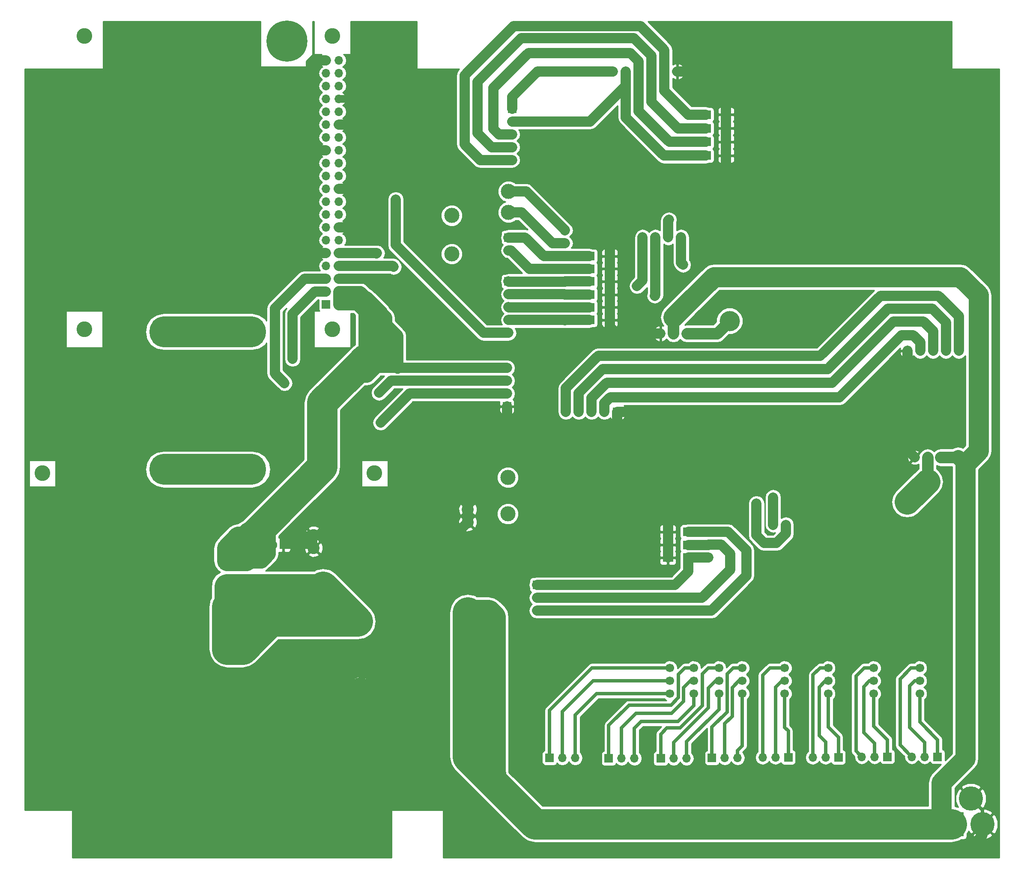
<source format=gbr>
G04 #@! TF.FileFunction,Copper,L2,Bot,Signal*
%FSLAX46Y46*%
G04 Gerber Fmt 4.6, Leading zero omitted, Abs format (unit mm)*
G04 Created by KiCad (PCBNEW 4.0.7) date Thursday, 23 May 2019 'à' 18:13:34*
%MOMM*%
%LPD*%
G01*
G04 APERTURE LIST*
%ADD10C,0.100000*%
%ADD11R,1.700000X1.700000*%
%ADD12O,1.700000X1.700000*%
%ADD13R,2.000000X1.700000*%
%ADD14C,1.700000*%
%ADD15C,2.400000*%
%ADD16C,2.999740*%
%ADD17R,1.600000X1.600000*%
%ADD18C,1.600000*%
%ADD19C,2.500000*%
%ADD20C,4.800000*%
%ADD21R,4.800000X4.800000*%
%ADD22C,3.100000*%
%ADD23O,1.727200X2.032000*%
%ADD24O,2.032000X1.727200*%
%ADD25O,23.100000X6.100000*%
%ADD26C,8.100000*%
%ADD27C,4.000000*%
%ADD28C,1.500000*%
%ADD29C,5.000000*%
%ADD30C,4.000000*%
%ADD31C,2.300000*%
%ADD32C,3.000000*%
%ADD33C,6.000000*%
%ADD34C,2.000000*%
%ADD35C,1.500000*%
%ADD36C,0.700000*%
%ADD37C,0.254000*%
G04 APERTURE END LIST*
D10*
D11*
X167300000Y-170500000D03*
D12*
X169840000Y-170500000D03*
X172380000Y-170500000D03*
D11*
X157200000Y-170600000D03*
D12*
X159740000Y-170600000D03*
X162280000Y-170600000D03*
D11*
X127800000Y-42100000D03*
D12*
X127800000Y-44640000D03*
X127800000Y-47180000D03*
X127800000Y-49720000D03*
X127800000Y-52260000D03*
D11*
X127100000Y-76300000D03*
D12*
X127100000Y-78840000D03*
X127100000Y-81380000D03*
X127100000Y-83920000D03*
X127100000Y-86460000D03*
D11*
X148600000Y-102100000D03*
D12*
X146060000Y-102100000D03*
X143520000Y-102100000D03*
X140980000Y-102100000D03*
X138440000Y-102100000D03*
D11*
X146900000Y-170600000D03*
D12*
X149440000Y-170600000D03*
X151980000Y-170600000D03*
D11*
X135200000Y-170500000D03*
D12*
X137740000Y-170500000D03*
X140280000Y-170500000D03*
D11*
X211900000Y-170300000D03*
D12*
X209360000Y-170300000D03*
X206820000Y-170300000D03*
D11*
X202000000Y-170300000D03*
D12*
X199460000Y-170300000D03*
X196920000Y-170300000D03*
D11*
X192300000Y-170400000D03*
D12*
X189760000Y-170400000D03*
X187220000Y-170400000D03*
D11*
X182400000Y-170400000D03*
D12*
X179860000Y-170400000D03*
X177320000Y-170400000D03*
D11*
X132700000Y-136300000D03*
D12*
X132700000Y-138840000D03*
X132700000Y-141380000D03*
D11*
X127100000Y-67600000D03*
D12*
X127100000Y-70140000D03*
D13*
X166100000Y-51400000D03*
X170100000Y-51400000D03*
X143100000Y-83900000D03*
X147100000Y-83900000D03*
X166100000Y-48700000D03*
X170100000Y-48700000D03*
X143100000Y-81400000D03*
X147100000Y-81400000D03*
X166100000Y-46000000D03*
X170100000Y-46000000D03*
X143100000Y-78900000D03*
X147100000Y-78900000D03*
X166100000Y-43300000D03*
X170100000Y-43300000D03*
X143100000Y-76300000D03*
X147100000Y-76300000D03*
X162600000Y-125800000D03*
X158600000Y-125800000D03*
X162600000Y-128400000D03*
X158600000Y-128400000D03*
X162600000Y-130900000D03*
X158600000Y-130900000D03*
X143100000Y-73800000D03*
X147100000Y-73800000D03*
X143100000Y-71300000D03*
X147100000Y-71300000D03*
D14*
X163700000Y-157800000D03*
X163700000Y-155260000D03*
X163700000Y-152720000D03*
X159000000Y-152720000D03*
X159000000Y-155260000D03*
X159000000Y-157800000D03*
X168700000Y-152720000D03*
X168700000Y-155260000D03*
X168700000Y-157800000D03*
X173300000Y-152720000D03*
X173300000Y-155260000D03*
X173300000Y-157800000D03*
X181700000Y-152720000D03*
X181700000Y-155260000D03*
X181700000Y-157800000D03*
X190300000Y-152720000D03*
X190300000Y-155260000D03*
X190300000Y-157800000D03*
X199300000Y-152720000D03*
X199300000Y-155260000D03*
X199300000Y-157800000D03*
X208400000Y-152720000D03*
X208400000Y-155260000D03*
X208400000Y-157800000D03*
X166600000Y-125820000D03*
X166600000Y-128360000D03*
X166600000Y-130900000D03*
X179400000Y-124400000D03*
X181940000Y-124400000D03*
X207400000Y-111100000D03*
X209940000Y-111100000D03*
X212480000Y-111100000D03*
D15*
X119040000Y-144230000D03*
X119040000Y-141690000D03*
X119040000Y-123910000D03*
X119040000Y-121370000D03*
X88560000Y-139150000D03*
X88560000Y-136610000D03*
X88560000Y-126450000D03*
X88560000Y-128990000D03*
D11*
X126800000Y-101000000D03*
D12*
X126800000Y-98460000D03*
X126800000Y-95920000D03*
X126800000Y-93380000D03*
D16*
X127100000Y-62600000D03*
X127100000Y-58500000D03*
D17*
X82600000Y-128400000D03*
D18*
X80600000Y-128400000D03*
D19*
X71400000Y-136600000D03*
X71400000Y-131520000D03*
X75210000Y-131520000D03*
X75210000Y-136600000D03*
D20*
X220800000Y-183600000D03*
D21*
X214700000Y-183600000D03*
D20*
X218510000Y-178520000D03*
D11*
X91020000Y-80825000D03*
D12*
X93560000Y-80825000D03*
X91020000Y-78285000D03*
X93560000Y-78285000D03*
X91020000Y-75745000D03*
X93560000Y-75745000D03*
X91020000Y-73205000D03*
X93560000Y-73205000D03*
X91020000Y-70665000D03*
X93560000Y-70665000D03*
X91020000Y-68125000D03*
X93560000Y-68125000D03*
X91020000Y-65585000D03*
X93560000Y-65585000D03*
X91020000Y-63045000D03*
X93560000Y-63045000D03*
X91020000Y-60505000D03*
X93560000Y-60505000D03*
X91020000Y-57965000D03*
X93560000Y-57965000D03*
X91020000Y-55425000D03*
X93560000Y-55425000D03*
X91020000Y-52885000D03*
X93560000Y-52885000D03*
X91020000Y-50345000D03*
X93560000Y-50345000D03*
X91020000Y-47805000D03*
X93560000Y-47805000D03*
X91020000Y-45265000D03*
X93560000Y-45265000D03*
X91020000Y-42725000D03*
X93560000Y-42725000D03*
X91020000Y-40185000D03*
X93560000Y-40185000D03*
X91020000Y-37645000D03*
X93560000Y-37645000D03*
X91020000Y-35105000D03*
X93560000Y-35105000D03*
X91020000Y-32565000D03*
X93560000Y-32565000D03*
D22*
X100600000Y-114200000D03*
X34950000Y-114200000D03*
X92270000Y-27750000D03*
X92270000Y-85750000D03*
X43280000Y-85750000D03*
X43280000Y-27750000D03*
D23*
X156139000Y-67551000D03*
X158679000Y-67551000D03*
X161219000Y-67551000D03*
X153599000Y-67551000D03*
X147757000Y-34785000D03*
X150297000Y-34785000D03*
X152837000Y-34785000D03*
X155377000Y-34785000D03*
X157917000Y-34785000D03*
X160457000Y-34785000D03*
X205940000Y-90020000D03*
X208480000Y-90020000D03*
X211020000Y-90020000D03*
X213560000Y-90020000D03*
X216100000Y-90020000D03*
X157155000Y-86601000D03*
X159695000Y-86601000D03*
X162335000Y-86601000D03*
D24*
X138220000Y-66170000D03*
X138220000Y-68710000D03*
X138220000Y-71250000D03*
X138220000Y-73790000D03*
X138220000Y-76330000D03*
X138220000Y-78870000D03*
X138220000Y-81410000D03*
X138220000Y-83950000D03*
D16*
X124050000Y-154950000D03*
X71450000Y-149050000D03*
X115850000Y-63250000D03*
X115850000Y-70850000D03*
X126950000Y-115050000D03*
X126950000Y-122250000D03*
X97750000Y-156550000D03*
D25*
X67650000Y-113450000D03*
X67650000Y-86250000D03*
D26*
X83300000Y-28780000D03*
D27*
X170800000Y-84100000D03*
X97300000Y-143500000D03*
X205500000Y-119900000D03*
D28*
X161600000Y-73000000D03*
X104400000Y-73400000D03*
X101100000Y-70700000D03*
X158800000Y-64100000D03*
X133000000Y-34900000D03*
X104800000Y-60100000D03*
X156000000Y-79100000D03*
X179400000Y-119000000D03*
X152500000Y-77200000D03*
X176100000Y-120200000D03*
X101500000Y-98300000D03*
X84400000Y-91600000D03*
X82800000Y-96400000D03*
X101800000Y-104200000D03*
D29*
X124050000Y-154950000D02*
X124050000Y-175350000D01*
X124100000Y-173600000D02*
X124100000Y-175400000D01*
X124100000Y-175300000D02*
X124100000Y-173600000D01*
X124050000Y-175350000D02*
X124100000Y-175300000D01*
X119040000Y-141690000D02*
X123090000Y-141690000D01*
X124050000Y-142650000D02*
X124050000Y-153050000D01*
X123090000Y-141690000D02*
X124050000Y-142650000D01*
X124050000Y-154950000D02*
X124050000Y-159050000D01*
X124050000Y-159050000D02*
X119040000Y-164060000D01*
X124050000Y-154950000D02*
X124050000Y-153050000D01*
X124050000Y-153050000D02*
X119040000Y-148040000D01*
X124050000Y-154950000D02*
X123050000Y-154950000D01*
X123050000Y-154950000D02*
X119040000Y-158960000D01*
D30*
X220000000Y-88600000D02*
X220000000Y-79000000D01*
X167700000Y-75400000D02*
X162400000Y-80700000D01*
X216400000Y-75400000D02*
X167700000Y-75400000D01*
X220000000Y-79000000D02*
X216400000Y-75400000D01*
D31*
X217400000Y-117200000D02*
X217400000Y-112400000D01*
X159695000Y-83405000D02*
X159695000Y-86601000D01*
D30*
X162400000Y-80700000D02*
X159695000Y-83405000D01*
X220000000Y-109800000D02*
X220000000Y-88600000D01*
X217400000Y-112400000D02*
X220000000Y-109800000D01*
D31*
X212480000Y-111100000D02*
X216000000Y-111100000D01*
D30*
X212700000Y-175400000D02*
X212700000Y-181600000D01*
X217400000Y-170700000D02*
X212700000Y-175400000D01*
X217400000Y-112500000D02*
X217400000Y-117200000D01*
X217400000Y-117200000D02*
X217400000Y-170700000D01*
D32*
X216000000Y-111100000D02*
X217400000Y-112500000D01*
D31*
X212700000Y-181600000D02*
X214700000Y-183600000D01*
D33*
X119040000Y-141690000D02*
X119040000Y-144230000D01*
X214700000Y-183600000D02*
X132300000Y-183600000D01*
X132300000Y-183600000D02*
X124100000Y-175400000D01*
X119040000Y-170340000D02*
X119040000Y-164060000D01*
X124100000Y-175400000D02*
X119040000Y-170340000D01*
X119040000Y-164060000D02*
X119040000Y-158960000D01*
X119040000Y-158960000D02*
X119040000Y-148040000D01*
X119040000Y-148040000D02*
X119040000Y-144230000D01*
D30*
X68050000Y-162150000D02*
X92150000Y-162150000D01*
X92150000Y-162150000D02*
X97750000Y-156550000D01*
X51850000Y-145950000D02*
X68050000Y-162150000D01*
X51850000Y-72650000D02*
X51850000Y-145950000D01*
X56500000Y-68000000D02*
X51850000Y-72650000D01*
X86500000Y-68000000D02*
X56500000Y-68000000D01*
D31*
X97750000Y-156550000D02*
X108250000Y-156550000D01*
X108250000Y-156550000D02*
X108600000Y-156200000D01*
D34*
X135600000Y-92800000D02*
X132100000Y-92800000D01*
X132100000Y-92800000D02*
X132200000Y-92900000D01*
X132200000Y-92900000D02*
X132800000Y-92900000D01*
X132800000Y-92900000D02*
X132200000Y-92900000D01*
X93560000Y-75745000D02*
X99845000Y-75745000D01*
X99845000Y-75745000D02*
X114000000Y-89900000D01*
X114000000Y-89900000D02*
X129200000Y-89900000D01*
X129200000Y-89900000D02*
X132200000Y-92900000D01*
X132200000Y-92900000D02*
X133900000Y-94600000D01*
X147100000Y-83900000D02*
X147100000Y-85600000D01*
X133900000Y-109900000D02*
X136000000Y-112000000D01*
X133900000Y-94500000D02*
X133900000Y-94600000D01*
X133900000Y-94600000D02*
X133900000Y-109900000D01*
X140600000Y-87800000D02*
X135600000Y-92800000D01*
X135600000Y-92800000D02*
X133900000Y-94500000D01*
X144900000Y-87800000D02*
X140600000Y-87800000D01*
X147100000Y-85600000D02*
X144900000Y-87800000D01*
X148600000Y-102100000D02*
X148600000Y-104400000D01*
X148600000Y-104400000D02*
X141000000Y-112000000D01*
X141000000Y-112000000D02*
X136000000Y-112000000D01*
X130300000Y-112000000D02*
X126800000Y-108500000D01*
X136000000Y-112000000D02*
X130300000Y-112000000D01*
X147100000Y-65000000D02*
X147100000Y-64600000D01*
X97400000Y-55500000D02*
X96500000Y-56400000D01*
X138000000Y-55500000D02*
X97400000Y-55500000D01*
X147100000Y-64600000D02*
X138000000Y-55500000D01*
X93560000Y-45265000D02*
X96335000Y-45265000D01*
X96335000Y-45265000D02*
X96500000Y-45100000D01*
X93560000Y-57965000D02*
X94935000Y-57965000D01*
X94935000Y-57965000D02*
X96500000Y-56400000D01*
X93560000Y-65585000D02*
X96500000Y-65585000D01*
X96200000Y-65500000D02*
X96500000Y-65500000D01*
X96415000Y-65500000D02*
X96200000Y-65500000D01*
X96500000Y-65585000D02*
X96415000Y-65500000D01*
X96500000Y-38800000D02*
X96500000Y-45100000D01*
X96500000Y-45100000D02*
X96500000Y-56400000D01*
X96500000Y-56400000D02*
X96500000Y-65500000D01*
D35*
X95115000Y-40185000D02*
X93560000Y-40185000D01*
X96500000Y-38800000D02*
X95115000Y-40185000D01*
D34*
X88455000Y-50345000D02*
X88455000Y-33345000D01*
X89235000Y-32565000D02*
X91020000Y-32565000D01*
X88455000Y-33345000D02*
X89235000Y-32565000D01*
X91020000Y-70665000D02*
X89165000Y-70665000D01*
X88455000Y-50345000D02*
X91020000Y-50345000D01*
X86500000Y-52300000D02*
X88455000Y-50345000D01*
X86500000Y-68000000D02*
X86500000Y-52300000D01*
X89165000Y-70665000D02*
X86500000Y-68000000D01*
X147100000Y-71300000D02*
X147100000Y-65000000D01*
X147100000Y-65000000D02*
X147100000Y-64900000D01*
X170100000Y-55100000D02*
X170100000Y-51400000D01*
X164600000Y-60600000D02*
X170100000Y-55100000D01*
X151400000Y-60600000D02*
X164600000Y-60600000D01*
X147100000Y-64900000D02*
X151400000Y-60600000D01*
X148600000Y-102100000D02*
X148600000Y-104100000D01*
X158600000Y-114100000D02*
X158600000Y-125800000D01*
X148600000Y-104100000D02*
X158600000Y-114100000D01*
X205940000Y-101000000D02*
X204600000Y-101000000D01*
X204600000Y-101000000D02*
X204500000Y-100900000D01*
X201500000Y-102100000D02*
X205880000Y-102100000D01*
X205880000Y-102100000D02*
X205940000Y-102160000D01*
X148600000Y-102100000D02*
X201500000Y-102100000D01*
X201500000Y-102100000D02*
X201700000Y-102100000D01*
X201700000Y-102100000D02*
X205940000Y-97860000D01*
X205940000Y-90020000D02*
X205940000Y-97860000D01*
X205940000Y-97860000D02*
X205940000Y-101000000D01*
X205940000Y-101000000D02*
X205940000Y-102160000D01*
X205940000Y-102160000D02*
X205940000Y-109640000D01*
X205940000Y-109640000D02*
X207400000Y-111100000D01*
X170100000Y-43300000D02*
X170100000Y-39000000D01*
X165885000Y-34785000D02*
X160457000Y-34785000D01*
X170100000Y-39000000D02*
X165885000Y-34785000D01*
X170100000Y-46000000D02*
X170100000Y-43300000D01*
X170100000Y-48700000D02*
X170100000Y-46000000D01*
X170100000Y-51400000D02*
X170100000Y-48700000D01*
X147100000Y-73800000D02*
X147100000Y-76300000D01*
X147100000Y-76300000D02*
X147100000Y-78900000D01*
X147100000Y-81400000D02*
X147100000Y-78900000D01*
X147100000Y-83900000D02*
X147100000Y-85200000D01*
X148501000Y-86601000D02*
X157155000Y-86601000D01*
X147100000Y-85200000D02*
X148501000Y-86601000D01*
X147100000Y-81400000D02*
X147100000Y-71300000D01*
X147100000Y-83900000D02*
X147100000Y-81400000D01*
X220800000Y-183600000D02*
X220800000Y-185800000D01*
X220800000Y-185800000D02*
X218000000Y-188600000D01*
X108600000Y-131700000D02*
X113850000Y-126450000D01*
X108600000Y-172700000D02*
X108600000Y-156200000D01*
X108600000Y-156200000D02*
X108600000Y-131700000D01*
X124500000Y-188600000D02*
X108600000Y-172700000D01*
X218000000Y-188600000D02*
X124500000Y-188600000D01*
X158600000Y-128400000D02*
X158600000Y-125800000D01*
X158600000Y-130900000D02*
X158600000Y-128400000D01*
D36*
X220800000Y-183600000D02*
X220800000Y-180810000D01*
X220800000Y-180810000D02*
X218510000Y-178520000D01*
D34*
X119040000Y-121370000D02*
X119040000Y-116560000D01*
X119040000Y-116560000D02*
X126800000Y-108800000D01*
X126800000Y-108800000D02*
X126800000Y-108500000D01*
X126800000Y-108500000D02*
X126800000Y-101000000D01*
X119040000Y-123910000D02*
X119040000Y-121370000D01*
X88560000Y-126450000D02*
X113850000Y-126450000D01*
X113850000Y-126450000D02*
X116500000Y-126450000D01*
X116500000Y-126450000D02*
X119040000Y-123910000D01*
D35*
X84050000Y-127350000D02*
X87550000Y-127350000D01*
X87550000Y-127350000D02*
X87700000Y-127500000D01*
X88560000Y-126450000D02*
X84950000Y-126450000D01*
X84950000Y-126450000D02*
X84050000Y-127350000D01*
X84050000Y-127350000D02*
X83800000Y-127600000D01*
X82600000Y-128400000D02*
X82600000Y-127300000D01*
X83450000Y-126450000D02*
X88560000Y-126450000D01*
X82600000Y-127300000D02*
X83450000Y-126450000D01*
X88560000Y-128990000D02*
X88560000Y-126450000D01*
X82600000Y-128400000D02*
X87970000Y-128400000D01*
X87970000Y-128400000D02*
X88560000Y-128990000D01*
D33*
X71450000Y-149050000D02*
X74550000Y-149050000D01*
X74550000Y-149050000D02*
X80100000Y-143500000D01*
X71450000Y-149050000D02*
X71450000Y-144050000D01*
X71450000Y-144050000D02*
X71400000Y-144000000D01*
X71400000Y-140600000D02*
X71400000Y-144000000D01*
X71900000Y-143500000D02*
X80100000Y-143500000D01*
X71400000Y-144000000D02*
X71900000Y-143500000D01*
X80100000Y-143500000D02*
X97300000Y-143500000D01*
D31*
X162335000Y-86601000D02*
X168299000Y-86601000D01*
X168299000Y-86601000D02*
X170800000Y-84100000D01*
D34*
X205500000Y-119900000D02*
X205900000Y-119900000D01*
D33*
X90410000Y-136610000D02*
X97300000Y-143500000D01*
D29*
X88560000Y-136610000D02*
X90410000Y-136610000D01*
D31*
X209940000Y-115860000D02*
X209940000Y-111100000D01*
D29*
X205900000Y-119900000D02*
X209940000Y-115860000D01*
X88560000Y-136610000D02*
X75220000Y-136610000D01*
X75220000Y-136610000D02*
X75210000Y-136600000D01*
X71400000Y-136600000D02*
X71400000Y-140600000D01*
D33*
X72850000Y-139150000D02*
X77760000Y-139150000D01*
D29*
X71400000Y-140600000D02*
X72850000Y-139150000D01*
X71400000Y-136600000D02*
X75210000Y-136600000D01*
D33*
X88560000Y-139150000D02*
X77760000Y-139150000D01*
D29*
X77760000Y-139150000D02*
X75210000Y-136600000D01*
X88560000Y-139150000D02*
X88560000Y-136610000D01*
D34*
X93560000Y-73205000D02*
X104205000Y-73205000D01*
X161219000Y-72619000D02*
X161219000Y-67551000D01*
X161600000Y-73000000D02*
X161219000Y-72619000D01*
X104205000Y-73205000D02*
X104400000Y-73400000D01*
X101100000Y-70700000D02*
X93595000Y-70700000D01*
X93595000Y-70700000D02*
X93560000Y-70665000D01*
X158679000Y-67551000D02*
X158679000Y-64221000D01*
X101100000Y-70700000D02*
X101000000Y-70800000D01*
X158679000Y-64221000D02*
X158800000Y-64100000D01*
X150297000Y-34785000D02*
X150297000Y-37603000D01*
X143260000Y-44640000D02*
X127800000Y-44640000D01*
X150297000Y-37603000D02*
X143260000Y-44640000D01*
X166100000Y-51400000D02*
X157800000Y-51400000D01*
X150297000Y-43897000D02*
X150297000Y-34785000D01*
X157800000Y-51400000D02*
X150297000Y-43897000D01*
X152837000Y-34785000D02*
X152837000Y-32737000D01*
X125180000Y-47180000D02*
X127800000Y-47180000D01*
X124100000Y-46100000D02*
X125180000Y-47180000D01*
X124100000Y-38000000D02*
X124100000Y-46100000D01*
X131000000Y-31100000D02*
X124100000Y-38000000D01*
X151200000Y-31100000D02*
X131000000Y-31100000D01*
X152837000Y-32737000D02*
X151200000Y-31100000D01*
X166100000Y-48700000D02*
X158900000Y-48700000D01*
X152837000Y-42637000D02*
X152837000Y-34785000D01*
X158900000Y-48700000D02*
X152837000Y-42637000D01*
X155377000Y-34785000D02*
X155377000Y-31677000D01*
X123720000Y-49720000D02*
X127800000Y-49720000D01*
X121000000Y-47000000D02*
X123720000Y-49720000D01*
X121000000Y-36800000D02*
X121000000Y-47000000D01*
X129600000Y-28200000D02*
X121000000Y-36800000D01*
X151900000Y-28200000D02*
X129600000Y-28200000D01*
X155377000Y-31677000D02*
X151900000Y-28200000D01*
X166100000Y-46000000D02*
X160600000Y-46000000D01*
X155377000Y-40777000D02*
X155377000Y-34785000D01*
X160600000Y-46000000D02*
X155377000Y-40777000D01*
X157917000Y-34785000D02*
X157917000Y-30517000D01*
X121460000Y-52260000D02*
X127800000Y-52260000D01*
X118400000Y-49200000D02*
X121460000Y-52260000D01*
X118400000Y-35500000D02*
X118400000Y-49200000D01*
X128100000Y-25800000D02*
X118400000Y-35500000D01*
X153200000Y-25800000D02*
X128100000Y-25800000D01*
X157917000Y-30517000D02*
X153200000Y-25800000D01*
X166100000Y-43300000D02*
X162600000Y-43300000D01*
X157917000Y-38617000D02*
X157917000Y-34785000D01*
X162600000Y-43300000D02*
X157917000Y-38617000D01*
X138220000Y-76330000D02*
X127130000Y-76330000D01*
X127130000Y-76330000D02*
X127100000Y-76300000D01*
X143100000Y-76300000D02*
X138250000Y-76300000D01*
X138250000Y-76300000D02*
X138220000Y-76330000D01*
X127100000Y-78840000D02*
X138190000Y-78840000D01*
X138190000Y-78840000D02*
X138220000Y-78870000D01*
X143100000Y-78900000D02*
X138250000Y-78900000D01*
X138250000Y-78900000D02*
X138220000Y-78870000D01*
X138220000Y-81410000D02*
X127130000Y-81410000D01*
X127130000Y-81410000D02*
X127100000Y-81380000D01*
X143100000Y-81400000D02*
X138230000Y-81400000D01*
X138230000Y-81400000D02*
X138220000Y-81410000D01*
X127100000Y-83920000D02*
X138190000Y-83920000D01*
X138190000Y-83920000D02*
X138220000Y-83950000D01*
X143100000Y-83900000D02*
X138270000Y-83900000D01*
X138270000Y-83900000D02*
X138220000Y-83950000D01*
X208480000Y-90020000D02*
X208480000Y-88280000D01*
X146060000Y-100340000D02*
X146060000Y-102100000D01*
X147200000Y-99200000D02*
X146060000Y-100340000D01*
X192500000Y-99200000D02*
X147200000Y-99200000D01*
X204800000Y-86900000D02*
X192500000Y-99200000D01*
X207100000Y-86900000D02*
X204800000Y-86900000D01*
X208480000Y-88280000D02*
X207100000Y-86900000D01*
X143520000Y-102100000D02*
X143520000Y-99280000D01*
X211020000Y-86120000D02*
X211020000Y-90020000D01*
X209100000Y-84200000D02*
X211020000Y-86120000D01*
X203200000Y-84200000D02*
X209100000Y-84200000D01*
X191100000Y-96300000D02*
X203200000Y-84200000D01*
X146500000Y-96300000D02*
X191100000Y-96300000D01*
X143520000Y-99280000D02*
X146500000Y-96300000D01*
X213560000Y-90020000D02*
X213560000Y-84360000D01*
X140980000Y-98320000D02*
X140980000Y-102100000D01*
X145700000Y-93600000D02*
X140980000Y-98320000D01*
X190200000Y-93600000D02*
X145700000Y-93600000D01*
X202100000Y-81700000D02*
X190200000Y-93600000D01*
X210900000Y-81700000D02*
X202100000Y-81700000D01*
X213560000Y-84360000D02*
X210900000Y-81700000D01*
X138440000Y-102100000D02*
X138440000Y-97360000D01*
X216100000Y-83100000D02*
X216100000Y-90020000D01*
X212100000Y-79100000D02*
X216100000Y-83100000D01*
X200600000Y-79100000D02*
X212100000Y-79100000D01*
X188700000Y-91000000D02*
X200600000Y-79100000D01*
X144800000Y-91000000D02*
X188700000Y-91000000D01*
X138440000Y-97360000D02*
X144800000Y-91000000D01*
D36*
X173300000Y-152720000D02*
X171480000Y-152720000D01*
X167300000Y-164400000D02*
X167300000Y-170500000D01*
X170300000Y-161400000D02*
X167300000Y-164400000D01*
X170300000Y-153900000D02*
X170300000Y-161400000D01*
X171480000Y-152720000D02*
X170300000Y-153900000D01*
X173300000Y-155260000D02*
X172640000Y-155260000D01*
X172640000Y-155260000D02*
X171300000Y-156600000D01*
X171300000Y-156600000D02*
X171300000Y-162300000D01*
X171300000Y-162300000D02*
X169840000Y-163760000D01*
X169840000Y-163760000D02*
X169840000Y-170500000D01*
X173300000Y-157800000D02*
X173300000Y-168100000D01*
X172380000Y-169020000D02*
X172380000Y-170500000D01*
X173300000Y-168100000D02*
X172380000Y-169020000D01*
X157200000Y-170600000D02*
X157200000Y-165800000D01*
X166580000Y-152720000D02*
X168700000Y-152720000D01*
X165400000Y-153900000D02*
X166580000Y-152720000D01*
X165400000Y-160200000D02*
X165400000Y-153900000D01*
X161000000Y-164600000D02*
X165400000Y-160200000D01*
X158400000Y-164600000D02*
X161000000Y-164600000D01*
X157200000Y-165800000D02*
X158400000Y-164600000D01*
X168700000Y-155260000D02*
X168040000Y-155260000D01*
X168040000Y-155260000D02*
X166600000Y-156700000D01*
X166600000Y-156700000D02*
X166600000Y-160600000D01*
X166600000Y-160600000D02*
X159740000Y-167460000D01*
X159740000Y-167460000D02*
X159740000Y-170600000D01*
X162280000Y-170600000D02*
X162280000Y-167320000D01*
X168700000Y-160900000D02*
X168700000Y-157800000D01*
X162280000Y-167320000D02*
X168700000Y-160900000D01*
D34*
X127100000Y-86460000D02*
X122160000Y-86460000D01*
X133000000Y-34785000D02*
X132815000Y-34785000D01*
X133000000Y-34900000D02*
X133000000Y-34785000D01*
X104800000Y-69100000D02*
X104800000Y-60100000D01*
X122160000Y-86460000D02*
X104800000Y-69100000D01*
X147757000Y-34785000D02*
X132815000Y-34785000D01*
X127800000Y-39800000D02*
X127800000Y-42100000D01*
X132815000Y-34785000D02*
X127800000Y-39800000D01*
D36*
X146900000Y-170600000D02*
X146900000Y-164100000D01*
X161980000Y-152720000D02*
X163700000Y-152720000D01*
X160700000Y-154000000D02*
X161980000Y-152720000D01*
X160700000Y-158600000D02*
X160700000Y-154000000D01*
X159200000Y-160100000D02*
X160700000Y-158600000D01*
X150900000Y-160100000D02*
X159200000Y-160100000D01*
X146900000Y-164100000D02*
X150900000Y-160100000D01*
X163700000Y-155260000D02*
X163040000Y-155260000D01*
X163040000Y-155260000D02*
X161700000Y-156600000D01*
X161700000Y-156600000D02*
X161700000Y-159300000D01*
X161700000Y-159300000D02*
X159300000Y-161700000D01*
X159300000Y-161700000D02*
X152300000Y-161700000D01*
X152300000Y-161700000D02*
X149440000Y-164560000D01*
X149440000Y-164560000D02*
X149440000Y-170600000D01*
X151980000Y-170600000D02*
X151980000Y-164620000D01*
X163700000Y-160200000D02*
X163700000Y-157800000D01*
X160600000Y-163300000D02*
X163700000Y-160200000D01*
X153300000Y-163300000D02*
X160600000Y-163300000D01*
X151980000Y-164620000D02*
X153300000Y-163300000D01*
X159000000Y-152720000D02*
X143580000Y-152720000D01*
X135200000Y-161100000D02*
X135200000Y-170500000D01*
X143580000Y-152720000D02*
X135200000Y-161100000D01*
X137740000Y-170500000D02*
X137740000Y-161360000D01*
X143840000Y-155260000D02*
X159000000Y-155260000D01*
X137740000Y-161360000D02*
X143840000Y-155260000D01*
X159000000Y-157800000D02*
X144500000Y-157800000D01*
X140280000Y-162020000D02*
X140280000Y-170500000D01*
X144500000Y-157800000D02*
X140280000Y-162020000D01*
X208400000Y-157800000D02*
X208400000Y-163400000D01*
X211900000Y-166900000D02*
X211900000Y-170300000D01*
X208400000Y-163400000D02*
X211900000Y-166900000D01*
X208400000Y-155260000D02*
X207440000Y-155260000D01*
X209360000Y-167460000D02*
X209360000Y-170300000D01*
X206400000Y-164500000D02*
X209360000Y-167460000D01*
X206400000Y-156300000D02*
X206400000Y-164500000D01*
X207440000Y-155260000D02*
X206400000Y-156300000D01*
X208400000Y-152720000D02*
X206680000Y-152720000D01*
X204500000Y-167980000D02*
X206820000Y-170300000D01*
X204500000Y-154900000D02*
X204500000Y-167980000D01*
X206680000Y-152720000D02*
X204500000Y-154900000D01*
X199300000Y-157800000D02*
X199300000Y-164200000D01*
X202000000Y-166900000D02*
X202000000Y-170300000D01*
X199300000Y-164200000D02*
X202000000Y-166900000D01*
X199300000Y-155260000D02*
X198440000Y-155260000D01*
X199460000Y-167660000D02*
X199460000Y-170300000D01*
X197300000Y-165500000D02*
X199460000Y-167660000D01*
X197300000Y-156400000D02*
X197300000Y-165500000D01*
X198440000Y-155260000D02*
X197300000Y-156400000D01*
X199300000Y-152720000D02*
X197380000Y-152720000D01*
X195800000Y-169180000D02*
X196920000Y-170300000D01*
X195800000Y-154300000D02*
X195800000Y-169180000D01*
X197380000Y-152720000D02*
X195800000Y-154300000D01*
X190300000Y-157800000D02*
X190300000Y-164400000D01*
X192300000Y-166400000D02*
X192300000Y-170400000D01*
X190300000Y-164400000D02*
X192300000Y-166400000D01*
X190300000Y-155260000D02*
X189740000Y-155260000D01*
X189740000Y-155260000D02*
X188500000Y-156500000D01*
X188500000Y-156500000D02*
X188500000Y-166100000D01*
X188500000Y-166100000D02*
X189760000Y-167360000D01*
X189760000Y-167360000D02*
X189760000Y-170400000D01*
X190300000Y-152720000D02*
X188680000Y-152720000D01*
X187300000Y-154100000D02*
X187300000Y-170320000D01*
X188680000Y-152720000D02*
X187300000Y-154100000D01*
X187300000Y-170320000D02*
X187220000Y-170400000D01*
X181700000Y-157800000D02*
X181700000Y-164500000D01*
X182400000Y-165200000D02*
X182400000Y-170400000D01*
X181700000Y-164500000D02*
X182400000Y-165200000D01*
X181700000Y-155260000D02*
X181140000Y-155260000D01*
X181140000Y-155260000D02*
X179860000Y-156540000D01*
X179860000Y-156540000D02*
X179860000Y-170400000D01*
X181700000Y-152720000D02*
X178780000Y-152720000D01*
X177320000Y-154180000D02*
X177320000Y-170400000D01*
X178780000Y-152720000D02*
X177320000Y-154180000D01*
D34*
X162600000Y-130900000D02*
X162600000Y-133700000D01*
X160000000Y-136300000D02*
X132700000Y-136300000D01*
X162600000Y-133700000D02*
X160000000Y-136300000D01*
X162600000Y-130900000D02*
X166600000Y-130900000D01*
X132700000Y-138840000D02*
X165360000Y-138840000D01*
X169160000Y-128360000D02*
X166600000Y-128360000D01*
X170900000Y-130100000D02*
X169160000Y-128360000D01*
X170900000Y-133300000D02*
X170900000Y-130100000D01*
X165360000Y-138840000D02*
X170900000Y-133300000D01*
X162600000Y-128400000D02*
X166560000Y-128400000D01*
X166560000Y-128400000D02*
X166600000Y-128360000D01*
X166600000Y-125820000D02*
X170520000Y-125820000D01*
X167220000Y-141380000D02*
X132700000Y-141380000D01*
X174100000Y-134500000D02*
X167220000Y-141380000D01*
X174100000Y-129400000D02*
X174100000Y-134500000D01*
X170520000Y-125820000D02*
X174100000Y-129400000D01*
X162600000Y-125800000D02*
X166580000Y-125800000D01*
X166580000Y-125800000D02*
X166600000Y-125820000D01*
X138220000Y-71250000D02*
X134050000Y-71250000D01*
X130400000Y-67600000D02*
X127100000Y-67600000D01*
X134050000Y-71250000D02*
X130400000Y-67600000D01*
X143100000Y-71300000D02*
X138270000Y-71300000D01*
X138270000Y-71300000D02*
X138220000Y-71250000D01*
X138220000Y-73790000D02*
X131190000Y-73790000D01*
X131190000Y-73790000D02*
X127540000Y-70140000D01*
X127540000Y-70140000D02*
X127100000Y-70140000D01*
X143100000Y-73800000D02*
X138230000Y-73800000D01*
X138230000Y-73800000D02*
X138220000Y-73790000D01*
X138220000Y-68710000D02*
X135810000Y-68710000D01*
X129700000Y-62600000D02*
X127100000Y-62600000D01*
X135810000Y-68710000D02*
X129700000Y-62600000D01*
X138220000Y-66170000D02*
X138220000Y-66120000D01*
X138220000Y-66120000D02*
X130600000Y-58500000D01*
X130600000Y-58500000D02*
X127100000Y-58500000D01*
X179400000Y-124400000D02*
X179400000Y-119000000D01*
X156139000Y-78961000D02*
X156139000Y-67551000D01*
X156000000Y-79100000D02*
X156139000Y-78961000D01*
X181940000Y-124400000D02*
X181940000Y-126160000D01*
X153599000Y-76101000D02*
X153599000Y-67551000D01*
X152500000Y-77200000D02*
X153599000Y-76101000D01*
X176100000Y-126500000D02*
X176100000Y-120200000D01*
X177600000Y-128000000D02*
X176100000Y-126500000D01*
X180100000Y-128000000D02*
X177600000Y-128000000D01*
X181940000Y-126160000D02*
X180100000Y-128000000D01*
X91020000Y-78285000D02*
X88815000Y-78285000D01*
X103900000Y-95900000D02*
X126780000Y-95900000D01*
X101500000Y-98300000D02*
X103900000Y-95900000D01*
X84400000Y-82700000D02*
X84400000Y-91600000D01*
X88815000Y-78285000D02*
X84400000Y-82700000D01*
X126780000Y-95900000D02*
X126800000Y-95920000D01*
X126800000Y-98460000D02*
X107540000Y-98460000D01*
X86755000Y-75745000D02*
X91020000Y-75745000D01*
X80900000Y-81600000D02*
X86755000Y-75745000D01*
X80900000Y-94500000D02*
X80900000Y-81600000D01*
X82800000Y-96400000D02*
X80900000Y-94500000D01*
X107540000Y-98460000D02*
X101800000Y-104200000D01*
D31*
X105150000Y-93380000D02*
X105150000Y-87050000D01*
X105150000Y-87050000D02*
X102900000Y-84800000D01*
X102050000Y-82350000D02*
X102050000Y-82550000D01*
X102050000Y-82550000D02*
X102900000Y-83400000D01*
X102900000Y-83400000D02*
X102900000Y-84800000D01*
D32*
X102400000Y-91700000D02*
X102900000Y-92200000D01*
D31*
X102900000Y-84800000D02*
X102900000Y-92200000D01*
D32*
X102400000Y-91700000D02*
X102050000Y-91700000D01*
D31*
X102050000Y-84050000D02*
X101950000Y-84050000D01*
X100050000Y-82150000D02*
X98450000Y-82150000D01*
X101950000Y-84050000D02*
X100050000Y-82150000D01*
X98850000Y-79350000D02*
X99050000Y-79350000D01*
X102050000Y-82350000D02*
X102050000Y-84050000D01*
X102050000Y-84050000D02*
X102050000Y-85750000D01*
X99050000Y-79350000D02*
X102050000Y-82350000D01*
X94550000Y-78285000D02*
X97785000Y-78285000D01*
X98850000Y-79350000D02*
X98850000Y-82550000D01*
X97785000Y-78285000D02*
X98850000Y-79350000D01*
X93560000Y-78285000D02*
X94550000Y-78285000D01*
X94550000Y-78285000D02*
X94585000Y-78285000D01*
X94585000Y-78285000D02*
X97125000Y-80825000D01*
X102050000Y-91700000D02*
X102050000Y-85750000D01*
X102050000Y-85750000D02*
X100150000Y-83850000D01*
X100150000Y-91700000D02*
X100150000Y-83850000D01*
X100150000Y-83850000D02*
X98450000Y-82150000D01*
X98450000Y-82150000D02*
X98850000Y-82550000D01*
X98850000Y-82550000D02*
X97125000Y-80825000D01*
X93560000Y-80825000D02*
X97125000Y-80825000D01*
X98550000Y-91950000D02*
X98550000Y-91700000D01*
X98550000Y-82250000D02*
X98550000Y-91950000D01*
X97125000Y-80825000D02*
X98550000Y-82250000D01*
D32*
X75210000Y-131520000D02*
X78180000Y-131520000D01*
X79550000Y-130150000D02*
X79550000Y-123650000D01*
X78180000Y-131520000D02*
X79550000Y-130150000D01*
D33*
X76150000Y-126750000D02*
X76450000Y-126750000D01*
X76450000Y-126750000D02*
X79550000Y-123650000D01*
X90250000Y-100250000D02*
X95700000Y-94800000D01*
X79550000Y-123650000D02*
X90250000Y-112950000D01*
X90250000Y-112950000D02*
X90250000Y-100250000D01*
D30*
X76150000Y-126750000D02*
X73650000Y-126750000D01*
X71400000Y-129000000D02*
X71400000Y-131520000D01*
X73650000Y-126750000D02*
X71400000Y-129000000D01*
X71400000Y-131520000D02*
X71400000Y-131500000D01*
X71400000Y-131500000D02*
X76150000Y-126750000D01*
D33*
X76150000Y-128400000D02*
X76150000Y-126750000D01*
D32*
X98800000Y-91700000D02*
X100150000Y-91700000D01*
X100150000Y-91700000D02*
X98550000Y-91700000D01*
X98550000Y-91700000D02*
X102050000Y-91700000D01*
X95700000Y-94800000D02*
X99060000Y-94800000D01*
X99060000Y-94800000D02*
X100480000Y-93380000D01*
D34*
X126800000Y-93380000D02*
X105150000Y-93380000D01*
X105150000Y-93380000D02*
X100480000Y-93380000D01*
X100480000Y-93380000D02*
X98800000Y-91700000D01*
D31*
X93560000Y-78285000D02*
X93885000Y-78285000D01*
D33*
X98800000Y-91700000D02*
X95700000Y-94800000D01*
D31*
X93560000Y-78285000D02*
X93560000Y-80825000D01*
D35*
X75210000Y-131520000D02*
X75210000Y-130490000D01*
X75210000Y-130490000D02*
X77300000Y-128400000D01*
X75210000Y-131520000D02*
X75210000Y-128590000D01*
X75400000Y-128400000D02*
X76150000Y-128400000D01*
X76150000Y-128400000D02*
X77300000Y-128400000D01*
X75210000Y-128590000D02*
X75400000Y-128400000D01*
X77300000Y-128400000D02*
X80600000Y-128400000D01*
D30*
X71400000Y-131520000D02*
X73500000Y-131520000D01*
X73500000Y-131520000D02*
X75210000Y-131520000D01*
D37*
G36*
X78023000Y-33750000D02*
X78031685Y-33796159D01*
X78058965Y-33838553D01*
X78100590Y-33866994D01*
X78150000Y-33877000D01*
X86950000Y-33877000D01*
X86996159Y-33868315D01*
X87038553Y-33841035D01*
X87066994Y-33799410D01*
X87077000Y-33750000D01*
X87077000Y-32702606D01*
X88339803Y-31439803D01*
X88366994Y-31399410D01*
X88377000Y-31350000D01*
X88377000Y-24910000D01*
X88623000Y-24910000D01*
X88623000Y-31250000D01*
X88631685Y-31296159D01*
X88658965Y-31338553D01*
X88700590Y-31366994D01*
X88750000Y-31377000D01*
X90132096Y-31377000D01*
X89748355Y-31798076D01*
X89578524Y-32208110D01*
X89699845Y-32438000D01*
X90893000Y-32438000D01*
X90893000Y-32418000D01*
X91147000Y-32418000D01*
X91147000Y-32438000D01*
X91167000Y-32438000D01*
X91167000Y-32692000D01*
X91147000Y-32692000D01*
X91147000Y-32712000D01*
X90893000Y-32712000D01*
X90893000Y-32692000D01*
X89699845Y-32692000D01*
X89578524Y-32921890D01*
X89748355Y-33331924D01*
X90138642Y-33760183D01*
X90281553Y-33827298D01*
X89940853Y-34054946D01*
X89618946Y-34536715D01*
X89505907Y-35105000D01*
X89618946Y-35673285D01*
X89940853Y-36155054D01*
X90270026Y-36375000D01*
X89940853Y-36594946D01*
X89618946Y-37076715D01*
X89505907Y-37645000D01*
X89618946Y-38213285D01*
X89940853Y-38695054D01*
X90270026Y-38915000D01*
X89940853Y-39134946D01*
X89618946Y-39616715D01*
X89505907Y-40185000D01*
X89618946Y-40753285D01*
X89940853Y-41235054D01*
X90270026Y-41455000D01*
X89940853Y-41674946D01*
X89618946Y-42156715D01*
X89505907Y-42725000D01*
X89618946Y-43293285D01*
X89940853Y-43775054D01*
X90270026Y-43995000D01*
X89940853Y-44214946D01*
X89618946Y-44696715D01*
X89505907Y-45265000D01*
X89618946Y-45833285D01*
X89940853Y-46315054D01*
X90270026Y-46535000D01*
X89940853Y-46754946D01*
X89618946Y-47236715D01*
X89505907Y-47805000D01*
X89618946Y-48373285D01*
X89940853Y-48855054D01*
X90281553Y-49082702D01*
X90138642Y-49149817D01*
X89748355Y-49578076D01*
X89578524Y-49988110D01*
X89699845Y-50218000D01*
X90893000Y-50218000D01*
X90893000Y-50198000D01*
X91147000Y-50198000D01*
X91147000Y-50218000D01*
X91167000Y-50218000D01*
X91167000Y-50472000D01*
X91147000Y-50472000D01*
X91147000Y-50492000D01*
X90893000Y-50492000D01*
X90893000Y-50472000D01*
X89699845Y-50472000D01*
X89578524Y-50701890D01*
X89748355Y-51111924D01*
X90138642Y-51540183D01*
X90281553Y-51607298D01*
X89940853Y-51834946D01*
X89618946Y-52316715D01*
X89505907Y-52885000D01*
X89618946Y-53453285D01*
X89940853Y-53935054D01*
X90270026Y-54155000D01*
X89940853Y-54374946D01*
X89618946Y-54856715D01*
X89505907Y-55425000D01*
X89618946Y-55993285D01*
X89940853Y-56475054D01*
X90270026Y-56695000D01*
X89940853Y-56914946D01*
X89618946Y-57396715D01*
X89505907Y-57965000D01*
X89618946Y-58533285D01*
X89940853Y-59015054D01*
X90270026Y-59235000D01*
X89940853Y-59454946D01*
X89618946Y-59936715D01*
X89505907Y-60505000D01*
X89618946Y-61073285D01*
X89940853Y-61555054D01*
X90270026Y-61775000D01*
X89940853Y-61994946D01*
X89618946Y-62476715D01*
X89505907Y-63045000D01*
X89618946Y-63613285D01*
X89940853Y-64095054D01*
X90270026Y-64315000D01*
X89940853Y-64534946D01*
X89618946Y-65016715D01*
X89505907Y-65585000D01*
X89618946Y-66153285D01*
X89940853Y-66635054D01*
X90270026Y-66855000D01*
X89940853Y-67074946D01*
X89618946Y-67556715D01*
X89505907Y-68125000D01*
X89618946Y-68693285D01*
X89940853Y-69175054D01*
X90281553Y-69402702D01*
X90138642Y-69469817D01*
X89748355Y-69898076D01*
X89578524Y-70308110D01*
X89699845Y-70538000D01*
X90893000Y-70538000D01*
X90893000Y-70518000D01*
X91147000Y-70518000D01*
X91147000Y-70538000D01*
X91167000Y-70538000D01*
X91167000Y-70792000D01*
X91147000Y-70792000D01*
X91147000Y-70812000D01*
X90893000Y-70812000D01*
X90893000Y-70792000D01*
X89699845Y-70792000D01*
X89578524Y-71021890D01*
X89748355Y-71431924D01*
X90138642Y-71860183D01*
X90281553Y-71927298D01*
X89940853Y-72154946D01*
X89618946Y-72636715D01*
X89505907Y-73205000D01*
X89618946Y-73773285D01*
X89843931Y-74110000D01*
X86755000Y-74110000D01*
X86129313Y-74234457D01*
X85598880Y-74588880D01*
X85598878Y-74588883D01*
X79743880Y-80443880D01*
X79389457Y-80974312D01*
X79264999Y-81600000D01*
X79265000Y-81600005D01*
X79265000Y-84049284D01*
X78994406Y-83644312D01*
X77798906Y-82845504D01*
X76388718Y-82565000D01*
X58911282Y-82565000D01*
X57501094Y-82845504D01*
X56305594Y-83644312D01*
X55506786Y-84839812D01*
X55226282Y-86250000D01*
X55506786Y-87660188D01*
X56305594Y-88855688D01*
X57501094Y-89654496D01*
X58911282Y-89935000D01*
X76388718Y-89935000D01*
X77798906Y-89654496D01*
X78994406Y-88855688D01*
X79265000Y-88450716D01*
X79265000Y-94499995D01*
X79264999Y-94500000D01*
X79389457Y-95125688D01*
X79743880Y-95656120D01*
X81643881Y-97556120D01*
X82174312Y-97910543D01*
X82800000Y-98035001D01*
X83425688Y-97910543D01*
X83956120Y-97556120D01*
X84310543Y-97025688D01*
X84435001Y-96400000D01*
X84310543Y-95774312D01*
X83956120Y-95243881D01*
X82535000Y-93822760D01*
X82535000Y-82277240D01*
X83194586Y-81617654D01*
X82889457Y-82074312D01*
X82764999Y-82700000D01*
X82765000Y-82700005D01*
X82765000Y-91600000D01*
X82889457Y-92225687D01*
X83243880Y-92756120D01*
X83774313Y-93110543D01*
X84400000Y-93235000D01*
X85025687Y-93110543D01*
X85556120Y-92756120D01*
X85910543Y-92225687D01*
X86035000Y-91600000D01*
X86035000Y-83377240D01*
X89492240Y-79920000D01*
X89533698Y-79920000D01*
X89522560Y-79975000D01*
X89522560Y-81675000D01*
X89566838Y-81910317D01*
X89703696Y-82123000D01*
X88750000Y-82123000D01*
X88703841Y-82131685D01*
X88661447Y-82158965D01*
X88633006Y-82200590D01*
X88623000Y-82250000D01*
X88623000Y-89250000D01*
X88631685Y-89296159D01*
X88658965Y-89338553D01*
X88700590Y-89366994D01*
X88750000Y-89377000D01*
X95750000Y-89377000D01*
X95796159Y-89368315D01*
X95838553Y-89341035D01*
X95866994Y-89299410D01*
X95877000Y-89250000D01*
X95877000Y-82610000D01*
X96385628Y-82610000D01*
X96765000Y-82989371D01*
X96765000Y-88771969D01*
X96229667Y-89129667D01*
X87679667Y-97679667D01*
X86891698Y-98858946D01*
X86615000Y-100250000D01*
X86615000Y-111444334D01*
X74483768Y-123575566D01*
X73676448Y-124115000D01*
X73650000Y-124115000D01*
X72641629Y-124315577D01*
X71786774Y-124886773D01*
X69536774Y-127136774D01*
X68965577Y-127991629D01*
X68765000Y-129000000D01*
X68765000Y-131520000D01*
X68965577Y-132528371D01*
X69536774Y-133383226D01*
X70108295Y-133765105D01*
X69183220Y-134383220D01*
X68503638Y-135400287D01*
X68265000Y-136600000D01*
X68265000Y-138874751D01*
X68041698Y-139208946D01*
X67765000Y-140600000D01*
X67765000Y-144000000D01*
X67815000Y-144251367D01*
X67815000Y-149050000D01*
X68091698Y-150441054D01*
X68879667Y-151620333D01*
X70058946Y-152408302D01*
X71450000Y-152685000D01*
X74550000Y-152685000D01*
X75941054Y-152408302D01*
X77120333Y-151620333D01*
X81605666Y-147135000D01*
X97300000Y-147135000D01*
X98691054Y-146858302D01*
X99870333Y-146070333D01*
X100658302Y-144891054D01*
X100935000Y-143500000D01*
X100658302Y-142108946D01*
X100658302Y-142108945D01*
X100378372Y-141690000D01*
X115405000Y-141690000D01*
X115405000Y-170340000D01*
X115681698Y-171731054D01*
X116469667Y-172910333D01*
X129729667Y-186170333D01*
X130908945Y-186958302D01*
X132300000Y-187235000D01*
X214700000Y-187235000D01*
X216091054Y-186958302D01*
X216556292Y-186647440D01*
X217100000Y-186647440D01*
X217335317Y-186603162D01*
X217551441Y-186464090D01*
X217696431Y-186251890D01*
X217747440Y-186000000D01*
X217747440Y-185763719D01*
X218815886Y-185763719D01*
X219085400Y-186176010D01*
X220201713Y-186636072D01*
X221409109Y-186633919D01*
X222514600Y-186176010D01*
X222784114Y-185763719D01*
X220800000Y-183779605D01*
X218815886Y-185763719D01*
X217747440Y-185763719D01*
X217747440Y-185456292D01*
X218058302Y-184991054D01*
X218068577Y-184939399D01*
X218223990Y-185314600D01*
X218636281Y-185584114D01*
X220620395Y-183600000D01*
X220979605Y-183600000D01*
X222963719Y-185584114D01*
X223376010Y-185314600D01*
X223836072Y-184198287D01*
X223833919Y-182990891D01*
X223376010Y-181885400D01*
X222963719Y-181615886D01*
X220979605Y-183600000D01*
X220620395Y-183600000D01*
X220606253Y-183585858D01*
X220785858Y-183406253D01*
X220800000Y-183420395D01*
X222784114Y-181436281D01*
X222514600Y-181023990D01*
X221398287Y-180563928D01*
X220734719Y-180565111D01*
X220673721Y-180504113D01*
X221086010Y-180234600D01*
X221546072Y-179118287D01*
X221543919Y-177910891D01*
X221086010Y-176805400D01*
X220673719Y-176535886D01*
X218689605Y-178520000D01*
X218703748Y-178534143D01*
X218524143Y-178713748D01*
X218510000Y-178699605D01*
X218495858Y-178713748D01*
X218316253Y-178534143D01*
X218330395Y-178520000D01*
X216346281Y-176535886D01*
X215933990Y-176805400D01*
X215473928Y-177921713D01*
X215476081Y-179129109D01*
X215923091Y-180208288D01*
X215335000Y-180091309D01*
X215335000Y-176491452D01*
X215470171Y-176356281D01*
X216525886Y-176356281D01*
X218510000Y-178340395D01*
X220494114Y-176356281D01*
X220224600Y-175943990D01*
X219108287Y-175483928D01*
X217900891Y-175486081D01*
X216795400Y-175943990D01*
X216525886Y-176356281D01*
X215470171Y-176356281D01*
X219263227Y-172563226D01*
X219834423Y-171708371D01*
X220035000Y-170700000D01*
X220035000Y-113491452D01*
X221863226Y-111663227D01*
X222434423Y-110808371D01*
X222538931Y-110282971D01*
X222635000Y-109800000D01*
X222635000Y-79000000D01*
X222434423Y-77991629D01*
X221863226Y-77136774D01*
X218263226Y-73536774D01*
X217408371Y-72965577D01*
X217330060Y-72950000D01*
X216400000Y-72765000D01*
X167700000Y-72765000D01*
X166691629Y-72965577D01*
X165836774Y-73536774D01*
X160536777Y-78836771D01*
X160536774Y-78836773D01*
X157831774Y-81541774D01*
X157260577Y-82396629D01*
X157060001Y-83405000D01*
X157260577Y-84413371D01*
X157707162Y-85081732D01*
X157529791Y-84996291D01*
X157514026Y-84993642D01*
X157282000Y-85114783D01*
X157282000Y-86474000D01*
X157302000Y-86474000D01*
X157302000Y-86728000D01*
X157282000Y-86728000D01*
X157282000Y-88087217D01*
X157514026Y-88208358D01*
X157529791Y-88205709D01*
X158057036Y-87951732D01*
X158305880Y-87673216D01*
X158432814Y-87863186D01*
X159011910Y-88250125D01*
X159695000Y-88386000D01*
X160378090Y-88250125D01*
X160957186Y-87863186D01*
X161015000Y-87776661D01*
X161072814Y-87863186D01*
X161651910Y-88250125D01*
X162335000Y-88386000D01*
X168298995Y-88386000D01*
X168299000Y-88386001D01*
X168982090Y-88250125D01*
X169561186Y-87863186D01*
X170689467Y-86734905D01*
X171321834Y-86735457D01*
X172290658Y-86335147D01*
X173032542Y-85594557D01*
X173434542Y-84626433D01*
X173435457Y-83578166D01*
X173035147Y-82609342D01*
X172294557Y-81867458D01*
X171326433Y-81465458D01*
X170278166Y-81464543D01*
X169309342Y-81864853D01*
X168567458Y-82605443D01*
X168165458Y-83573567D01*
X168164902Y-84210726D01*
X167559628Y-84816000D01*
X162335000Y-84816000D01*
X161929866Y-84896586D01*
X164263227Y-82563226D01*
X164263229Y-82563223D01*
X168791452Y-78035000D01*
X199352761Y-78035000D01*
X188022760Y-89365000D01*
X144800000Y-89365000D01*
X144174312Y-89489457D01*
X143996345Y-89608371D01*
X143643880Y-89843880D01*
X143643878Y-89843883D01*
X137283880Y-96203880D01*
X136929457Y-96734312D01*
X136804999Y-97360000D01*
X136805000Y-97360005D01*
X136805000Y-102100000D01*
X136929457Y-102725687D01*
X137283880Y-103256120D01*
X137814313Y-103610543D01*
X138440000Y-103735000D01*
X139065687Y-103610543D01*
X139596120Y-103256120D01*
X139710000Y-103085686D01*
X139823880Y-103256120D01*
X140354313Y-103610543D01*
X140980000Y-103735000D01*
X141605687Y-103610543D01*
X142136120Y-103256120D01*
X142250000Y-103085686D01*
X142363880Y-103256120D01*
X142894313Y-103610543D01*
X143520000Y-103735000D01*
X144145687Y-103610543D01*
X144676120Y-103256120D01*
X144790000Y-103085686D01*
X144903880Y-103256120D01*
X145434313Y-103610543D01*
X146060000Y-103735000D01*
X146685687Y-103610543D01*
X147195255Y-103270062D01*
X147211673Y-103309698D01*
X147390301Y-103488327D01*
X147623690Y-103585000D01*
X148314250Y-103585000D01*
X148473000Y-103426250D01*
X148473000Y-102227000D01*
X148727000Y-102227000D01*
X148727000Y-103426250D01*
X148885750Y-103585000D01*
X149576310Y-103585000D01*
X149809699Y-103488327D01*
X149988327Y-103309698D01*
X150085000Y-103076309D01*
X150085000Y-102385750D01*
X149926250Y-102227000D01*
X148727000Y-102227000D01*
X148473000Y-102227000D01*
X148453000Y-102227000D01*
X148453000Y-101973000D01*
X148473000Y-101973000D01*
X148473000Y-101953000D01*
X148727000Y-101953000D01*
X148727000Y-101973000D01*
X149926250Y-101973000D01*
X150085000Y-101814250D01*
X150085000Y-101123691D01*
X149988327Y-100890302D01*
X149933025Y-100835000D01*
X192499995Y-100835000D01*
X192500000Y-100835001D01*
X193125688Y-100710543D01*
X193656120Y-100356120D01*
X203630326Y-90381913D01*
X204454816Y-90381913D01*
X204648046Y-90934320D01*
X205037964Y-91370732D01*
X205565209Y-91624709D01*
X205580974Y-91627358D01*
X205813000Y-91506217D01*
X205813000Y-90147000D01*
X204599076Y-90147000D01*
X204454816Y-90381913D01*
X203630326Y-90381913D01*
X204508971Y-89503268D01*
X204454816Y-89658087D01*
X204599076Y-89893000D01*
X205813000Y-89893000D01*
X205813000Y-89873000D01*
X206067000Y-89873000D01*
X206067000Y-89893000D01*
X206087000Y-89893000D01*
X206087000Y-90147000D01*
X206067000Y-90147000D01*
X206067000Y-91506217D01*
X206299026Y-91627358D01*
X206314791Y-91624709D01*
X206842036Y-91370732D01*
X207192111Y-90978914D01*
X207323880Y-91176120D01*
X207391541Y-91221330D01*
X207420330Y-91264415D01*
X207906511Y-91589271D01*
X208480000Y-91703345D01*
X209053489Y-91589271D01*
X209539670Y-91264415D01*
X209568459Y-91221330D01*
X209636120Y-91176120D01*
X209750000Y-91005686D01*
X209863880Y-91176120D01*
X209931541Y-91221330D01*
X209960330Y-91264415D01*
X210446511Y-91589271D01*
X211020000Y-91703345D01*
X211593489Y-91589271D01*
X212079670Y-91264415D01*
X212108459Y-91221330D01*
X212176120Y-91176120D01*
X212290000Y-91005686D01*
X212403880Y-91176120D01*
X212471541Y-91221330D01*
X212500330Y-91264415D01*
X212986511Y-91589271D01*
X213560000Y-91703345D01*
X214133489Y-91589271D01*
X214619670Y-91264415D01*
X214648459Y-91221330D01*
X214716120Y-91176120D01*
X214830000Y-91005686D01*
X214943880Y-91176120D01*
X215011541Y-91221330D01*
X215040330Y-91264415D01*
X215526511Y-91589271D01*
X216100000Y-91703345D01*
X216673489Y-91589271D01*
X217159670Y-91264415D01*
X217188459Y-91221330D01*
X217256120Y-91176120D01*
X217365000Y-91013169D01*
X217365000Y-108708547D01*
X216894360Y-109179188D01*
X216817029Y-109127517D01*
X216000000Y-108965000D01*
X215182971Y-109127517D01*
X214902383Y-109315000D01*
X212480000Y-109315000D01*
X211796910Y-109450875D01*
X211217814Y-109837814D01*
X211210000Y-109849508D01*
X211202186Y-109837814D01*
X210623090Y-109450875D01*
X209940000Y-109315000D01*
X209256910Y-109450875D01*
X208677814Y-109837814D01*
X208347620Y-110331985D01*
X207579605Y-111100000D01*
X207593748Y-111114143D01*
X207414143Y-111293748D01*
X207400000Y-111279605D01*
X206535647Y-112143958D01*
X206615920Y-112395259D01*
X207171279Y-112596718D01*
X207761458Y-112570315D01*
X208155000Y-112407304D01*
X208155000Y-113354714D01*
X207723220Y-113643220D01*
X203683220Y-117683220D01*
X203003638Y-118700288D01*
X202873628Y-119353892D01*
X202865458Y-119373567D01*
X202865439Y-119395059D01*
X202765000Y-119900000D01*
X202864562Y-120400529D01*
X202864543Y-120421834D01*
X202872751Y-120441698D01*
X203003638Y-121099712D01*
X203683220Y-122116780D01*
X204700288Y-122796362D01*
X205900000Y-123035000D01*
X207099712Y-122796362D01*
X208116780Y-122116780D01*
X212156780Y-118076780D01*
X212836363Y-117059712D01*
X213075000Y-115860000D01*
X212836363Y-114660288D01*
X212156780Y-113643220D01*
X211725000Y-113354714D01*
X211725000Y-112701076D01*
X211796910Y-112749125D01*
X212480000Y-112885000D01*
X214765000Y-112885000D01*
X214765000Y-169608547D01*
X213397440Y-170976107D01*
X213397440Y-169450000D01*
X213353162Y-169214683D01*
X213214090Y-168998559D01*
X213001890Y-168853569D01*
X212885000Y-168829898D01*
X212885000Y-166900000D01*
X212810021Y-166523057D01*
X212711093Y-166375000D01*
X212596500Y-166203499D01*
X209385000Y-162992000D01*
X209385000Y-158914995D01*
X209658188Y-158642283D01*
X209884742Y-158096681D01*
X209885257Y-157505911D01*
X209659656Y-156959914D01*
X209242283Y-156541812D01*
X209214443Y-156530252D01*
X209240086Y-156519656D01*
X209658188Y-156102283D01*
X209884742Y-155556681D01*
X209885257Y-154965911D01*
X209659656Y-154419914D01*
X209242283Y-154001812D01*
X209214443Y-153990252D01*
X209240086Y-153979656D01*
X209658188Y-153562283D01*
X209884742Y-153016681D01*
X209885257Y-152425911D01*
X209659656Y-151879914D01*
X209242283Y-151461812D01*
X208696681Y-151235258D01*
X208105911Y-151234743D01*
X207559914Y-151460344D01*
X207284778Y-151735000D01*
X206680000Y-151735000D01*
X206303057Y-151809979D01*
X205983500Y-152023500D01*
X203803500Y-154203500D01*
X203589979Y-154523057D01*
X203515000Y-154900000D01*
X203515000Y-167980000D01*
X203589979Y-168356943D01*
X203803500Y-168676500D01*
X205345437Y-170218438D01*
X205335000Y-170270907D01*
X205335000Y-170329093D01*
X205448039Y-170897378D01*
X205769946Y-171379147D01*
X206251715Y-171701054D01*
X206820000Y-171814093D01*
X207388285Y-171701054D01*
X207870054Y-171379147D01*
X208090000Y-171049974D01*
X208309946Y-171379147D01*
X208791715Y-171701054D01*
X209360000Y-171814093D01*
X209928285Y-171701054D01*
X210410054Y-171379147D01*
X210437850Y-171337548D01*
X210446838Y-171385317D01*
X210585910Y-171601441D01*
X210798110Y-171746431D01*
X211050000Y-171797440D01*
X212576108Y-171797440D01*
X210836774Y-173536774D01*
X210265577Y-174391629D01*
X210065000Y-175400000D01*
X210065000Y-179965000D01*
X133805666Y-179965000D01*
X127185000Y-173344334D01*
X127185000Y-169650000D01*
X133702560Y-169650000D01*
X133702560Y-171350000D01*
X133746838Y-171585317D01*
X133885910Y-171801441D01*
X134098110Y-171946431D01*
X134350000Y-171997440D01*
X136050000Y-171997440D01*
X136285317Y-171953162D01*
X136501441Y-171814090D01*
X136646431Y-171601890D01*
X136660086Y-171534459D01*
X136689946Y-171579147D01*
X137171715Y-171901054D01*
X137740000Y-172014093D01*
X138308285Y-171901054D01*
X138790054Y-171579147D01*
X139010000Y-171249974D01*
X139229946Y-171579147D01*
X139711715Y-171901054D01*
X140280000Y-172014093D01*
X140848285Y-171901054D01*
X141330054Y-171579147D01*
X141651961Y-171097378D01*
X141765000Y-170529093D01*
X141765000Y-170470907D01*
X141651961Y-169902622D01*
X141330054Y-169420853D01*
X141265000Y-169377385D01*
X141265000Y-162428000D01*
X144908000Y-158785000D01*
X157885005Y-158785000D01*
X158157717Y-159058188D01*
X158294535Y-159115000D01*
X150900000Y-159115000D01*
X150523057Y-159189979D01*
X150203500Y-159403500D01*
X146203500Y-163403500D01*
X145989979Y-163723057D01*
X145915000Y-164100000D01*
X145915000Y-169127962D01*
X145814683Y-169146838D01*
X145598559Y-169285910D01*
X145453569Y-169498110D01*
X145402560Y-169750000D01*
X145402560Y-171450000D01*
X145446838Y-171685317D01*
X145585910Y-171901441D01*
X145798110Y-172046431D01*
X146050000Y-172097440D01*
X147750000Y-172097440D01*
X147985317Y-172053162D01*
X148201441Y-171914090D01*
X148346431Y-171701890D01*
X148360086Y-171634459D01*
X148389946Y-171679147D01*
X148871715Y-172001054D01*
X149440000Y-172114093D01*
X150008285Y-172001054D01*
X150490054Y-171679147D01*
X150710000Y-171349974D01*
X150929946Y-171679147D01*
X151411715Y-172001054D01*
X151980000Y-172114093D01*
X152548285Y-172001054D01*
X153030054Y-171679147D01*
X153351961Y-171197378D01*
X153465000Y-170629093D01*
X153465000Y-170570907D01*
X153351961Y-170002622D01*
X153030054Y-169520853D01*
X152965000Y-169477385D01*
X152965000Y-165028000D01*
X153708000Y-164285000D01*
X157322000Y-164285000D01*
X156503500Y-165103500D01*
X156289979Y-165423057D01*
X156215000Y-165800000D01*
X156215000Y-169127962D01*
X156114683Y-169146838D01*
X155898559Y-169285910D01*
X155753569Y-169498110D01*
X155702560Y-169750000D01*
X155702560Y-171450000D01*
X155746838Y-171685317D01*
X155885910Y-171901441D01*
X156098110Y-172046431D01*
X156350000Y-172097440D01*
X158050000Y-172097440D01*
X158285317Y-172053162D01*
X158501441Y-171914090D01*
X158646431Y-171701890D01*
X158660086Y-171634459D01*
X158689946Y-171679147D01*
X159171715Y-172001054D01*
X159740000Y-172114093D01*
X160308285Y-172001054D01*
X160790054Y-171679147D01*
X161010000Y-171349974D01*
X161229946Y-171679147D01*
X161711715Y-172001054D01*
X162280000Y-172114093D01*
X162848285Y-172001054D01*
X163330054Y-171679147D01*
X163651961Y-171197378D01*
X163765000Y-170629093D01*
X163765000Y-170570907D01*
X163651961Y-170002622D01*
X163330054Y-169520853D01*
X163265000Y-169477385D01*
X163265000Y-167728000D01*
X166315000Y-164678000D01*
X166315000Y-169027962D01*
X166214683Y-169046838D01*
X165998559Y-169185910D01*
X165853569Y-169398110D01*
X165802560Y-169650000D01*
X165802560Y-171350000D01*
X165846838Y-171585317D01*
X165985910Y-171801441D01*
X166198110Y-171946431D01*
X166450000Y-171997440D01*
X168150000Y-171997440D01*
X168385317Y-171953162D01*
X168601441Y-171814090D01*
X168746431Y-171601890D01*
X168760086Y-171534459D01*
X168789946Y-171579147D01*
X169271715Y-171901054D01*
X169840000Y-172014093D01*
X170408285Y-171901054D01*
X170890054Y-171579147D01*
X171110000Y-171249974D01*
X171329946Y-171579147D01*
X171811715Y-171901054D01*
X172380000Y-172014093D01*
X172948285Y-171901054D01*
X173430054Y-171579147D01*
X173751961Y-171097378D01*
X173865000Y-170529093D01*
X173865000Y-170470907D01*
X173845109Y-170370907D01*
X175835000Y-170370907D01*
X175835000Y-170429093D01*
X175948039Y-170997378D01*
X176269946Y-171479147D01*
X176751715Y-171801054D01*
X177320000Y-171914093D01*
X177888285Y-171801054D01*
X178370054Y-171479147D01*
X178590000Y-171149974D01*
X178809946Y-171479147D01*
X179291715Y-171801054D01*
X179860000Y-171914093D01*
X180428285Y-171801054D01*
X180910054Y-171479147D01*
X180937850Y-171437548D01*
X180946838Y-171485317D01*
X181085910Y-171701441D01*
X181298110Y-171846431D01*
X181550000Y-171897440D01*
X183250000Y-171897440D01*
X183485317Y-171853162D01*
X183701441Y-171714090D01*
X183846431Y-171501890D01*
X183897440Y-171250000D01*
X183897440Y-170370907D01*
X185735000Y-170370907D01*
X185735000Y-170429093D01*
X185848039Y-170997378D01*
X186169946Y-171479147D01*
X186651715Y-171801054D01*
X187220000Y-171914093D01*
X187788285Y-171801054D01*
X188270054Y-171479147D01*
X188490000Y-171149974D01*
X188709946Y-171479147D01*
X189191715Y-171801054D01*
X189760000Y-171914093D01*
X190328285Y-171801054D01*
X190810054Y-171479147D01*
X190837850Y-171437548D01*
X190846838Y-171485317D01*
X190985910Y-171701441D01*
X191198110Y-171846431D01*
X191450000Y-171897440D01*
X193150000Y-171897440D01*
X193385317Y-171853162D01*
X193601441Y-171714090D01*
X193746431Y-171501890D01*
X193797440Y-171250000D01*
X193797440Y-169550000D01*
X193753162Y-169314683D01*
X193614090Y-169098559D01*
X193401890Y-168953569D01*
X193285000Y-168929898D01*
X193285000Y-166400000D01*
X193210021Y-166023057D01*
X192996500Y-165703500D01*
X191285000Y-163992000D01*
X191285000Y-158914995D01*
X191558188Y-158642283D01*
X191784742Y-158096681D01*
X191785257Y-157505911D01*
X191559656Y-156959914D01*
X191142283Y-156541812D01*
X191114443Y-156530252D01*
X191140086Y-156519656D01*
X191558188Y-156102283D01*
X191784742Y-155556681D01*
X191785257Y-154965911D01*
X191559656Y-154419914D01*
X191439952Y-154300000D01*
X194815000Y-154300000D01*
X194815000Y-169180000D01*
X194889979Y-169556943D01*
X195103500Y-169876500D01*
X195445437Y-170218437D01*
X195435000Y-170270907D01*
X195435000Y-170329093D01*
X195548039Y-170897378D01*
X195869946Y-171379147D01*
X196351715Y-171701054D01*
X196920000Y-171814093D01*
X197488285Y-171701054D01*
X197970054Y-171379147D01*
X198190000Y-171049974D01*
X198409946Y-171379147D01*
X198891715Y-171701054D01*
X199460000Y-171814093D01*
X200028285Y-171701054D01*
X200510054Y-171379147D01*
X200537850Y-171337548D01*
X200546838Y-171385317D01*
X200685910Y-171601441D01*
X200898110Y-171746431D01*
X201150000Y-171797440D01*
X202850000Y-171797440D01*
X203085317Y-171753162D01*
X203301441Y-171614090D01*
X203446431Y-171401890D01*
X203497440Y-171150000D01*
X203497440Y-169450000D01*
X203453162Y-169214683D01*
X203314090Y-168998559D01*
X203101890Y-168853569D01*
X202985000Y-168829898D01*
X202985000Y-166900000D01*
X202910021Y-166523057D01*
X202696500Y-166203500D01*
X200285000Y-163792000D01*
X200285000Y-158914995D01*
X200558188Y-158642283D01*
X200784742Y-158096681D01*
X200785257Y-157505911D01*
X200559656Y-156959914D01*
X200142283Y-156541812D01*
X200114443Y-156530252D01*
X200140086Y-156519656D01*
X200558188Y-156102283D01*
X200784742Y-155556681D01*
X200785257Y-154965911D01*
X200559656Y-154419914D01*
X200142283Y-154001812D01*
X200114443Y-153990252D01*
X200140086Y-153979656D01*
X200558188Y-153562283D01*
X200784742Y-153016681D01*
X200785257Y-152425911D01*
X200559656Y-151879914D01*
X200142283Y-151461812D01*
X199596681Y-151235258D01*
X199005911Y-151234743D01*
X198459914Y-151460344D01*
X198184778Y-151735000D01*
X197380000Y-151735000D01*
X197003057Y-151809979D01*
X196683500Y-152023500D01*
X195103500Y-153603500D01*
X194889979Y-153923057D01*
X194815000Y-154300000D01*
X191439952Y-154300000D01*
X191142283Y-154001812D01*
X191114443Y-153990252D01*
X191140086Y-153979656D01*
X191558188Y-153562283D01*
X191784742Y-153016681D01*
X191785257Y-152425911D01*
X191559656Y-151879914D01*
X191142283Y-151461812D01*
X190596681Y-151235258D01*
X190005911Y-151234743D01*
X189459914Y-151460344D01*
X189184778Y-151735000D01*
X188680000Y-151735000D01*
X188303057Y-151809979D01*
X187983500Y-152023500D01*
X186603500Y-153403500D01*
X186389979Y-153723057D01*
X186315000Y-154100000D01*
X186315000Y-169223931D01*
X186169946Y-169320853D01*
X185848039Y-169802622D01*
X185735000Y-170370907D01*
X183897440Y-170370907D01*
X183897440Y-169550000D01*
X183853162Y-169314683D01*
X183714090Y-169098559D01*
X183501890Y-168953569D01*
X183385000Y-168929898D01*
X183385000Y-165200000D01*
X183310021Y-164823057D01*
X183096500Y-164503499D01*
X182685000Y-164092000D01*
X182685000Y-158914995D01*
X182958188Y-158642283D01*
X183184742Y-158096681D01*
X183185257Y-157505911D01*
X182959656Y-156959914D01*
X182542283Y-156541812D01*
X182514443Y-156530252D01*
X182540086Y-156519656D01*
X182958188Y-156102283D01*
X183184742Y-155556681D01*
X183185257Y-154965911D01*
X182959656Y-154419914D01*
X182542283Y-154001812D01*
X182514443Y-153990252D01*
X182540086Y-153979656D01*
X182958188Y-153562283D01*
X183184742Y-153016681D01*
X183185257Y-152425911D01*
X182959656Y-151879914D01*
X182542283Y-151461812D01*
X181996681Y-151235258D01*
X181405911Y-151234743D01*
X180859914Y-151460344D01*
X180584778Y-151735000D01*
X178780000Y-151735000D01*
X178403057Y-151809979D01*
X178083500Y-152023500D01*
X176623500Y-153483500D01*
X176409979Y-153803057D01*
X176335000Y-154180000D01*
X176335000Y-169277385D01*
X176269946Y-169320853D01*
X175948039Y-169802622D01*
X175835000Y-170370907D01*
X173845109Y-170370907D01*
X173751961Y-169902622D01*
X173430054Y-169420853D01*
X173395341Y-169397659D01*
X173996500Y-168796501D01*
X174210021Y-168476943D01*
X174231289Y-168370021D01*
X174285000Y-168100000D01*
X174285000Y-158914995D01*
X174558188Y-158642283D01*
X174784742Y-158096681D01*
X174785257Y-157505911D01*
X174559656Y-156959914D01*
X174142283Y-156541812D01*
X174114443Y-156530252D01*
X174140086Y-156519656D01*
X174558188Y-156102283D01*
X174784742Y-155556681D01*
X174785257Y-154965911D01*
X174559656Y-154419914D01*
X174142283Y-154001812D01*
X174114443Y-153990252D01*
X174140086Y-153979656D01*
X174558188Y-153562283D01*
X174784742Y-153016681D01*
X174785257Y-152425911D01*
X174559656Y-151879914D01*
X174142283Y-151461812D01*
X173596681Y-151235258D01*
X173005911Y-151234743D01*
X172459914Y-151460344D01*
X172184778Y-151735000D01*
X171480000Y-151735000D01*
X171103057Y-151809979D01*
X170783500Y-152023500D01*
X170185086Y-152621914D01*
X170185257Y-152425911D01*
X169959656Y-151879914D01*
X169542283Y-151461812D01*
X168996681Y-151235258D01*
X168405911Y-151234743D01*
X167859914Y-151460344D01*
X167584778Y-151735000D01*
X166580000Y-151735000D01*
X166203057Y-151809979D01*
X165883500Y-152023500D01*
X165184999Y-152722001D01*
X165185257Y-152425911D01*
X164959656Y-151879914D01*
X164542283Y-151461812D01*
X163996681Y-151235258D01*
X163405911Y-151234743D01*
X162859914Y-151460344D01*
X162584778Y-151735000D01*
X161980000Y-151735000D01*
X161603057Y-151809979D01*
X161283500Y-152023500D01*
X160484912Y-152822088D01*
X160485257Y-152425911D01*
X160259656Y-151879914D01*
X159842283Y-151461812D01*
X159296681Y-151235258D01*
X158705911Y-151234743D01*
X158159914Y-151460344D01*
X157884778Y-151735000D01*
X143580000Y-151735000D01*
X143203057Y-151809979D01*
X142883500Y-152023500D01*
X134503500Y-160403500D01*
X134289979Y-160723057D01*
X134215000Y-161100000D01*
X134215000Y-169027962D01*
X134114683Y-169046838D01*
X133898559Y-169185910D01*
X133753569Y-169398110D01*
X133702560Y-169650000D01*
X127185000Y-169650000D01*
X127185000Y-142650000D01*
X126946362Y-141450287D01*
X126266780Y-140433220D01*
X125306780Y-139473220D01*
X125197629Y-139400288D01*
X124289713Y-138793638D01*
X123090000Y-138555000D01*
X120765249Y-138555000D01*
X120431054Y-138331698D01*
X119040000Y-138055000D01*
X117648946Y-138331698D01*
X116469667Y-139119667D01*
X115681698Y-140298946D01*
X115405000Y-141690000D01*
X100378372Y-141690000D01*
X99870333Y-140929667D01*
X95240666Y-136300000D01*
X131065000Y-136300000D01*
X131189457Y-136925687D01*
X131202560Y-136945297D01*
X131202560Y-137150000D01*
X131246838Y-137385317D01*
X131385910Y-137601441D01*
X131532183Y-137701385D01*
X131189457Y-138214313D01*
X131065000Y-138840000D01*
X131189457Y-139465687D01*
X131543880Y-139996120D01*
X131714314Y-140110000D01*
X131543880Y-140223880D01*
X131189457Y-140754313D01*
X131065000Y-141380000D01*
X131189457Y-142005687D01*
X131543880Y-142536120D01*
X132074313Y-142890543D01*
X132700000Y-143015000D01*
X167219995Y-143015000D01*
X167220000Y-143015001D01*
X167845688Y-142890543D01*
X168376120Y-142536120D01*
X175256117Y-135656122D01*
X175256120Y-135656120D01*
X175551078Y-135214683D01*
X175610543Y-135125688D01*
X175735000Y-134500000D01*
X175735000Y-129400005D01*
X175735001Y-129400000D01*
X175610543Y-128774313D01*
X175511235Y-128625688D01*
X175256120Y-128243880D01*
X175256117Y-128243878D01*
X173512240Y-126500000D01*
X174464999Y-126500000D01*
X174589457Y-127125688D01*
X174943880Y-127656120D01*
X176443878Y-129156117D01*
X176443880Y-129156120D01*
X176974313Y-129510543D01*
X177600000Y-129635000D01*
X180099995Y-129635000D01*
X180100000Y-129635001D01*
X180725688Y-129510543D01*
X181256120Y-129156120D01*
X183096120Y-127316120D01*
X183450543Y-126785688D01*
X183575001Y-126160000D01*
X183575000Y-126159995D01*
X183575000Y-124400000D01*
X183450543Y-123774313D01*
X183096120Y-123243880D01*
X182565687Y-122889457D01*
X181940000Y-122765000D01*
X181314313Y-122889457D01*
X181035000Y-123076087D01*
X181035000Y-119000000D01*
X180910543Y-118374313D01*
X180556120Y-117843880D01*
X180025687Y-117489457D01*
X179400000Y-117365000D01*
X178774313Y-117489457D01*
X178243880Y-117843880D01*
X177889457Y-118374313D01*
X177765000Y-119000000D01*
X177765000Y-124400000D01*
X177889457Y-125025687D01*
X178243880Y-125556120D01*
X178774313Y-125910543D01*
X179400000Y-126035000D01*
X179840351Y-125947409D01*
X179422760Y-126365000D01*
X178277239Y-126365000D01*
X177735000Y-125822760D01*
X177735000Y-120200000D01*
X177610543Y-119574313D01*
X177256120Y-119043880D01*
X176725687Y-118689457D01*
X176100000Y-118565000D01*
X175474313Y-118689457D01*
X174943880Y-119043880D01*
X174589457Y-119574313D01*
X174465000Y-120200000D01*
X174465000Y-126499995D01*
X174464999Y-126500000D01*
X173512240Y-126500000D01*
X171676120Y-124663880D01*
X171145688Y-124309457D01*
X170520000Y-124184999D01*
X170519995Y-124185000D01*
X166680551Y-124185000D01*
X166580000Y-124164999D01*
X166579995Y-124165000D01*
X162600000Y-124165000D01*
X161974313Y-124289457D01*
X161954703Y-124302560D01*
X161600000Y-124302560D01*
X161364683Y-124346838D01*
X161148559Y-124485910D01*
X161003569Y-124698110D01*
X160952560Y-124950000D01*
X160952560Y-126650000D01*
X160996838Y-126885317D01*
X161135910Y-127101441D01*
X161137299Y-127102390D01*
X161003569Y-127298110D01*
X160952560Y-127550000D01*
X160952560Y-129250000D01*
X160996838Y-129485317D01*
X161103759Y-129651477D01*
X161003569Y-129798110D01*
X160952560Y-130050000D01*
X160952560Y-131750000D01*
X160965000Y-131816113D01*
X160965000Y-133022761D01*
X159322760Y-134665000D01*
X132700000Y-134665000D01*
X132074313Y-134789457D01*
X132054703Y-134802560D01*
X131850000Y-134802560D01*
X131614683Y-134846838D01*
X131398559Y-134985910D01*
X131253569Y-135198110D01*
X131202560Y-135450000D01*
X131202560Y-135654703D01*
X131189457Y-135674313D01*
X131065000Y-136300000D01*
X95240666Y-136300000D01*
X92980333Y-134039667D01*
X91801054Y-133251698D01*
X90410000Y-132975000D01*
X89018946Y-133251698D01*
X88684751Y-133475000D01*
X79023194Y-133475000D01*
X79689673Y-133029673D01*
X81059673Y-131659673D01*
X81376338Y-131185750D01*
X156965000Y-131185750D01*
X156965000Y-131876310D01*
X157061673Y-132109699D01*
X157240302Y-132288327D01*
X157473691Y-132385000D01*
X158314250Y-132385000D01*
X158473000Y-132226250D01*
X158473000Y-131027000D01*
X158727000Y-131027000D01*
X158727000Y-132226250D01*
X158885750Y-132385000D01*
X159726309Y-132385000D01*
X159959698Y-132288327D01*
X160138327Y-132109699D01*
X160235000Y-131876310D01*
X160235000Y-131185750D01*
X160076250Y-131027000D01*
X158727000Y-131027000D01*
X158473000Y-131027000D01*
X157123750Y-131027000D01*
X156965000Y-131185750D01*
X81376338Y-131185750D01*
X81522483Y-130967029D01*
X81657714Y-130287175D01*
X87442430Y-130287175D01*
X87565565Y-130574788D01*
X88247734Y-130834707D01*
X88977443Y-130813786D01*
X89554435Y-130574788D01*
X89677570Y-130287175D01*
X88560000Y-129169605D01*
X87442430Y-130287175D01*
X81657714Y-130287175D01*
X81685000Y-130150000D01*
X81685000Y-129835000D01*
X82314250Y-129835000D01*
X82473000Y-129676250D01*
X82473000Y-128527000D01*
X82727000Y-128527000D01*
X82727000Y-129676250D01*
X82885750Y-129835000D01*
X83526309Y-129835000D01*
X83759698Y-129738327D01*
X83938327Y-129559699D01*
X84035000Y-129326310D01*
X84035000Y-128685750D01*
X84026984Y-128677734D01*
X86715293Y-128677734D01*
X86736214Y-129407443D01*
X86975212Y-129984435D01*
X87262825Y-130107570D01*
X88380395Y-128990000D01*
X88739605Y-128990000D01*
X89857175Y-130107570D01*
X90144788Y-129984435D01*
X90404707Y-129302266D01*
X90387032Y-128685750D01*
X156965000Y-128685750D01*
X156965000Y-129376310D01*
X157061673Y-129609699D01*
X157101974Y-129650000D01*
X157061673Y-129690301D01*
X156965000Y-129923690D01*
X156965000Y-130614250D01*
X157123750Y-130773000D01*
X158473000Y-130773000D01*
X158473000Y-128527000D01*
X158727000Y-128527000D01*
X158727000Y-130773000D01*
X160076250Y-130773000D01*
X160235000Y-130614250D01*
X160235000Y-129923690D01*
X160138327Y-129690301D01*
X160098026Y-129650000D01*
X160138327Y-129609699D01*
X160235000Y-129376310D01*
X160235000Y-128685750D01*
X160076250Y-128527000D01*
X158727000Y-128527000D01*
X158473000Y-128527000D01*
X157123750Y-128527000D01*
X156965000Y-128685750D01*
X90387032Y-128685750D01*
X90383786Y-128572557D01*
X90144788Y-127995565D01*
X89857175Y-127872430D01*
X88739605Y-128990000D01*
X88380395Y-128990000D01*
X87262825Y-127872430D01*
X86975212Y-127995565D01*
X86715293Y-128677734D01*
X84026984Y-128677734D01*
X83876250Y-128527000D01*
X82727000Y-128527000D01*
X82473000Y-128527000D01*
X82453000Y-128527000D01*
X82453000Y-128273000D01*
X82473000Y-128273000D01*
X82473000Y-127123750D01*
X82727000Y-127123750D01*
X82727000Y-128273000D01*
X83876250Y-128273000D01*
X84035000Y-128114250D01*
X84035000Y-127692825D01*
X87442430Y-127692825D01*
X87469605Y-127720000D01*
X87442430Y-127747175D01*
X87565565Y-128034788D01*
X87919094Y-128169489D01*
X88560000Y-128810395D01*
X89180872Y-128189523D01*
X89554435Y-128034788D01*
X89677570Y-127747175D01*
X89650395Y-127720000D01*
X89677570Y-127692825D01*
X89554435Y-127405212D01*
X89200906Y-127270511D01*
X88560000Y-126629605D01*
X87939128Y-127250477D01*
X87565565Y-127405212D01*
X87442430Y-127692825D01*
X84035000Y-127692825D01*
X84035000Y-127473690D01*
X83938327Y-127240301D01*
X83759698Y-127061673D01*
X83526309Y-126965000D01*
X82885750Y-126965000D01*
X82727000Y-127123750D01*
X82473000Y-127123750D01*
X82314250Y-126965000D01*
X81685000Y-126965000D01*
X81685000Y-126655666D01*
X82202932Y-126137734D01*
X86715293Y-126137734D01*
X86736214Y-126867443D01*
X86975212Y-127444435D01*
X87262825Y-127567570D01*
X88380395Y-126450000D01*
X88739605Y-126450000D01*
X89857175Y-127567570D01*
X90144788Y-127444435D01*
X90404707Y-126762266D01*
X90385312Y-126085750D01*
X156965000Y-126085750D01*
X156965000Y-126776310D01*
X157061673Y-127009699D01*
X157151975Y-127100000D01*
X157061673Y-127190301D01*
X156965000Y-127423690D01*
X156965000Y-128114250D01*
X157123750Y-128273000D01*
X158473000Y-128273000D01*
X158473000Y-125927000D01*
X158727000Y-125927000D01*
X158727000Y-128273000D01*
X160076250Y-128273000D01*
X160235000Y-128114250D01*
X160235000Y-127423690D01*
X160138327Y-127190301D01*
X160048025Y-127100000D01*
X160138327Y-127009699D01*
X160235000Y-126776310D01*
X160235000Y-126085750D01*
X160076250Y-125927000D01*
X158727000Y-125927000D01*
X158473000Y-125927000D01*
X157123750Y-125927000D01*
X156965000Y-126085750D01*
X90385312Y-126085750D01*
X90383786Y-126032557D01*
X90144788Y-125455565D01*
X89857175Y-125332430D01*
X88739605Y-126450000D01*
X88380395Y-126450000D01*
X87262825Y-125332430D01*
X86975212Y-125455565D01*
X86715293Y-126137734D01*
X82202932Y-126137734D01*
X83187841Y-125152825D01*
X87442430Y-125152825D01*
X88560000Y-126270395D01*
X89623220Y-125207175D01*
X117922430Y-125207175D01*
X118045565Y-125494788D01*
X118727734Y-125754707D01*
X119457443Y-125733786D01*
X120034435Y-125494788D01*
X120157570Y-125207175D01*
X119040000Y-124089605D01*
X117922430Y-125207175D01*
X89623220Y-125207175D01*
X89677570Y-125152825D01*
X89554435Y-124865212D01*
X88872266Y-124605293D01*
X88142557Y-124626214D01*
X87565565Y-124865212D01*
X87442430Y-125152825D01*
X83187841Y-125152825D01*
X84742932Y-123597734D01*
X117195293Y-123597734D01*
X117216214Y-124327443D01*
X117455212Y-124904435D01*
X117742825Y-125027570D01*
X118860395Y-123910000D01*
X119219605Y-123910000D01*
X120337175Y-125027570D01*
X120624788Y-124904435D01*
X120655553Y-124823690D01*
X156965000Y-124823690D01*
X156965000Y-125514250D01*
X157123750Y-125673000D01*
X158473000Y-125673000D01*
X158473000Y-124473750D01*
X158727000Y-124473750D01*
X158727000Y-125673000D01*
X160076250Y-125673000D01*
X160235000Y-125514250D01*
X160235000Y-124823690D01*
X160138327Y-124590301D01*
X159959698Y-124411673D01*
X159726309Y-124315000D01*
X158885750Y-124315000D01*
X158727000Y-124473750D01*
X158473000Y-124473750D01*
X158314250Y-124315000D01*
X157473691Y-124315000D01*
X157240302Y-124411673D01*
X157061673Y-124590301D01*
X156965000Y-124823690D01*
X120655553Y-124823690D01*
X120884707Y-124222266D01*
X120863786Y-123492557D01*
X120624788Y-122915565D01*
X120337175Y-122792430D01*
X119219605Y-123910000D01*
X118860395Y-123910000D01*
X117742825Y-122792430D01*
X117455212Y-122915565D01*
X117195293Y-123597734D01*
X84742932Y-123597734D01*
X85727841Y-122612825D01*
X117922430Y-122612825D01*
X117949605Y-122640000D01*
X117922430Y-122667175D01*
X118045565Y-122954788D01*
X118399094Y-123089489D01*
X119040000Y-123730395D01*
X119660872Y-123109523D01*
X120034435Y-122954788D01*
X120155166Y-122672789D01*
X124814760Y-122672789D01*
X125139090Y-123457727D01*
X125739114Y-124058800D01*
X126523485Y-124384499D01*
X127372789Y-124385240D01*
X128157727Y-124060910D01*
X128758800Y-123460886D01*
X129084499Y-122676515D01*
X129085240Y-121827211D01*
X128760910Y-121042273D01*
X128160886Y-120441200D01*
X127376515Y-120115501D01*
X126527211Y-120114760D01*
X125742273Y-120439090D01*
X125141200Y-121039114D01*
X124815501Y-121823485D01*
X124814760Y-122672789D01*
X120155166Y-122672789D01*
X120157570Y-122667175D01*
X120130395Y-122640000D01*
X120157570Y-122612825D01*
X120034435Y-122325212D01*
X119680906Y-122190511D01*
X119040000Y-121549605D01*
X118419128Y-122170477D01*
X118045565Y-122325212D01*
X117922430Y-122612825D01*
X85727841Y-122612825D01*
X87282932Y-121057734D01*
X117195293Y-121057734D01*
X117216214Y-121787443D01*
X117455212Y-122364435D01*
X117742825Y-122487570D01*
X118860395Y-121370000D01*
X119219605Y-121370000D01*
X120337175Y-122487570D01*
X120624788Y-122364435D01*
X120884707Y-121682266D01*
X120863786Y-120952557D01*
X120624788Y-120375565D01*
X120337175Y-120252430D01*
X119219605Y-121370000D01*
X118860395Y-121370000D01*
X117742825Y-120252430D01*
X117455212Y-120375565D01*
X117195293Y-121057734D01*
X87282932Y-121057734D01*
X88267841Y-120072825D01*
X117922430Y-120072825D01*
X119040000Y-121190395D01*
X120157570Y-120072825D01*
X120034435Y-119785212D01*
X119352266Y-119525293D01*
X118622557Y-119546214D01*
X118045565Y-119785212D01*
X117922430Y-120072825D01*
X88267841Y-120072825D01*
X92820333Y-115520333D01*
X93608302Y-114341054D01*
X93885000Y-112950000D01*
X93885000Y-111750000D01*
X98023000Y-111750000D01*
X98023000Y-116750000D01*
X98031685Y-116796159D01*
X98058965Y-116838553D01*
X98100590Y-116866994D01*
X98150000Y-116877000D01*
X103150000Y-116877000D01*
X103196159Y-116868315D01*
X103238553Y-116841035D01*
X103266994Y-116799410D01*
X103277000Y-116750000D01*
X103277000Y-115472789D01*
X124814760Y-115472789D01*
X125139090Y-116257727D01*
X125739114Y-116858800D01*
X126523485Y-117184499D01*
X127372789Y-117185240D01*
X128157727Y-116860910D01*
X128758800Y-116260886D01*
X129084499Y-115476515D01*
X129085240Y-114627211D01*
X128760910Y-113842273D01*
X128160886Y-113241200D01*
X127376515Y-112915501D01*
X126527211Y-112914760D01*
X125742273Y-113239090D01*
X125141200Y-113839114D01*
X124815501Y-114623485D01*
X124814760Y-115472789D01*
X103277000Y-115472789D01*
X103277000Y-111750000D01*
X103268315Y-111703841D01*
X103241035Y-111661447D01*
X103199410Y-111633006D01*
X103150000Y-111623000D01*
X98150000Y-111623000D01*
X98103841Y-111631685D01*
X98061447Y-111658965D01*
X98033006Y-111700590D01*
X98023000Y-111750000D01*
X93885000Y-111750000D01*
X93885000Y-110871279D01*
X205903282Y-110871279D01*
X205929685Y-111461458D01*
X206104741Y-111884080D01*
X206356042Y-111964353D01*
X207220395Y-111100000D01*
X206356042Y-110235647D01*
X206104741Y-110315920D01*
X205903282Y-110871279D01*
X93885000Y-110871279D01*
X93885000Y-110056042D01*
X206535647Y-110056042D01*
X207400000Y-110920395D01*
X208264353Y-110056042D01*
X208184080Y-109804741D01*
X207628721Y-109603282D01*
X207038542Y-109629685D01*
X206615920Y-109804741D01*
X206535647Y-110056042D01*
X93885000Y-110056042D01*
X93885000Y-101755666D01*
X98705666Y-96935000D01*
X99060000Y-96935000D01*
X99877029Y-96772483D01*
X100569673Y-96309673D01*
X101864346Y-95015000D01*
X102472761Y-95015000D01*
X100343880Y-97143880D01*
X99989457Y-97674312D01*
X99864999Y-98300000D01*
X99989457Y-98925688D01*
X100343880Y-99456120D01*
X100874312Y-99810543D01*
X101500000Y-99935001D01*
X102125688Y-99810543D01*
X102656120Y-99456120D01*
X104577239Y-97535000D01*
X106152761Y-97535000D01*
X100643880Y-103043880D01*
X100289457Y-103574312D01*
X100164999Y-104200000D01*
X100289457Y-104825688D01*
X100643880Y-105356120D01*
X101174312Y-105710543D01*
X101800000Y-105835001D01*
X102425688Y-105710543D01*
X102956120Y-105356120D01*
X107026489Y-101285750D01*
X125315000Y-101285750D01*
X125315000Y-101976310D01*
X125411673Y-102209699D01*
X125590302Y-102388327D01*
X125823691Y-102485000D01*
X126514250Y-102485000D01*
X126673000Y-102326250D01*
X126673000Y-101127000D01*
X126927000Y-101127000D01*
X126927000Y-102326250D01*
X127085750Y-102485000D01*
X127776309Y-102485000D01*
X128009698Y-102388327D01*
X128188327Y-102209699D01*
X128285000Y-101976310D01*
X128285000Y-101285750D01*
X128126250Y-101127000D01*
X126927000Y-101127000D01*
X126673000Y-101127000D01*
X125473750Y-101127000D01*
X125315000Y-101285750D01*
X107026489Y-101285750D01*
X108217239Y-100095000D01*
X125315000Y-100095000D01*
X125315000Y-100714250D01*
X125473750Y-100873000D01*
X126673000Y-100873000D01*
X126673000Y-100853000D01*
X126927000Y-100853000D01*
X126927000Y-100873000D01*
X128126250Y-100873000D01*
X128285000Y-100714250D01*
X128285000Y-100023690D01*
X128188327Y-99790301D01*
X128009698Y-99611673D01*
X127970062Y-99595255D01*
X128310543Y-99085687D01*
X128435000Y-98460000D01*
X128310543Y-97834313D01*
X127956120Y-97303880D01*
X127785685Y-97189999D01*
X127956119Y-97076119D01*
X128310543Y-96545687D01*
X128435000Y-95920000D01*
X128310543Y-95294312D01*
X127956119Y-94763880D01*
X127936120Y-94743880D01*
X127790652Y-94646682D01*
X127956120Y-94536120D01*
X128310543Y-94005687D01*
X128435000Y-93380000D01*
X128310543Y-92754313D01*
X127956120Y-92223880D01*
X127425687Y-91869457D01*
X126800000Y-91745000D01*
X106935000Y-91745000D01*
X106935000Y-87050005D01*
X106935001Y-87050000D01*
X106799125Y-86366910D01*
X106721008Y-86250000D01*
X106412186Y-85787814D01*
X106412183Y-85787812D01*
X104685000Y-84060628D01*
X104685000Y-83400005D01*
X104685001Y-83400000D01*
X104549125Y-82716910D01*
X104531345Y-82690301D01*
X104162186Y-82137814D01*
X104162183Y-82137812D01*
X103701073Y-81676701D01*
X103699125Y-81666910D01*
X103527463Y-81410000D01*
X103312186Y-81087814D01*
X103312183Y-81087812D01*
X100312186Y-78087814D01*
X99733090Y-77700875D01*
X99723299Y-77698927D01*
X99047186Y-77022814D01*
X98468090Y-76635875D01*
X97785000Y-76499999D01*
X97784995Y-76500000D01*
X94836584Y-76500000D01*
X95001476Y-76101890D01*
X94880155Y-75872000D01*
X93687000Y-75872000D01*
X93687000Y-75892000D01*
X93433000Y-75892000D01*
X93433000Y-75872000D01*
X93413000Y-75872000D01*
X93413000Y-75618000D01*
X93433000Y-75618000D01*
X93433000Y-75598000D01*
X93687000Y-75598000D01*
X93687000Y-75618000D01*
X94880155Y-75618000D01*
X95001476Y-75388110D01*
X94831645Y-74978076D01*
X94705812Y-74840000D01*
X103668738Y-74840000D01*
X103774313Y-74910543D01*
X104400000Y-75035001D01*
X105025688Y-74910543D01*
X105556120Y-74556120D01*
X105910543Y-74025688D01*
X106035001Y-73400000D01*
X105910543Y-72774313D01*
X105556120Y-72243881D01*
X105361120Y-72048880D01*
X104830688Y-71694457D01*
X104205000Y-71569999D01*
X104204995Y-71570000D01*
X102447299Y-71570000D01*
X102610543Y-71325687D01*
X102735000Y-70700000D01*
X102610543Y-70074313D01*
X102256120Y-69543880D01*
X101725687Y-69189457D01*
X101275957Y-69100000D01*
X103164999Y-69100000D01*
X103289457Y-69725688D01*
X103643880Y-70256120D01*
X121003878Y-87616117D01*
X121003880Y-87616120D01*
X121534313Y-87970543D01*
X122160000Y-88095000D01*
X127100000Y-88095000D01*
X127725687Y-87970543D01*
X128256120Y-87616120D01*
X128610543Y-87085687D01*
X128634964Y-86962913D01*
X155669816Y-86962913D01*
X155863046Y-87515320D01*
X156252964Y-87951732D01*
X156780209Y-88205709D01*
X156795974Y-88208358D01*
X157028000Y-88087217D01*
X157028000Y-86728000D01*
X155814076Y-86728000D01*
X155669816Y-86962913D01*
X128634964Y-86962913D01*
X128735000Y-86460000D01*
X128691058Y-86239087D01*
X155669816Y-86239087D01*
X155814076Y-86474000D01*
X157028000Y-86474000D01*
X157028000Y-85114783D01*
X156795974Y-84993642D01*
X156780209Y-84996291D01*
X156252964Y-85250268D01*
X155863046Y-85686680D01*
X155669816Y-86239087D01*
X128691058Y-86239087D01*
X128610543Y-85834313D01*
X128423913Y-85555000D01*
X138069176Y-85555000D01*
X138220000Y-85585001D01*
X138471370Y-85535000D01*
X143100000Y-85535000D01*
X143725687Y-85410543D01*
X143745297Y-85397440D01*
X144100000Y-85397440D01*
X144335317Y-85353162D01*
X144551441Y-85214090D01*
X144696431Y-85001890D01*
X144747440Y-84750000D01*
X144747440Y-84185750D01*
X145465000Y-84185750D01*
X145465000Y-84876310D01*
X145561673Y-85109699D01*
X145740302Y-85288327D01*
X145973691Y-85385000D01*
X146814250Y-85385000D01*
X146973000Y-85226250D01*
X146973000Y-84027000D01*
X147227000Y-84027000D01*
X147227000Y-85226250D01*
X147385750Y-85385000D01*
X148226309Y-85385000D01*
X148459698Y-85288327D01*
X148638327Y-85109699D01*
X148735000Y-84876310D01*
X148735000Y-84185750D01*
X148576250Y-84027000D01*
X147227000Y-84027000D01*
X146973000Y-84027000D01*
X145623750Y-84027000D01*
X145465000Y-84185750D01*
X144747440Y-84185750D01*
X144747440Y-83050000D01*
X144703162Y-82814683D01*
X144596241Y-82648523D01*
X144696431Y-82501890D01*
X144747440Y-82250000D01*
X144747440Y-81685750D01*
X145465000Y-81685750D01*
X145465000Y-82376310D01*
X145561673Y-82609699D01*
X145601974Y-82650000D01*
X145561673Y-82690301D01*
X145465000Y-82923690D01*
X145465000Y-83614250D01*
X145623750Y-83773000D01*
X146973000Y-83773000D01*
X146973000Y-81527000D01*
X147227000Y-81527000D01*
X147227000Y-83773000D01*
X148576250Y-83773000D01*
X148735000Y-83614250D01*
X148735000Y-82923690D01*
X148638327Y-82690301D01*
X148598026Y-82650000D01*
X148638327Y-82609699D01*
X148735000Y-82376310D01*
X148735000Y-81685750D01*
X148576250Y-81527000D01*
X147227000Y-81527000D01*
X146973000Y-81527000D01*
X145623750Y-81527000D01*
X145465000Y-81685750D01*
X144747440Y-81685750D01*
X144747440Y-80550000D01*
X144703162Y-80314683D01*
X144596241Y-80148523D01*
X144696431Y-80001890D01*
X144747440Y-79750000D01*
X144747440Y-79185750D01*
X145465000Y-79185750D01*
X145465000Y-79876310D01*
X145561673Y-80109699D01*
X145601974Y-80150000D01*
X145561673Y-80190301D01*
X145465000Y-80423690D01*
X145465000Y-81114250D01*
X145623750Y-81273000D01*
X146973000Y-81273000D01*
X146973000Y-79027000D01*
X147227000Y-79027000D01*
X147227000Y-81273000D01*
X148576250Y-81273000D01*
X148735000Y-81114250D01*
X148735000Y-80423690D01*
X148638327Y-80190301D01*
X148598026Y-80150000D01*
X148638327Y-80109699D01*
X148735000Y-79876310D01*
X148735000Y-79185750D01*
X148576250Y-79027000D01*
X147227000Y-79027000D01*
X146973000Y-79027000D01*
X145623750Y-79027000D01*
X145465000Y-79185750D01*
X144747440Y-79185750D01*
X144747440Y-78050000D01*
X144703162Y-77814683D01*
X144564090Y-77598559D01*
X144562701Y-77597610D01*
X144696431Y-77401890D01*
X144747440Y-77150000D01*
X144747440Y-76585750D01*
X145465000Y-76585750D01*
X145465000Y-77276310D01*
X145561673Y-77509699D01*
X145651975Y-77600000D01*
X145561673Y-77690301D01*
X145465000Y-77923690D01*
X145465000Y-78614250D01*
X145623750Y-78773000D01*
X146973000Y-78773000D01*
X146973000Y-76427000D01*
X147227000Y-76427000D01*
X147227000Y-78773000D01*
X148576250Y-78773000D01*
X148735000Y-78614250D01*
X148735000Y-77923690D01*
X148638327Y-77690301D01*
X148548025Y-77600000D01*
X148638327Y-77509699D01*
X148735000Y-77276310D01*
X148735000Y-77200000D01*
X150864999Y-77200000D01*
X150989457Y-77825688D01*
X151343880Y-78356120D01*
X151874312Y-78710543D01*
X152500000Y-78835001D01*
X153125688Y-78710543D01*
X153656120Y-78356120D01*
X154504000Y-77508239D01*
X154504000Y-78452547D01*
X154489457Y-78474312D01*
X154364999Y-79100000D01*
X154489457Y-79725688D01*
X154843880Y-80256120D01*
X155374312Y-80610543D01*
X156000000Y-80735001D01*
X156625688Y-80610543D01*
X157156120Y-80256120D01*
X157295117Y-80117122D01*
X157295120Y-80117120D01*
X157649543Y-79586687D01*
X157673611Y-79465688D01*
X157774001Y-78961000D01*
X157774000Y-78960995D01*
X157774000Y-68898762D01*
X158105511Y-69120271D01*
X158679000Y-69234345D01*
X159252489Y-69120271D01*
X159584000Y-68898762D01*
X159584000Y-72618995D01*
X159583999Y-72619000D01*
X159708457Y-73244688D01*
X160062880Y-73775120D01*
X160443880Y-74156119D01*
X160974312Y-74510542D01*
X161600000Y-74635000D01*
X162225687Y-74510542D01*
X162756119Y-74156119D01*
X163110542Y-73625687D01*
X163235000Y-73000000D01*
X163110542Y-72374312D01*
X162854000Y-71990369D01*
X162854000Y-67551000D01*
X162729543Y-66925313D01*
X162375120Y-66394880D01*
X162307459Y-66349670D01*
X162278670Y-66306585D01*
X161792489Y-65981729D01*
X161219000Y-65867655D01*
X160645511Y-65981729D01*
X160314000Y-66203238D01*
X160314000Y-64708309D01*
X160435001Y-64100000D01*
X160310543Y-63474312D01*
X159956120Y-62943880D01*
X159425688Y-62589457D01*
X158800000Y-62464999D01*
X158174312Y-62589457D01*
X157643881Y-62943880D01*
X157522880Y-63064880D01*
X157168457Y-63595312D01*
X157043999Y-64221000D01*
X157044000Y-64221005D01*
X157044000Y-66203238D01*
X156712489Y-65981729D01*
X156139000Y-65867655D01*
X155565511Y-65981729D01*
X155079330Y-66306585D01*
X155050541Y-66349670D01*
X154982880Y-66394880D01*
X154869000Y-66565314D01*
X154755120Y-66394880D01*
X154687459Y-66349670D01*
X154658670Y-66306585D01*
X154172489Y-65981729D01*
X153599000Y-65867655D01*
X153025511Y-65981729D01*
X152539330Y-66306585D01*
X152510541Y-66349670D01*
X152442880Y-66394880D01*
X152088457Y-66925313D01*
X151964000Y-67551000D01*
X151964000Y-75423761D01*
X151343880Y-76043880D01*
X150989457Y-76574312D01*
X150864999Y-77200000D01*
X148735000Y-77200000D01*
X148735000Y-76585750D01*
X148576250Y-76427000D01*
X147227000Y-76427000D01*
X146973000Y-76427000D01*
X145623750Y-76427000D01*
X145465000Y-76585750D01*
X144747440Y-76585750D01*
X144747440Y-75450000D01*
X144703162Y-75214683D01*
X144596241Y-75048523D01*
X144696431Y-74901890D01*
X144747440Y-74650000D01*
X144747440Y-74085750D01*
X145465000Y-74085750D01*
X145465000Y-74776310D01*
X145561673Y-75009699D01*
X145601974Y-75050000D01*
X145561673Y-75090301D01*
X145465000Y-75323690D01*
X145465000Y-76014250D01*
X145623750Y-76173000D01*
X146973000Y-76173000D01*
X146973000Y-73927000D01*
X147227000Y-73927000D01*
X147227000Y-76173000D01*
X148576250Y-76173000D01*
X148735000Y-76014250D01*
X148735000Y-75323690D01*
X148638327Y-75090301D01*
X148598026Y-75050000D01*
X148638327Y-75009699D01*
X148735000Y-74776310D01*
X148735000Y-74085750D01*
X148576250Y-73927000D01*
X147227000Y-73927000D01*
X146973000Y-73927000D01*
X145623750Y-73927000D01*
X145465000Y-74085750D01*
X144747440Y-74085750D01*
X144747440Y-72950000D01*
X144703162Y-72714683D01*
X144596241Y-72548523D01*
X144696431Y-72401890D01*
X144747440Y-72150000D01*
X144747440Y-71585750D01*
X145465000Y-71585750D01*
X145465000Y-72276310D01*
X145561673Y-72509699D01*
X145601974Y-72550000D01*
X145561673Y-72590301D01*
X145465000Y-72823690D01*
X145465000Y-73514250D01*
X145623750Y-73673000D01*
X146973000Y-73673000D01*
X146973000Y-71427000D01*
X147227000Y-71427000D01*
X147227000Y-73673000D01*
X148576250Y-73673000D01*
X148735000Y-73514250D01*
X148735000Y-72823690D01*
X148638327Y-72590301D01*
X148598026Y-72550000D01*
X148638327Y-72509699D01*
X148735000Y-72276310D01*
X148735000Y-71585750D01*
X148576250Y-71427000D01*
X147227000Y-71427000D01*
X146973000Y-71427000D01*
X145623750Y-71427000D01*
X145465000Y-71585750D01*
X144747440Y-71585750D01*
X144747440Y-70450000D01*
X144723674Y-70323690D01*
X145465000Y-70323690D01*
X145465000Y-71014250D01*
X145623750Y-71173000D01*
X146973000Y-71173000D01*
X146973000Y-69973750D01*
X147227000Y-69973750D01*
X147227000Y-71173000D01*
X148576250Y-71173000D01*
X148735000Y-71014250D01*
X148735000Y-70323690D01*
X148638327Y-70090301D01*
X148459698Y-69911673D01*
X148226309Y-69815000D01*
X147385750Y-69815000D01*
X147227000Y-69973750D01*
X146973000Y-69973750D01*
X146814250Y-69815000D01*
X145973691Y-69815000D01*
X145740302Y-69911673D01*
X145561673Y-70090301D01*
X145465000Y-70323690D01*
X144723674Y-70323690D01*
X144703162Y-70214683D01*
X144564090Y-69998559D01*
X144351890Y-69853569D01*
X144100000Y-69802560D01*
X143745297Y-69802560D01*
X143725687Y-69789457D01*
X143100000Y-69665000D01*
X139534353Y-69665000D01*
X139789271Y-69283489D01*
X139903345Y-68710000D01*
X139789271Y-68136511D01*
X139464415Y-67650330D01*
X139421330Y-67621541D01*
X139376120Y-67553880D01*
X139205686Y-67440000D01*
X139376120Y-67326120D01*
X139421330Y-67258459D01*
X139464415Y-67229670D01*
X139789271Y-66743489D01*
X139903345Y-66170000D01*
X139789271Y-65596511D01*
X139734595Y-65514682D01*
X139730543Y-65494313D01*
X139376120Y-64963880D01*
X139376117Y-64963878D01*
X131756120Y-57343880D01*
X131225688Y-56989457D01*
X130600000Y-56864999D01*
X130599995Y-56865000D01*
X128484383Y-56865000D01*
X128310886Y-56691200D01*
X127526515Y-56365501D01*
X126677211Y-56364760D01*
X125892273Y-56689090D01*
X125291200Y-57289114D01*
X124965501Y-58073485D01*
X124964760Y-58922789D01*
X125289090Y-59707727D01*
X125889114Y-60308800D01*
X126470450Y-60550192D01*
X125892273Y-60789090D01*
X125291200Y-61389114D01*
X124965501Y-62173485D01*
X124964760Y-63022789D01*
X125289090Y-63807727D01*
X125889114Y-64408800D01*
X126673485Y-64734499D01*
X127522789Y-64735240D01*
X128307727Y-64410910D01*
X128483945Y-64235000D01*
X129022760Y-64235000D01*
X130840351Y-66052591D01*
X130400000Y-65964999D01*
X130399995Y-65965000D01*
X127100000Y-65965000D01*
X126474313Y-66089457D01*
X126454703Y-66102560D01*
X126250000Y-66102560D01*
X126014683Y-66146838D01*
X125798559Y-66285910D01*
X125653569Y-66498110D01*
X125602560Y-66750000D01*
X125602560Y-66954703D01*
X125589457Y-66974313D01*
X125465000Y-67600000D01*
X125589457Y-68225687D01*
X125602560Y-68245297D01*
X125602560Y-68450000D01*
X125646838Y-68685317D01*
X125785910Y-68901441D01*
X125932183Y-69001385D01*
X125589457Y-69514313D01*
X125465000Y-70140000D01*
X125589457Y-70765687D01*
X125943880Y-71296120D01*
X126474313Y-71650543D01*
X126803853Y-71716093D01*
X129782761Y-74695000D01*
X127250824Y-74695000D01*
X127100000Y-74664999D01*
X126474312Y-74789457D01*
X126454702Y-74802560D01*
X126250000Y-74802560D01*
X126014683Y-74846838D01*
X125798559Y-74985910D01*
X125653569Y-75198110D01*
X125602560Y-75450000D01*
X125602560Y-75654702D01*
X125589457Y-75674312D01*
X125464999Y-76300000D01*
X125589457Y-76925688D01*
X125602560Y-76945298D01*
X125602560Y-77150000D01*
X125646838Y-77385317D01*
X125785910Y-77601441D01*
X125932183Y-77701385D01*
X125589457Y-78214313D01*
X125465000Y-78840000D01*
X125589457Y-79465687D01*
X125943880Y-79996120D01*
X126114314Y-80110000D01*
X125943880Y-80223880D01*
X125589457Y-80754312D01*
X125464999Y-81380000D01*
X125589457Y-82005688D01*
X125943880Y-82536120D01*
X125973878Y-82566117D01*
X125973880Y-82566120D01*
X126106865Y-82654977D01*
X125943880Y-82763880D01*
X125589457Y-83294313D01*
X125465000Y-83920000D01*
X125589457Y-84545687D01*
X125776087Y-84825000D01*
X122837239Y-84825000D01*
X109285029Y-71272789D01*
X113714760Y-71272789D01*
X114039090Y-72057727D01*
X114639114Y-72658800D01*
X115423485Y-72984499D01*
X116272789Y-72985240D01*
X117057727Y-72660910D01*
X117658800Y-72060886D01*
X117984499Y-71276515D01*
X117985240Y-70427211D01*
X117660910Y-69642273D01*
X117060886Y-69041200D01*
X116276515Y-68715501D01*
X115427211Y-68714760D01*
X114642273Y-69039090D01*
X114041200Y-69639114D01*
X113715501Y-70423485D01*
X113714760Y-71272789D01*
X109285029Y-71272789D01*
X106435000Y-68422760D01*
X106435000Y-63672789D01*
X113714760Y-63672789D01*
X114039090Y-64457727D01*
X114639114Y-65058800D01*
X115423485Y-65384499D01*
X116272789Y-65385240D01*
X117057727Y-65060910D01*
X117658800Y-64460886D01*
X117984499Y-63676515D01*
X117985240Y-62827211D01*
X117660910Y-62042273D01*
X117060886Y-61441200D01*
X116276515Y-61115501D01*
X115427211Y-61114760D01*
X114642273Y-61439090D01*
X114041200Y-62039114D01*
X113715501Y-62823485D01*
X113714760Y-63672789D01*
X106435000Y-63672789D01*
X106435000Y-60100000D01*
X106310543Y-59474313D01*
X105956120Y-58943880D01*
X105425687Y-58589457D01*
X104800000Y-58465000D01*
X104174313Y-58589457D01*
X103643880Y-58943880D01*
X103289457Y-59474313D01*
X103165000Y-60100000D01*
X103165000Y-69099995D01*
X103164999Y-69100000D01*
X101275957Y-69100000D01*
X101100000Y-69065000D01*
X94712683Y-69065000D01*
X94961054Y-68693285D01*
X95074093Y-68125000D01*
X94961054Y-67556715D01*
X94639147Y-67074946D01*
X94298447Y-66847298D01*
X94441358Y-66780183D01*
X94831645Y-66351924D01*
X95001476Y-65941890D01*
X94880155Y-65712000D01*
X93687000Y-65712000D01*
X93687000Y-65732000D01*
X93433000Y-65732000D01*
X93433000Y-65712000D01*
X93413000Y-65712000D01*
X93413000Y-65458000D01*
X93433000Y-65458000D01*
X93433000Y-65438000D01*
X93687000Y-65438000D01*
X93687000Y-65458000D01*
X94880155Y-65458000D01*
X95001476Y-65228110D01*
X94831645Y-64818076D01*
X94441358Y-64389817D01*
X94298447Y-64322702D01*
X94639147Y-64095054D01*
X94961054Y-63613285D01*
X95074093Y-63045000D01*
X94961054Y-62476715D01*
X94639147Y-61994946D01*
X94309974Y-61775000D01*
X94639147Y-61555054D01*
X94961054Y-61073285D01*
X95074093Y-60505000D01*
X94961054Y-59936715D01*
X94639147Y-59454946D01*
X94298447Y-59227298D01*
X94441358Y-59160183D01*
X94831645Y-58731924D01*
X95001476Y-58321890D01*
X94880155Y-58092000D01*
X93687000Y-58092000D01*
X93687000Y-58112000D01*
X93433000Y-58112000D01*
X93433000Y-58092000D01*
X93413000Y-58092000D01*
X93413000Y-57838000D01*
X93433000Y-57838000D01*
X93433000Y-57818000D01*
X93687000Y-57818000D01*
X93687000Y-57838000D01*
X94880155Y-57838000D01*
X95001476Y-57608110D01*
X94831645Y-57198076D01*
X94441358Y-56769817D01*
X94298447Y-56702702D01*
X94639147Y-56475054D01*
X94961054Y-55993285D01*
X95074093Y-55425000D01*
X94961054Y-54856715D01*
X94639147Y-54374946D01*
X94309974Y-54155000D01*
X94639147Y-53935054D01*
X94961054Y-53453285D01*
X95074093Y-52885000D01*
X94961054Y-52316715D01*
X94639147Y-51834946D01*
X94309974Y-51615000D01*
X94639147Y-51395054D01*
X94961054Y-50913285D01*
X95074093Y-50345000D01*
X94961054Y-49776715D01*
X94639147Y-49294946D01*
X94309974Y-49075000D01*
X94639147Y-48855054D01*
X94961054Y-48373285D01*
X95074093Y-47805000D01*
X94961054Y-47236715D01*
X94639147Y-46754946D01*
X94298447Y-46527298D01*
X94441358Y-46460183D01*
X94831645Y-46031924D01*
X95001476Y-45621890D01*
X94880155Y-45392000D01*
X93687000Y-45392000D01*
X93687000Y-45412000D01*
X93433000Y-45412000D01*
X93433000Y-45392000D01*
X93413000Y-45392000D01*
X93413000Y-45138000D01*
X93433000Y-45138000D01*
X93433000Y-45118000D01*
X93687000Y-45118000D01*
X93687000Y-45138000D01*
X94880155Y-45138000D01*
X95001476Y-44908110D01*
X94831645Y-44498076D01*
X94441358Y-44069817D01*
X94298447Y-44002702D01*
X94639147Y-43775054D01*
X94961054Y-43293285D01*
X95074093Y-42725000D01*
X94961054Y-42156715D01*
X94639147Y-41674946D01*
X94298447Y-41447298D01*
X94441358Y-41380183D01*
X94831645Y-40951924D01*
X95001476Y-40541890D01*
X94880155Y-40312000D01*
X93687000Y-40312000D01*
X93687000Y-40332000D01*
X93433000Y-40332000D01*
X93433000Y-40312000D01*
X93413000Y-40312000D01*
X93413000Y-40058000D01*
X93433000Y-40058000D01*
X93433000Y-40038000D01*
X93687000Y-40038000D01*
X93687000Y-40058000D01*
X94880155Y-40058000D01*
X95001476Y-39828110D01*
X94831645Y-39418076D01*
X94441358Y-38989817D01*
X94298447Y-38922702D01*
X94639147Y-38695054D01*
X94961054Y-38213285D01*
X95074093Y-37645000D01*
X94961054Y-37076715D01*
X94639147Y-36594946D01*
X94309974Y-36375000D01*
X94639147Y-36155054D01*
X94961054Y-35673285D01*
X95074093Y-35105000D01*
X94961054Y-34536715D01*
X94639147Y-34054946D01*
X94309974Y-33835000D01*
X94639147Y-33615054D01*
X94961054Y-33133285D01*
X95074093Y-32565000D01*
X94961054Y-31996715D01*
X94639147Y-31514946D01*
X94432696Y-31377000D01*
X95750000Y-31377000D01*
X95796159Y-31368315D01*
X95838553Y-31341035D01*
X95866994Y-31299410D01*
X95877000Y-31250000D01*
X95877000Y-24910000D01*
X108923000Y-24910000D01*
X108923000Y-34150000D01*
X108931685Y-34196159D01*
X108958965Y-34238553D01*
X109000590Y-34266994D01*
X109050000Y-34277000D01*
X117310760Y-34277000D01*
X117243880Y-34343880D01*
X116889457Y-34874312D01*
X116764999Y-35500000D01*
X116765000Y-35500005D01*
X116765000Y-49199995D01*
X116764999Y-49200000D01*
X116889457Y-49825688D01*
X117243880Y-50356120D01*
X120303878Y-53416117D01*
X120303880Y-53416120D01*
X120359502Y-53453285D01*
X120834313Y-53770543D01*
X121460000Y-53895001D01*
X121460005Y-53895000D01*
X127800000Y-53895000D01*
X128425687Y-53770543D01*
X128956120Y-53416120D01*
X129310543Y-52885687D01*
X129435000Y-52260000D01*
X129310543Y-51634313D01*
X128956120Y-51103880D01*
X128785686Y-50990000D01*
X128956120Y-50876120D01*
X129310543Y-50345687D01*
X129435000Y-49720000D01*
X129310543Y-49094313D01*
X128956120Y-48563880D01*
X128785686Y-48450000D01*
X128956120Y-48336120D01*
X129310543Y-47805687D01*
X129435000Y-47180000D01*
X129310543Y-46554313D01*
X129123913Y-46275000D01*
X143259995Y-46275000D01*
X143260000Y-46275001D01*
X143885688Y-46150543D01*
X144416120Y-45796120D01*
X148662000Y-41550239D01*
X148662000Y-43896995D01*
X148661999Y-43897000D01*
X148786457Y-44522688D01*
X149140880Y-45053120D01*
X156643878Y-52556117D01*
X156643880Y-52556120D01*
X157174313Y-52910543D01*
X157800000Y-53035000D01*
X166100000Y-53035000D01*
X166725687Y-52910543D01*
X166745297Y-52897440D01*
X167100000Y-52897440D01*
X167335317Y-52853162D01*
X167551441Y-52714090D01*
X167696431Y-52501890D01*
X167747440Y-52250000D01*
X167747440Y-51685750D01*
X168465000Y-51685750D01*
X168465000Y-52376310D01*
X168561673Y-52609699D01*
X168740302Y-52788327D01*
X168973691Y-52885000D01*
X169814250Y-52885000D01*
X169973000Y-52726250D01*
X169973000Y-51527000D01*
X170227000Y-51527000D01*
X170227000Y-52726250D01*
X170385750Y-52885000D01*
X171226309Y-52885000D01*
X171459698Y-52788327D01*
X171638327Y-52609699D01*
X171735000Y-52376310D01*
X171735000Y-51685750D01*
X171576250Y-51527000D01*
X170227000Y-51527000D01*
X169973000Y-51527000D01*
X168623750Y-51527000D01*
X168465000Y-51685750D01*
X167747440Y-51685750D01*
X167747440Y-50550000D01*
X167703162Y-50314683D01*
X167564090Y-50098559D01*
X167494289Y-50050866D01*
X167551441Y-50014090D01*
X167696431Y-49801890D01*
X167747440Y-49550000D01*
X167747440Y-48985750D01*
X168465000Y-48985750D01*
X168465000Y-49676310D01*
X168561673Y-49909699D01*
X168701975Y-50050000D01*
X168561673Y-50190301D01*
X168465000Y-50423690D01*
X168465000Y-51114250D01*
X168623750Y-51273000D01*
X169973000Y-51273000D01*
X169973000Y-50073750D01*
X169949250Y-50050000D01*
X169973000Y-50026250D01*
X169973000Y-48827000D01*
X170227000Y-48827000D01*
X170227000Y-50026250D01*
X170250750Y-50050000D01*
X170227000Y-50073750D01*
X170227000Y-51273000D01*
X171576250Y-51273000D01*
X171735000Y-51114250D01*
X171735000Y-50423690D01*
X171638327Y-50190301D01*
X171498025Y-50050000D01*
X171638327Y-49909699D01*
X171735000Y-49676310D01*
X171735000Y-48985750D01*
X171576250Y-48827000D01*
X170227000Y-48827000D01*
X169973000Y-48827000D01*
X168623750Y-48827000D01*
X168465000Y-48985750D01*
X167747440Y-48985750D01*
X167747440Y-47850000D01*
X167703162Y-47614683D01*
X167564090Y-47398559D01*
X167494289Y-47350866D01*
X167551441Y-47314090D01*
X167696431Y-47101890D01*
X167747440Y-46850000D01*
X167747440Y-46285750D01*
X168465000Y-46285750D01*
X168465000Y-46976310D01*
X168561673Y-47209699D01*
X168701975Y-47350000D01*
X168561673Y-47490301D01*
X168465000Y-47723690D01*
X168465000Y-48414250D01*
X168623750Y-48573000D01*
X169973000Y-48573000D01*
X169973000Y-47373750D01*
X169949250Y-47350000D01*
X169973000Y-47326250D01*
X169973000Y-46127000D01*
X170227000Y-46127000D01*
X170227000Y-47326250D01*
X170250750Y-47350000D01*
X170227000Y-47373750D01*
X170227000Y-48573000D01*
X171576250Y-48573000D01*
X171735000Y-48414250D01*
X171735000Y-47723690D01*
X171638327Y-47490301D01*
X171498025Y-47350000D01*
X171638327Y-47209699D01*
X171735000Y-46976310D01*
X171735000Y-46285750D01*
X171576250Y-46127000D01*
X170227000Y-46127000D01*
X169973000Y-46127000D01*
X168623750Y-46127000D01*
X168465000Y-46285750D01*
X167747440Y-46285750D01*
X167747440Y-45150000D01*
X167703162Y-44914683D01*
X167564090Y-44698559D01*
X167494289Y-44650866D01*
X167551441Y-44614090D01*
X167696431Y-44401890D01*
X167747440Y-44150000D01*
X167747440Y-43585750D01*
X168465000Y-43585750D01*
X168465000Y-44276310D01*
X168561673Y-44509699D01*
X168701975Y-44650000D01*
X168561673Y-44790301D01*
X168465000Y-45023690D01*
X168465000Y-45714250D01*
X168623750Y-45873000D01*
X169973000Y-45873000D01*
X169973000Y-44673750D01*
X169949250Y-44650000D01*
X169973000Y-44626250D01*
X169973000Y-43427000D01*
X170227000Y-43427000D01*
X170227000Y-44626250D01*
X170250750Y-44650000D01*
X170227000Y-44673750D01*
X170227000Y-45873000D01*
X171576250Y-45873000D01*
X171735000Y-45714250D01*
X171735000Y-45023690D01*
X171638327Y-44790301D01*
X171498025Y-44650000D01*
X171638327Y-44509699D01*
X171735000Y-44276310D01*
X171735000Y-43585750D01*
X171576250Y-43427000D01*
X170227000Y-43427000D01*
X169973000Y-43427000D01*
X168623750Y-43427000D01*
X168465000Y-43585750D01*
X167747440Y-43585750D01*
X167747440Y-42450000D01*
X167723674Y-42323690D01*
X168465000Y-42323690D01*
X168465000Y-43014250D01*
X168623750Y-43173000D01*
X169973000Y-43173000D01*
X169973000Y-41973750D01*
X170227000Y-41973750D01*
X170227000Y-43173000D01*
X171576250Y-43173000D01*
X171735000Y-43014250D01*
X171735000Y-42323690D01*
X171638327Y-42090301D01*
X171459698Y-41911673D01*
X171226309Y-41815000D01*
X170385750Y-41815000D01*
X170227000Y-41973750D01*
X169973000Y-41973750D01*
X169814250Y-41815000D01*
X168973691Y-41815000D01*
X168740302Y-41911673D01*
X168561673Y-42090301D01*
X168465000Y-42323690D01*
X167723674Y-42323690D01*
X167703162Y-42214683D01*
X167564090Y-41998559D01*
X167351890Y-41853569D01*
X167100000Y-41802560D01*
X166745297Y-41802560D01*
X166725687Y-41789457D01*
X166100000Y-41665000D01*
X163277240Y-41665000D01*
X159552000Y-37939760D01*
X159552000Y-36132415D01*
X159554964Y-36135732D01*
X160082209Y-36389709D01*
X160097974Y-36392358D01*
X160330000Y-36271217D01*
X160330000Y-34912000D01*
X160584000Y-34912000D01*
X160584000Y-36271217D01*
X160816026Y-36392358D01*
X160831791Y-36389709D01*
X161359036Y-36135732D01*
X161748954Y-35699320D01*
X161942184Y-35146913D01*
X161797924Y-34912000D01*
X160584000Y-34912000D01*
X160330000Y-34912000D01*
X160310000Y-34912000D01*
X160310000Y-34658000D01*
X160330000Y-34658000D01*
X160330000Y-33298783D01*
X160584000Y-33298783D01*
X160584000Y-34658000D01*
X161797924Y-34658000D01*
X161942184Y-34423087D01*
X161748954Y-33870680D01*
X161359036Y-33434268D01*
X160831791Y-33180291D01*
X160816026Y-33177642D01*
X160584000Y-33298783D01*
X160330000Y-33298783D01*
X160097974Y-33177642D01*
X160082209Y-33180291D01*
X159554964Y-33434268D01*
X159552000Y-33437585D01*
X159552000Y-30517000D01*
X159427543Y-29891313D01*
X159073120Y-29360880D01*
X159073117Y-29360878D01*
X154622240Y-24910000D01*
X214723000Y-24910000D01*
X214723000Y-34150000D01*
X214731685Y-34196159D01*
X214758965Y-34238553D01*
X214800590Y-34266994D01*
X214850000Y-34277000D01*
X224090000Y-34277000D01*
X224090000Y-190190000D01*
X114177000Y-190190000D01*
X114177000Y-180950000D01*
X114168315Y-180903841D01*
X114141035Y-180861447D01*
X114099410Y-180833006D01*
X114050000Y-180823000D01*
X104050000Y-180823000D01*
X104003841Y-180831685D01*
X103961447Y-180858965D01*
X103933006Y-180900590D01*
X103923000Y-180950000D01*
X103923000Y-190190000D01*
X40877000Y-190190000D01*
X40877000Y-180950000D01*
X40868315Y-180903841D01*
X40841035Y-180861447D01*
X40799410Y-180833006D01*
X40750000Y-180823000D01*
X31510000Y-180823000D01*
X31510000Y-158063877D01*
X96415728Y-158063877D01*
X96575495Y-158382632D01*
X97366217Y-158692595D01*
X98215366Y-158676367D01*
X98924505Y-158382632D01*
X99084272Y-158063877D01*
X97750000Y-156729605D01*
X96415728Y-158063877D01*
X31510000Y-158063877D01*
X31510000Y-156166217D01*
X95607405Y-156166217D01*
X95623633Y-157015366D01*
X95917368Y-157724505D01*
X96236123Y-157884272D01*
X97570395Y-156550000D01*
X97929605Y-156550000D01*
X99263877Y-157884272D01*
X99582632Y-157724505D01*
X99892595Y-156933783D01*
X99876367Y-156084634D01*
X99582632Y-155375495D01*
X99263877Y-155215728D01*
X97929605Y-156550000D01*
X97570395Y-156550000D01*
X96236123Y-155215728D01*
X95917368Y-155375495D01*
X95607405Y-156166217D01*
X31510000Y-156166217D01*
X31510000Y-155036123D01*
X96415728Y-155036123D01*
X97750000Y-156370395D01*
X99084272Y-155036123D01*
X98924505Y-154717368D01*
X98133783Y-154407405D01*
X97284634Y-154423633D01*
X96575495Y-154717368D01*
X96415728Y-155036123D01*
X31510000Y-155036123D01*
X31510000Y-111750000D01*
X32323000Y-111750000D01*
X32323000Y-116750000D01*
X32331685Y-116796159D01*
X32358965Y-116838553D01*
X32400590Y-116866994D01*
X32450000Y-116877000D01*
X37450000Y-116877000D01*
X37496159Y-116868315D01*
X37538553Y-116841035D01*
X37566994Y-116799410D01*
X37577000Y-116750000D01*
X37577000Y-113450000D01*
X55226282Y-113450000D01*
X55506786Y-114860188D01*
X56305594Y-116055688D01*
X57501094Y-116854496D01*
X58911282Y-117135000D01*
X76388718Y-117135000D01*
X77798906Y-116854496D01*
X78994406Y-116055688D01*
X79793214Y-114860188D01*
X80073718Y-113450000D01*
X79793214Y-112039812D01*
X78994406Y-110844312D01*
X77798906Y-110045504D01*
X76388718Y-109765000D01*
X58911282Y-109765000D01*
X57501094Y-110045504D01*
X56305594Y-110844312D01*
X55506786Y-112039812D01*
X55226282Y-113450000D01*
X37577000Y-113450000D01*
X37577000Y-111750000D01*
X37568315Y-111703841D01*
X37541035Y-111661447D01*
X37499410Y-111633006D01*
X37450000Y-111623000D01*
X32450000Y-111623000D01*
X32403841Y-111631685D01*
X32361447Y-111658965D01*
X32333006Y-111700590D01*
X32323000Y-111750000D01*
X31510000Y-111750000D01*
X31510000Y-82250000D01*
X39623000Y-82250000D01*
X39623000Y-89250000D01*
X39631685Y-89296159D01*
X39658965Y-89338553D01*
X39700590Y-89366994D01*
X39750000Y-89377000D01*
X46750000Y-89377000D01*
X46796159Y-89368315D01*
X46838553Y-89341035D01*
X46866994Y-89299410D01*
X46877000Y-89250000D01*
X46877000Y-82250000D01*
X46868315Y-82203841D01*
X46841035Y-82161447D01*
X46799410Y-82133006D01*
X46750000Y-82123000D01*
X39750000Y-82123000D01*
X39703841Y-82131685D01*
X39661447Y-82158965D01*
X39633006Y-82200590D01*
X39623000Y-82250000D01*
X31510000Y-82250000D01*
X31510000Y-34277000D01*
X46850000Y-34277000D01*
X46896159Y-34268315D01*
X46938553Y-34241035D01*
X46966994Y-34199410D01*
X46977000Y-34150000D01*
X46977000Y-24910000D01*
X78023000Y-24910000D01*
X78023000Y-33750000D01*
X78023000Y-33750000D01*
G37*
X78023000Y-33750000D02*
X78031685Y-33796159D01*
X78058965Y-33838553D01*
X78100590Y-33866994D01*
X78150000Y-33877000D01*
X86950000Y-33877000D01*
X86996159Y-33868315D01*
X87038553Y-33841035D01*
X87066994Y-33799410D01*
X87077000Y-33750000D01*
X87077000Y-32702606D01*
X88339803Y-31439803D01*
X88366994Y-31399410D01*
X88377000Y-31350000D01*
X88377000Y-24910000D01*
X88623000Y-24910000D01*
X88623000Y-31250000D01*
X88631685Y-31296159D01*
X88658965Y-31338553D01*
X88700590Y-31366994D01*
X88750000Y-31377000D01*
X90132096Y-31377000D01*
X89748355Y-31798076D01*
X89578524Y-32208110D01*
X89699845Y-32438000D01*
X90893000Y-32438000D01*
X90893000Y-32418000D01*
X91147000Y-32418000D01*
X91147000Y-32438000D01*
X91167000Y-32438000D01*
X91167000Y-32692000D01*
X91147000Y-32692000D01*
X91147000Y-32712000D01*
X90893000Y-32712000D01*
X90893000Y-32692000D01*
X89699845Y-32692000D01*
X89578524Y-32921890D01*
X89748355Y-33331924D01*
X90138642Y-33760183D01*
X90281553Y-33827298D01*
X89940853Y-34054946D01*
X89618946Y-34536715D01*
X89505907Y-35105000D01*
X89618946Y-35673285D01*
X89940853Y-36155054D01*
X90270026Y-36375000D01*
X89940853Y-36594946D01*
X89618946Y-37076715D01*
X89505907Y-37645000D01*
X89618946Y-38213285D01*
X89940853Y-38695054D01*
X90270026Y-38915000D01*
X89940853Y-39134946D01*
X89618946Y-39616715D01*
X89505907Y-40185000D01*
X89618946Y-40753285D01*
X89940853Y-41235054D01*
X90270026Y-41455000D01*
X89940853Y-41674946D01*
X89618946Y-42156715D01*
X89505907Y-42725000D01*
X89618946Y-43293285D01*
X89940853Y-43775054D01*
X90270026Y-43995000D01*
X89940853Y-44214946D01*
X89618946Y-44696715D01*
X89505907Y-45265000D01*
X89618946Y-45833285D01*
X89940853Y-46315054D01*
X90270026Y-46535000D01*
X89940853Y-46754946D01*
X89618946Y-47236715D01*
X89505907Y-47805000D01*
X89618946Y-48373285D01*
X89940853Y-48855054D01*
X90281553Y-49082702D01*
X90138642Y-49149817D01*
X89748355Y-49578076D01*
X89578524Y-49988110D01*
X89699845Y-50218000D01*
X90893000Y-50218000D01*
X90893000Y-50198000D01*
X91147000Y-50198000D01*
X91147000Y-50218000D01*
X91167000Y-50218000D01*
X91167000Y-50472000D01*
X91147000Y-50472000D01*
X91147000Y-50492000D01*
X90893000Y-50492000D01*
X90893000Y-50472000D01*
X89699845Y-50472000D01*
X89578524Y-50701890D01*
X89748355Y-51111924D01*
X90138642Y-51540183D01*
X90281553Y-51607298D01*
X89940853Y-51834946D01*
X89618946Y-52316715D01*
X89505907Y-52885000D01*
X89618946Y-53453285D01*
X89940853Y-53935054D01*
X90270026Y-54155000D01*
X89940853Y-54374946D01*
X89618946Y-54856715D01*
X89505907Y-55425000D01*
X89618946Y-55993285D01*
X89940853Y-56475054D01*
X90270026Y-56695000D01*
X89940853Y-56914946D01*
X89618946Y-57396715D01*
X89505907Y-57965000D01*
X89618946Y-58533285D01*
X89940853Y-59015054D01*
X90270026Y-59235000D01*
X89940853Y-59454946D01*
X89618946Y-59936715D01*
X89505907Y-60505000D01*
X89618946Y-61073285D01*
X89940853Y-61555054D01*
X90270026Y-61775000D01*
X89940853Y-61994946D01*
X89618946Y-62476715D01*
X89505907Y-63045000D01*
X89618946Y-63613285D01*
X89940853Y-64095054D01*
X90270026Y-64315000D01*
X89940853Y-64534946D01*
X89618946Y-65016715D01*
X89505907Y-65585000D01*
X89618946Y-66153285D01*
X89940853Y-66635054D01*
X90270026Y-66855000D01*
X89940853Y-67074946D01*
X89618946Y-67556715D01*
X89505907Y-68125000D01*
X89618946Y-68693285D01*
X89940853Y-69175054D01*
X90281553Y-69402702D01*
X90138642Y-69469817D01*
X89748355Y-69898076D01*
X89578524Y-70308110D01*
X89699845Y-70538000D01*
X90893000Y-70538000D01*
X90893000Y-70518000D01*
X91147000Y-70518000D01*
X91147000Y-70538000D01*
X91167000Y-70538000D01*
X91167000Y-70792000D01*
X91147000Y-70792000D01*
X91147000Y-70812000D01*
X90893000Y-70812000D01*
X90893000Y-70792000D01*
X89699845Y-70792000D01*
X89578524Y-71021890D01*
X89748355Y-71431924D01*
X90138642Y-71860183D01*
X90281553Y-71927298D01*
X89940853Y-72154946D01*
X89618946Y-72636715D01*
X89505907Y-73205000D01*
X89618946Y-73773285D01*
X89843931Y-74110000D01*
X86755000Y-74110000D01*
X86129313Y-74234457D01*
X85598880Y-74588880D01*
X85598878Y-74588883D01*
X79743880Y-80443880D01*
X79389457Y-80974312D01*
X79264999Y-81600000D01*
X79265000Y-81600005D01*
X79265000Y-84049284D01*
X78994406Y-83644312D01*
X77798906Y-82845504D01*
X76388718Y-82565000D01*
X58911282Y-82565000D01*
X57501094Y-82845504D01*
X56305594Y-83644312D01*
X55506786Y-84839812D01*
X55226282Y-86250000D01*
X55506786Y-87660188D01*
X56305594Y-88855688D01*
X57501094Y-89654496D01*
X58911282Y-89935000D01*
X76388718Y-89935000D01*
X77798906Y-89654496D01*
X78994406Y-88855688D01*
X79265000Y-88450716D01*
X79265000Y-94499995D01*
X79264999Y-94500000D01*
X79389457Y-95125688D01*
X79743880Y-95656120D01*
X81643881Y-97556120D01*
X82174312Y-97910543D01*
X82800000Y-98035001D01*
X83425688Y-97910543D01*
X83956120Y-97556120D01*
X84310543Y-97025688D01*
X84435001Y-96400000D01*
X84310543Y-95774312D01*
X83956120Y-95243881D01*
X82535000Y-93822760D01*
X82535000Y-82277240D01*
X83194586Y-81617654D01*
X82889457Y-82074312D01*
X82764999Y-82700000D01*
X82765000Y-82700005D01*
X82765000Y-91600000D01*
X82889457Y-92225687D01*
X83243880Y-92756120D01*
X83774313Y-93110543D01*
X84400000Y-93235000D01*
X85025687Y-93110543D01*
X85556120Y-92756120D01*
X85910543Y-92225687D01*
X86035000Y-91600000D01*
X86035000Y-83377240D01*
X89492240Y-79920000D01*
X89533698Y-79920000D01*
X89522560Y-79975000D01*
X89522560Y-81675000D01*
X89566838Y-81910317D01*
X89703696Y-82123000D01*
X88750000Y-82123000D01*
X88703841Y-82131685D01*
X88661447Y-82158965D01*
X88633006Y-82200590D01*
X88623000Y-82250000D01*
X88623000Y-89250000D01*
X88631685Y-89296159D01*
X88658965Y-89338553D01*
X88700590Y-89366994D01*
X88750000Y-89377000D01*
X95750000Y-89377000D01*
X95796159Y-89368315D01*
X95838553Y-89341035D01*
X95866994Y-89299410D01*
X95877000Y-89250000D01*
X95877000Y-82610000D01*
X96385628Y-82610000D01*
X96765000Y-82989371D01*
X96765000Y-88771969D01*
X96229667Y-89129667D01*
X87679667Y-97679667D01*
X86891698Y-98858946D01*
X86615000Y-100250000D01*
X86615000Y-111444334D01*
X74483768Y-123575566D01*
X73676448Y-124115000D01*
X73650000Y-124115000D01*
X72641629Y-124315577D01*
X71786774Y-124886773D01*
X69536774Y-127136774D01*
X68965577Y-127991629D01*
X68765000Y-129000000D01*
X68765000Y-131520000D01*
X68965577Y-132528371D01*
X69536774Y-133383226D01*
X70108295Y-133765105D01*
X69183220Y-134383220D01*
X68503638Y-135400287D01*
X68265000Y-136600000D01*
X68265000Y-138874751D01*
X68041698Y-139208946D01*
X67765000Y-140600000D01*
X67765000Y-144000000D01*
X67815000Y-144251367D01*
X67815000Y-149050000D01*
X68091698Y-150441054D01*
X68879667Y-151620333D01*
X70058946Y-152408302D01*
X71450000Y-152685000D01*
X74550000Y-152685000D01*
X75941054Y-152408302D01*
X77120333Y-151620333D01*
X81605666Y-147135000D01*
X97300000Y-147135000D01*
X98691054Y-146858302D01*
X99870333Y-146070333D01*
X100658302Y-144891054D01*
X100935000Y-143500000D01*
X100658302Y-142108946D01*
X100658302Y-142108945D01*
X100378372Y-141690000D01*
X115405000Y-141690000D01*
X115405000Y-170340000D01*
X115681698Y-171731054D01*
X116469667Y-172910333D01*
X129729667Y-186170333D01*
X130908945Y-186958302D01*
X132300000Y-187235000D01*
X214700000Y-187235000D01*
X216091054Y-186958302D01*
X216556292Y-186647440D01*
X217100000Y-186647440D01*
X217335317Y-186603162D01*
X217551441Y-186464090D01*
X217696431Y-186251890D01*
X217747440Y-186000000D01*
X217747440Y-185763719D01*
X218815886Y-185763719D01*
X219085400Y-186176010D01*
X220201713Y-186636072D01*
X221409109Y-186633919D01*
X222514600Y-186176010D01*
X222784114Y-185763719D01*
X220800000Y-183779605D01*
X218815886Y-185763719D01*
X217747440Y-185763719D01*
X217747440Y-185456292D01*
X218058302Y-184991054D01*
X218068577Y-184939399D01*
X218223990Y-185314600D01*
X218636281Y-185584114D01*
X220620395Y-183600000D01*
X220979605Y-183600000D01*
X222963719Y-185584114D01*
X223376010Y-185314600D01*
X223836072Y-184198287D01*
X223833919Y-182990891D01*
X223376010Y-181885400D01*
X222963719Y-181615886D01*
X220979605Y-183600000D01*
X220620395Y-183600000D01*
X220606253Y-183585858D01*
X220785858Y-183406253D01*
X220800000Y-183420395D01*
X222784114Y-181436281D01*
X222514600Y-181023990D01*
X221398287Y-180563928D01*
X220734719Y-180565111D01*
X220673721Y-180504113D01*
X221086010Y-180234600D01*
X221546072Y-179118287D01*
X221543919Y-177910891D01*
X221086010Y-176805400D01*
X220673719Y-176535886D01*
X218689605Y-178520000D01*
X218703748Y-178534143D01*
X218524143Y-178713748D01*
X218510000Y-178699605D01*
X218495858Y-178713748D01*
X218316253Y-178534143D01*
X218330395Y-178520000D01*
X216346281Y-176535886D01*
X215933990Y-176805400D01*
X215473928Y-177921713D01*
X215476081Y-179129109D01*
X215923091Y-180208288D01*
X215335000Y-180091309D01*
X215335000Y-176491452D01*
X215470171Y-176356281D01*
X216525886Y-176356281D01*
X218510000Y-178340395D01*
X220494114Y-176356281D01*
X220224600Y-175943990D01*
X219108287Y-175483928D01*
X217900891Y-175486081D01*
X216795400Y-175943990D01*
X216525886Y-176356281D01*
X215470171Y-176356281D01*
X219263227Y-172563226D01*
X219834423Y-171708371D01*
X220035000Y-170700000D01*
X220035000Y-113491452D01*
X221863226Y-111663227D01*
X222434423Y-110808371D01*
X222538931Y-110282971D01*
X222635000Y-109800000D01*
X222635000Y-79000000D01*
X222434423Y-77991629D01*
X221863226Y-77136774D01*
X218263226Y-73536774D01*
X217408371Y-72965577D01*
X217330060Y-72950000D01*
X216400000Y-72765000D01*
X167700000Y-72765000D01*
X166691629Y-72965577D01*
X165836774Y-73536774D01*
X160536777Y-78836771D01*
X160536774Y-78836773D01*
X157831774Y-81541774D01*
X157260577Y-82396629D01*
X157060001Y-83405000D01*
X157260577Y-84413371D01*
X157707162Y-85081732D01*
X157529791Y-84996291D01*
X157514026Y-84993642D01*
X157282000Y-85114783D01*
X157282000Y-86474000D01*
X157302000Y-86474000D01*
X157302000Y-86728000D01*
X157282000Y-86728000D01*
X157282000Y-88087217D01*
X157514026Y-88208358D01*
X157529791Y-88205709D01*
X158057036Y-87951732D01*
X158305880Y-87673216D01*
X158432814Y-87863186D01*
X159011910Y-88250125D01*
X159695000Y-88386000D01*
X160378090Y-88250125D01*
X160957186Y-87863186D01*
X161015000Y-87776661D01*
X161072814Y-87863186D01*
X161651910Y-88250125D01*
X162335000Y-88386000D01*
X168298995Y-88386000D01*
X168299000Y-88386001D01*
X168982090Y-88250125D01*
X169561186Y-87863186D01*
X170689467Y-86734905D01*
X171321834Y-86735457D01*
X172290658Y-86335147D01*
X173032542Y-85594557D01*
X173434542Y-84626433D01*
X173435457Y-83578166D01*
X173035147Y-82609342D01*
X172294557Y-81867458D01*
X171326433Y-81465458D01*
X170278166Y-81464543D01*
X169309342Y-81864853D01*
X168567458Y-82605443D01*
X168165458Y-83573567D01*
X168164902Y-84210726D01*
X167559628Y-84816000D01*
X162335000Y-84816000D01*
X161929866Y-84896586D01*
X164263227Y-82563226D01*
X164263229Y-82563223D01*
X168791452Y-78035000D01*
X199352761Y-78035000D01*
X188022760Y-89365000D01*
X144800000Y-89365000D01*
X144174312Y-89489457D01*
X143996345Y-89608371D01*
X143643880Y-89843880D01*
X143643878Y-89843883D01*
X137283880Y-96203880D01*
X136929457Y-96734312D01*
X136804999Y-97360000D01*
X136805000Y-97360005D01*
X136805000Y-102100000D01*
X136929457Y-102725687D01*
X137283880Y-103256120D01*
X137814313Y-103610543D01*
X138440000Y-103735000D01*
X139065687Y-103610543D01*
X139596120Y-103256120D01*
X139710000Y-103085686D01*
X139823880Y-103256120D01*
X140354313Y-103610543D01*
X140980000Y-103735000D01*
X141605687Y-103610543D01*
X142136120Y-103256120D01*
X142250000Y-103085686D01*
X142363880Y-103256120D01*
X142894313Y-103610543D01*
X143520000Y-103735000D01*
X144145687Y-103610543D01*
X144676120Y-103256120D01*
X144790000Y-103085686D01*
X144903880Y-103256120D01*
X145434313Y-103610543D01*
X146060000Y-103735000D01*
X146685687Y-103610543D01*
X147195255Y-103270062D01*
X147211673Y-103309698D01*
X147390301Y-103488327D01*
X147623690Y-103585000D01*
X148314250Y-103585000D01*
X148473000Y-103426250D01*
X148473000Y-102227000D01*
X148727000Y-102227000D01*
X148727000Y-103426250D01*
X148885750Y-103585000D01*
X149576310Y-103585000D01*
X149809699Y-103488327D01*
X149988327Y-103309698D01*
X150085000Y-103076309D01*
X150085000Y-102385750D01*
X149926250Y-102227000D01*
X148727000Y-102227000D01*
X148473000Y-102227000D01*
X148453000Y-102227000D01*
X148453000Y-101973000D01*
X148473000Y-101973000D01*
X148473000Y-101953000D01*
X148727000Y-101953000D01*
X148727000Y-101973000D01*
X149926250Y-101973000D01*
X150085000Y-101814250D01*
X150085000Y-101123691D01*
X149988327Y-100890302D01*
X149933025Y-100835000D01*
X192499995Y-100835000D01*
X192500000Y-100835001D01*
X193125688Y-100710543D01*
X193656120Y-100356120D01*
X203630326Y-90381913D01*
X204454816Y-90381913D01*
X204648046Y-90934320D01*
X205037964Y-91370732D01*
X205565209Y-91624709D01*
X205580974Y-91627358D01*
X205813000Y-91506217D01*
X205813000Y-90147000D01*
X204599076Y-90147000D01*
X204454816Y-90381913D01*
X203630326Y-90381913D01*
X204508971Y-89503268D01*
X204454816Y-89658087D01*
X204599076Y-89893000D01*
X205813000Y-89893000D01*
X205813000Y-89873000D01*
X206067000Y-89873000D01*
X206067000Y-89893000D01*
X206087000Y-89893000D01*
X206087000Y-90147000D01*
X206067000Y-90147000D01*
X206067000Y-91506217D01*
X206299026Y-91627358D01*
X206314791Y-91624709D01*
X206842036Y-91370732D01*
X207192111Y-90978914D01*
X207323880Y-91176120D01*
X207391541Y-91221330D01*
X207420330Y-91264415D01*
X207906511Y-91589271D01*
X208480000Y-91703345D01*
X209053489Y-91589271D01*
X209539670Y-91264415D01*
X209568459Y-91221330D01*
X209636120Y-91176120D01*
X209750000Y-91005686D01*
X209863880Y-91176120D01*
X209931541Y-91221330D01*
X209960330Y-91264415D01*
X210446511Y-91589271D01*
X211020000Y-91703345D01*
X211593489Y-91589271D01*
X212079670Y-91264415D01*
X212108459Y-91221330D01*
X212176120Y-91176120D01*
X212290000Y-91005686D01*
X212403880Y-91176120D01*
X212471541Y-91221330D01*
X212500330Y-91264415D01*
X212986511Y-91589271D01*
X213560000Y-91703345D01*
X214133489Y-91589271D01*
X214619670Y-91264415D01*
X214648459Y-91221330D01*
X214716120Y-91176120D01*
X214830000Y-91005686D01*
X214943880Y-91176120D01*
X215011541Y-91221330D01*
X215040330Y-91264415D01*
X215526511Y-91589271D01*
X216100000Y-91703345D01*
X216673489Y-91589271D01*
X217159670Y-91264415D01*
X217188459Y-91221330D01*
X217256120Y-91176120D01*
X217365000Y-91013169D01*
X217365000Y-108708547D01*
X216894360Y-109179188D01*
X216817029Y-109127517D01*
X216000000Y-108965000D01*
X215182971Y-109127517D01*
X214902383Y-109315000D01*
X212480000Y-109315000D01*
X211796910Y-109450875D01*
X211217814Y-109837814D01*
X211210000Y-109849508D01*
X211202186Y-109837814D01*
X210623090Y-109450875D01*
X209940000Y-109315000D01*
X209256910Y-109450875D01*
X208677814Y-109837814D01*
X208347620Y-110331985D01*
X207579605Y-111100000D01*
X207593748Y-111114143D01*
X207414143Y-111293748D01*
X207400000Y-111279605D01*
X206535647Y-112143958D01*
X206615920Y-112395259D01*
X207171279Y-112596718D01*
X207761458Y-112570315D01*
X208155000Y-112407304D01*
X208155000Y-113354714D01*
X207723220Y-113643220D01*
X203683220Y-117683220D01*
X203003638Y-118700288D01*
X202873628Y-119353892D01*
X202865458Y-119373567D01*
X202865439Y-119395059D01*
X202765000Y-119900000D01*
X202864562Y-120400529D01*
X202864543Y-120421834D01*
X202872751Y-120441698D01*
X203003638Y-121099712D01*
X203683220Y-122116780D01*
X204700288Y-122796362D01*
X205900000Y-123035000D01*
X207099712Y-122796362D01*
X208116780Y-122116780D01*
X212156780Y-118076780D01*
X212836363Y-117059712D01*
X213075000Y-115860000D01*
X212836363Y-114660288D01*
X212156780Y-113643220D01*
X211725000Y-113354714D01*
X211725000Y-112701076D01*
X211796910Y-112749125D01*
X212480000Y-112885000D01*
X214765000Y-112885000D01*
X214765000Y-169608547D01*
X213397440Y-170976107D01*
X213397440Y-169450000D01*
X213353162Y-169214683D01*
X213214090Y-168998559D01*
X213001890Y-168853569D01*
X212885000Y-168829898D01*
X212885000Y-166900000D01*
X212810021Y-166523057D01*
X212711093Y-166375000D01*
X212596500Y-166203499D01*
X209385000Y-162992000D01*
X209385000Y-158914995D01*
X209658188Y-158642283D01*
X209884742Y-158096681D01*
X209885257Y-157505911D01*
X209659656Y-156959914D01*
X209242283Y-156541812D01*
X209214443Y-156530252D01*
X209240086Y-156519656D01*
X209658188Y-156102283D01*
X209884742Y-155556681D01*
X209885257Y-154965911D01*
X209659656Y-154419914D01*
X209242283Y-154001812D01*
X209214443Y-153990252D01*
X209240086Y-153979656D01*
X209658188Y-153562283D01*
X209884742Y-153016681D01*
X209885257Y-152425911D01*
X209659656Y-151879914D01*
X209242283Y-151461812D01*
X208696681Y-151235258D01*
X208105911Y-151234743D01*
X207559914Y-151460344D01*
X207284778Y-151735000D01*
X206680000Y-151735000D01*
X206303057Y-151809979D01*
X205983500Y-152023500D01*
X203803500Y-154203500D01*
X203589979Y-154523057D01*
X203515000Y-154900000D01*
X203515000Y-167980000D01*
X203589979Y-168356943D01*
X203803500Y-168676500D01*
X205345437Y-170218438D01*
X205335000Y-170270907D01*
X205335000Y-170329093D01*
X205448039Y-170897378D01*
X205769946Y-171379147D01*
X206251715Y-171701054D01*
X206820000Y-171814093D01*
X207388285Y-171701054D01*
X207870054Y-171379147D01*
X208090000Y-171049974D01*
X208309946Y-171379147D01*
X208791715Y-171701054D01*
X209360000Y-171814093D01*
X209928285Y-171701054D01*
X210410054Y-171379147D01*
X210437850Y-171337548D01*
X210446838Y-171385317D01*
X210585910Y-171601441D01*
X210798110Y-171746431D01*
X211050000Y-171797440D01*
X212576108Y-171797440D01*
X210836774Y-173536774D01*
X210265577Y-174391629D01*
X210065000Y-175400000D01*
X210065000Y-179965000D01*
X133805666Y-179965000D01*
X127185000Y-173344334D01*
X127185000Y-169650000D01*
X133702560Y-169650000D01*
X133702560Y-171350000D01*
X133746838Y-171585317D01*
X133885910Y-171801441D01*
X134098110Y-171946431D01*
X134350000Y-171997440D01*
X136050000Y-171997440D01*
X136285317Y-171953162D01*
X136501441Y-171814090D01*
X136646431Y-171601890D01*
X136660086Y-171534459D01*
X136689946Y-171579147D01*
X137171715Y-171901054D01*
X137740000Y-172014093D01*
X138308285Y-171901054D01*
X138790054Y-171579147D01*
X139010000Y-171249974D01*
X139229946Y-171579147D01*
X139711715Y-171901054D01*
X140280000Y-172014093D01*
X140848285Y-171901054D01*
X141330054Y-171579147D01*
X141651961Y-171097378D01*
X141765000Y-170529093D01*
X141765000Y-170470907D01*
X141651961Y-169902622D01*
X141330054Y-169420853D01*
X141265000Y-169377385D01*
X141265000Y-162428000D01*
X144908000Y-158785000D01*
X157885005Y-158785000D01*
X158157717Y-159058188D01*
X158294535Y-159115000D01*
X150900000Y-159115000D01*
X150523057Y-159189979D01*
X150203500Y-159403500D01*
X146203500Y-163403500D01*
X145989979Y-163723057D01*
X145915000Y-164100000D01*
X145915000Y-169127962D01*
X145814683Y-169146838D01*
X145598559Y-169285910D01*
X145453569Y-169498110D01*
X145402560Y-169750000D01*
X145402560Y-171450000D01*
X145446838Y-171685317D01*
X145585910Y-171901441D01*
X145798110Y-172046431D01*
X146050000Y-172097440D01*
X147750000Y-172097440D01*
X147985317Y-172053162D01*
X148201441Y-171914090D01*
X148346431Y-171701890D01*
X148360086Y-171634459D01*
X148389946Y-171679147D01*
X148871715Y-172001054D01*
X149440000Y-172114093D01*
X150008285Y-172001054D01*
X150490054Y-171679147D01*
X150710000Y-171349974D01*
X150929946Y-171679147D01*
X151411715Y-172001054D01*
X151980000Y-172114093D01*
X152548285Y-172001054D01*
X153030054Y-171679147D01*
X153351961Y-171197378D01*
X153465000Y-170629093D01*
X153465000Y-170570907D01*
X153351961Y-170002622D01*
X153030054Y-169520853D01*
X152965000Y-169477385D01*
X152965000Y-165028000D01*
X153708000Y-164285000D01*
X157322000Y-164285000D01*
X156503500Y-165103500D01*
X156289979Y-165423057D01*
X156215000Y-165800000D01*
X156215000Y-169127962D01*
X156114683Y-169146838D01*
X155898559Y-169285910D01*
X155753569Y-169498110D01*
X155702560Y-169750000D01*
X155702560Y-171450000D01*
X155746838Y-171685317D01*
X155885910Y-171901441D01*
X156098110Y-172046431D01*
X156350000Y-172097440D01*
X158050000Y-172097440D01*
X158285317Y-172053162D01*
X158501441Y-171914090D01*
X158646431Y-171701890D01*
X158660086Y-171634459D01*
X158689946Y-171679147D01*
X159171715Y-172001054D01*
X159740000Y-172114093D01*
X160308285Y-172001054D01*
X160790054Y-171679147D01*
X161010000Y-171349974D01*
X161229946Y-171679147D01*
X161711715Y-172001054D01*
X162280000Y-172114093D01*
X162848285Y-172001054D01*
X163330054Y-171679147D01*
X163651961Y-171197378D01*
X163765000Y-170629093D01*
X163765000Y-170570907D01*
X163651961Y-170002622D01*
X163330054Y-169520853D01*
X163265000Y-169477385D01*
X163265000Y-167728000D01*
X166315000Y-164678000D01*
X166315000Y-169027962D01*
X166214683Y-169046838D01*
X165998559Y-169185910D01*
X165853569Y-169398110D01*
X165802560Y-169650000D01*
X165802560Y-171350000D01*
X165846838Y-171585317D01*
X165985910Y-171801441D01*
X166198110Y-171946431D01*
X166450000Y-171997440D01*
X168150000Y-171997440D01*
X168385317Y-171953162D01*
X168601441Y-171814090D01*
X168746431Y-171601890D01*
X168760086Y-171534459D01*
X168789946Y-171579147D01*
X169271715Y-171901054D01*
X169840000Y-172014093D01*
X170408285Y-171901054D01*
X170890054Y-171579147D01*
X171110000Y-171249974D01*
X171329946Y-171579147D01*
X171811715Y-171901054D01*
X172380000Y-172014093D01*
X172948285Y-171901054D01*
X173430054Y-171579147D01*
X173751961Y-171097378D01*
X173865000Y-170529093D01*
X173865000Y-170470907D01*
X173845109Y-170370907D01*
X175835000Y-170370907D01*
X175835000Y-170429093D01*
X175948039Y-170997378D01*
X176269946Y-171479147D01*
X176751715Y-171801054D01*
X177320000Y-171914093D01*
X177888285Y-171801054D01*
X178370054Y-171479147D01*
X178590000Y-171149974D01*
X178809946Y-171479147D01*
X179291715Y-171801054D01*
X179860000Y-171914093D01*
X180428285Y-171801054D01*
X180910054Y-171479147D01*
X180937850Y-171437548D01*
X180946838Y-171485317D01*
X181085910Y-171701441D01*
X181298110Y-171846431D01*
X181550000Y-171897440D01*
X183250000Y-171897440D01*
X183485317Y-171853162D01*
X183701441Y-171714090D01*
X183846431Y-171501890D01*
X183897440Y-171250000D01*
X183897440Y-170370907D01*
X185735000Y-170370907D01*
X185735000Y-170429093D01*
X185848039Y-170997378D01*
X186169946Y-171479147D01*
X186651715Y-171801054D01*
X187220000Y-171914093D01*
X187788285Y-171801054D01*
X188270054Y-171479147D01*
X188490000Y-171149974D01*
X188709946Y-171479147D01*
X189191715Y-171801054D01*
X189760000Y-171914093D01*
X190328285Y-171801054D01*
X190810054Y-171479147D01*
X190837850Y-171437548D01*
X190846838Y-171485317D01*
X190985910Y-171701441D01*
X191198110Y-171846431D01*
X191450000Y-171897440D01*
X193150000Y-171897440D01*
X193385317Y-171853162D01*
X193601441Y-171714090D01*
X193746431Y-171501890D01*
X193797440Y-171250000D01*
X193797440Y-169550000D01*
X193753162Y-169314683D01*
X193614090Y-169098559D01*
X193401890Y-168953569D01*
X193285000Y-168929898D01*
X193285000Y-166400000D01*
X193210021Y-166023057D01*
X192996500Y-165703500D01*
X191285000Y-163992000D01*
X191285000Y-158914995D01*
X191558188Y-158642283D01*
X191784742Y-158096681D01*
X191785257Y-157505911D01*
X191559656Y-156959914D01*
X191142283Y-156541812D01*
X191114443Y-156530252D01*
X191140086Y-156519656D01*
X191558188Y-156102283D01*
X191784742Y-155556681D01*
X191785257Y-154965911D01*
X191559656Y-154419914D01*
X191439952Y-154300000D01*
X194815000Y-154300000D01*
X194815000Y-169180000D01*
X194889979Y-169556943D01*
X195103500Y-169876500D01*
X195445437Y-170218437D01*
X195435000Y-170270907D01*
X195435000Y-170329093D01*
X195548039Y-170897378D01*
X195869946Y-171379147D01*
X196351715Y-171701054D01*
X196920000Y-171814093D01*
X197488285Y-171701054D01*
X197970054Y-171379147D01*
X198190000Y-171049974D01*
X198409946Y-171379147D01*
X198891715Y-171701054D01*
X199460000Y-171814093D01*
X200028285Y-171701054D01*
X200510054Y-171379147D01*
X200537850Y-171337548D01*
X200546838Y-171385317D01*
X200685910Y-171601441D01*
X200898110Y-171746431D01*
X201150000Y-171797440D01*
X202850000Y-171797440D01*
X203085317Y-171753162D01*
X203301441Y-171614090D01*
X203446431Y-171401890D01*
X203497440Y-171150000D01*
X203497440Y-169450000D01*
X203453162Y-169214683D01*
X203314090Y-168998559D01*
X203101890Y-168853569D01*
X202985000Y-168829898D01*
X202985000Y-166900000D01*
X202910021Y-166523057D01*
X202696500Y-166203500D01*
X200285000Y-163792000D01*
X200285000Y-158914995D01*
X200558188Y-158642283D01*
X200784742Y-158096681D01*
X200785257Y-157505911D01*
X200559656Y-156959914D01*
X200142283Y-156541812D01*
X200114443Y-156530252D01*
X200140086Y-156519656D01*
X200558188Y-156102283D01*
X200784742Y-155556681D01*
X200785257Y-154965911D01*
X200559656Y-154419914D01*
X200142283Y-154001812D01*
X200114443Y-153990252D01*
X200140086Y-153979656D01*
X200558188Y-153562283D01*
X200784742Y-153016681D01*
X200785257Y-152425911D01*
X200559656Y-151879914D01*
X200142283Y-151461812D01*
X199596681Y-151235258D01*
X199005911Y-151234743D01*
X198459914Y-151460344D01*
X198184778Y-151735000D01*
X197380000Y-151735000D01*
X197003057Y-151809979D01*
X196683500Y-152023500D01*
X195103500Y-153603500D01*
X194889979Y-153923057D01*
X194815000Y-154300000D01*
X191439952Y-154300000D01*
X191142283Y-154001812D01*
X191114443Y-153990252D01*
X191140086Y-153979656D01*
X191558188Y-153562283D01*
X191784742Y-153016681D01*
X191785257Y-152425911D01*
X191559656Y-151879914D01*
X191142283Y-151461812D01*
X190596681Y-151235258D01*
X190005911Y-151234743D01*
X189459914Y-151460344D01*
X189184778Y-151735000D01*
X188680000Y-151735000D01*
X188303057Y-151809979D01*
X187983500Y-152023500D01*
X186603500Y-153403500D01*
X186389979Y-153723057D01*
X186315000Y-154100000D01*
X186315000Y-169223931D01*
X186169946Y-169320853D01*
X185848039Y-169802622D01*
X185735000Y-170370907D01*
X183897440Y-170370907D01*
X183897440Y-169550000D01*
X183853162Y-169314683D01*
X183714090Y-169098559D01*
X183501890Y-168953569D01*
X183385000Y-168929898D01*
X183385000Y-165200000D01*
X183310021Y-164823057D01*
X183096500Y-164503499D01*
X182685000Y-164092000D01*
X182685000Y-158914995D01*
X182958188Y-158642283D01*
X183184742Y-158096681D01*
X183185257Y-157505911D01*
X182959656Y-156959914D01*
X182542283Y-156541812D01*
X182514443Y-156530252D01*
X182540086Y-156519656D01*
X182958188Y-156102283D01*
X183184742Y-155556681D01*
X183185257Y-154965911D01*
X182959656Y-154419914D01*
X182542283Y-154001812D01*
X182514443Y-153990252D01*
X182540086Y-153979656D01*
X182958188Y-153562283D01*
X183184742Y-153016681D01*
X183185257Y-152425911D01*
X182959656Y-151879914D01*
X182542283Y-151461812D01*
X181996681Y-151235258D01*
X181405911Y-151234743D01*
X180859914Y-151460344D01*
X180584778Y-151735000D01*
X178780000Y-151735000D01*
X178403057Y-151809979D01*
X178083500Y-152023500D01*
X176623500Y-153483500D01*
X176409979Y-153803057D01*
X176335000Y-154180000D01*
X176335000Y-169277385D01*
X176269946Y-169320853D01*
X175948039Y-169802622D01*
X175835000Y-170370907D01*
X173845109Y-170370907D01*
X173751961Y-169902622D01*
X173430054Y-169420853D01*
X173395341Y-169397659D01*
X173996500Y-168796501D01*
X174210021Y-168476943D01*
X174231289Y-168370021D01*
X174285000Y-168100000D01*
X174285000Y-158914995D01*
X174558188Y-158642283D01*
X174784742Y-158096681D01*
X174785257Y-157505911D01*
X174559656Y-156959914D01*
X174142283Y-156541812D01*
X174114443Y-156530252D01*
X174140086Y-156519656D01*
X174558188Y-156102283D01*
X174784742Y-155556681D01*
X174785257Y-154965911D01*
X174559656Y-154419914D01*
X174142283Y-154001812D01*
X174114443Y-153990252D01*
X174140086Y-153979656D01*
X174558188Y-153562283D01*
X174784742Y-153016681D01*
X174785257Y-152425911D01*
X174559656Y-151879914D01*
X174142283Y-151461812D01*
X173596681Y-151235258D01*
X173005911Y-151234743D01*
X172459914Y-151460344D01*
X172184778Y-151735000D01*
X171480000Y-151735000D01*
X171103057Y-151809979D01*
X170783500Y-152023500D01*
X170185086Y-152621914D01*
X170185257Y-152425911D01*
X169959656Y-151879914D01*
X169542283Y-151461812D01*
X168996681Y-151235258D01*
X168405911Y-151234743D01*
X167859914Y-151460344D01*
X167584778Y-151735000D01*
X166580000Y-151735000D01*
X166203057Y-151809979D01*
X165883500Y-152023500D01*
X165184999Y-152722001D01*
X165185257Y-152425911D01*
X164959656Y-151879914D01*
X164542283Y-151461812D01*
X163996681Y-151235258D01*
X163405911Y-151234743D01*
X162859914Y-151460344D01*
X162584778Y-151735000D01*
X161980000Y-151735000D01*
X161603057Y-151809979D01*
X161283500Y-152023500D01*
X160484912Y-152822088D01*
X160485257Y-152425911D01*
X160259656Y-151879914D01*
X159842283Y-151461812D01*
X159296681Y-151235258D01*
X158705911Y-151234743D01*
X158159914Y-151460344D01*
X157884778Y-151735000D01*
X143580000Y-151735000D01*
X143203057Y-151809979D01*
X142883500Y-152023500D01*
X134503500Y-160403500D01*
X134289979Y-160723057D01*
X134215000Y-161100000D01*
X134215000Y-169027962D01*
X134114683Y-169046838D01*
X133898559Y-169185910D01*
X133753569Y-169398110D01*
X133702560Y-169650000D01*
X127185000Y-169650000D01*
X127185000Y-142650000D01*
X126946362Y-141450287D01*
X126266780Y-140433220D01*
X125306780Y-139473220D01*
X125197629Y-139400288D01*
X124289713Y-138793638D01*
X123090000Y-138555000D01*
X120765249Y-138555000D01*
X120431054Y-138331698D01*
X119040000Y-138055000D01*
X117648946Y-138331698D01*
X116469667Y-139119667D01*
X115681698Y-140298946D01*
X115405000Y-141690000D01*
X100378372Y-141690000D01*
X99870333Y-140929667D01*
X95240666Y-136300000D01*
X131065000Y-136300000D01*
X131189457Y-136925687D01*
X131202560Y-136945297D01*
X131202560Y-137150000D01*
X131246838Y-137385317D01*
X131385910Y-137601441D01*
X131532183Y-137701385D01*
X131189457Y-138214313D01*
X131065000Y-138840000D01*
X131189457Y-139465687D01*
X131543880Y-139996120D01*
X131714314Y-140110000D01*
X131543880Y-140223880D01*
X131189457Y-140754313D01*
X131065000Y-141380000D01*
X131189457Y-142005687D01*
X131543880Y-142536120D01*
X132074313Y-142890543D01*
X132700000Y-143015000D01*
X167219995Y-143015000D01*
X167220000Y-143015001D01*
X167845688Y-142890543D01*
X168376120Y-142536120D01*
X175256117Y-135656122D01*
X175256120Y-135656120D01*
X175551078Y-135214683D01*
X175610543Y-135125688D01*
X175735000Y-134500000D01*
X175735000Y-129400005D01*
X175735001Y-129400000D01*
X175610543Y-128774313D01*
X175511235Y-128625688D01*
X175256120Y-128243880D01*
X175256117Y-128243878D01*
X173512240Y-126500000D01*
X174464999Y-126500000D01*
X174589457Y-127125688D01*
X174943880Y-127656120D01*
X176443878Y-129156117D01*
X176443880Y-129156120D01*
X176974313Y-129510543D01*
X177600000Y-129635000D01*
X180099995Y-129635000D01*
X180100000Y-129635001D01*
X180725688Y-129510543D01*
X181256120Y-129156120D01*
X183096120Y-127316120D01*
X183450543Y-126785688D01*
X183575001Y-126160000D01*
X183575000Y-126159995D01*
X183575000Y-124400000D01*
X183450543Y-123774313D01*
X183096120Y-123243880D01*
X182565687Y-122889457D01*
X181940000Y-122765000D01*
X181314313Y-122889457D01*
X181035000Y-123076087D01*
X181035000Y-119000000D01*
X180910543Y-118374313D01*
X180556120Y-117843880D01*
X180025687Y-117489457D01*
X179400000Y-117365000D01*
X178774313Y-117489457D01*
X178243880Y-117843880D01*
X177889457Y-118374313D01*
X177765000Y-119000000D01*
X177765000Y-124400000D01*
X177889457Y-125025687D01*
X178243880Y-125556120D01*
X178774313Y-125910543D01*
X179400000Y-126035000D01*
X179840351Y-125947409D01*
X179422760Y-126365000D01*
X178277239Y-126365000D01*
X177735000Y-125822760D01*
X177735000Y-120200000D01*
X177610543Y-119574313D01*
X177256120Y-119043880D01*
X176725687Y-118689457D01*
X176100000Y-118565000D01*
X175474313Y-118689457D01*
X174943880Y-119043880D01*
X174589457Y-119574313D01*
X174465000Y-120200000D01*
X174465000Y-126499995D01*
X174464999Y-126500000D01*
X173512240Y-126500000D01*
X171676120Y-124663880D01*
X171145688Y-124309457D01*
X170520000Y-124184999D01*
X170519995Y-124185000D01*
X166680551Y-124185000D01*
X166580000Y-124164999D01*
X166579995Y-124165000D01*
X162600000Y-124165000D01*
X161974313Y-124289457D01*
X161954703Y-124302560D01*
X161600000Y-124302560D01*
X161364683Y-124346838D01*
X161148559Y-124485910D01*
X161003569Y-124698110D01*
X160952560Y-124950000D01*
X160952560Y-126650000D01*
X160996838Y-126885317D01*
X161135910Y-127101441D01*
X161137299Y-127102390D01*
X161003569Y-127298110D01*
X160952560Y-127550000D01*
X160952560Y-129250000D01*
X160996838Y-129485317D01*
X161103759Y-129651477D01*
X161003569Y-129798110D01*
X160952560Y-130050000D01*
X160952560Y-131750000D01*
X160965000Y-131816113D01*
X160965000Y-133022761D01*
X159322760Y-134665000D01*
X132700000Y-134665000D01*
X132074313Y-134789457D01*
X132054703Y-134802560D01*
X131850000Y-134802560D01*
X131614683Y-134846838D01*
X131398559Y-134985910D01*
X131253569Y-135198110D01*
X131202560Y-135450000D01*
X131202560Y-135654703D01*
X131189457Y-135674313D01*
X131065000Y-136300000D01*
X95240666Y-136300000D01*
X92980333Y-134039667D01*
X91801054Y-133251698D01*
X90410000Y-132975000D01*
X89018946Y-133251698D01*
X88684751Y-133475000D01*
X79023194Y-133475000D01*
X79689673Y-133029673D01*
X81059673Y-131659673D01*
X81376338Y-131185750D01*
X156965000Y-131185750D01*
X156965000Y-131876310D01*
X157061673Y-132109699D01*
X157240302Y-132288327D01*
X157473691Y-132385000D01*
X158314250Y-132385000D01*
X158473000Y-132226250D01*
X158473000Y-131027000D01*
X158727000Y-131027000D01*
X158727000Y-132226250D01*
X158885750Y-132385000D01*
X159726309Y-132385000D01*
X159959698Y-132288327D01*
X160138327Y-132109699D01*
X160235000Y-131876310D01*
X160235000Y-131185750D01*
X160076250Y-131027000D01*
X158727000Y-131027000D01*
X158473000Y-131027000D01*
X157123750Y-131027000D01*
X156965000Y-131185750D01*
X81376338Y-131185750D01*
X81522483Y-130967029D01*
X81657714Y-130287175D01*
X87442430Y-130287175D01*
X87565565Y-130574788D01*
X88247734Y-130834707D01*
X88977443Y-130813786D01*
X89554435Y-130574788D01*
X89677570Y-130287175D01*
X88560000Y-129169605D01*
X87442430Y-130287175D01*
X81657714Y-130287175D01*
X81685000Y-130150000D01*
X81685000Y-129835000D01*
X82314250Y-129835000D01*
X82473000Y-129676250D01*
X82473000Y-128527000D01*
X82727000Y-128527000D01*
X82727000Y-129676250D01*
X82885750Y-129835000D01*
X83526309Y-129835000D01*
X83759698Y-129738327D01*
X83938327Y-129559699D01*
X84035000Y-129326310D01*
X84035000Y-128685750D01*
X84026984Y-128677734D01*
X86715293Y-128677734D01*
X86736214Y-129407443D01*
X86975212Y-129984435D01*
X87262825Y-130107570D01*
X88380395Y-128990000D01*
X88739605Y-128990000D01*
X89857175Y-130107570D01*
X90144788Y-129984435D01*
X90404707Y-129302266D01*
X90387032Y-128685750D01*
X156965000Y-128685750D01*
X156965000Y-129376310D01*
X157061673Y-129609699D01*
X157101974Y-129650000D01*
X157061673Y-129690301D01*
X156965000Y-129923690D01*
X156965000Y-130614250D01*
X157123750Y-130773000D01*
X158473000Y-130773000D01*
X158473000Y-128527000D01*
X158727000Y-128527000D01*
X158727000Y-130773000D01*
X160076250Y-130773000D01*
X160235000Y-130614250D01*
X160235000Y-129923690D01*
X160138327Y-129690301D01*
X160098026Y-129650000D01*
X160138327Y-129609699D01*
X160235000Y-129376310D01*
X160235000Y-128685750D01*
X160076250Y-128527000D01*
X158727000Y-128527000D01*
X158473000Y-128527000D01*
X157123750Y-128527000D01*
X156965000Y-128685750D01*
X90387032Y-128685750D01*
X90383786Y-128572557D01*
X90144788Y-127995565D01*
X89857175Y-127872430D01*
X88739605Y-128990000D01*
X88380395Y-128990000D01*
X87262825Y-127872430D01*
X86975212Y-127995565D01*
X86715293Y-128677734D01*
X84026984Y-128677734D01*
X83876250Y-128527000D01*
X82727000Y-128527000D01*
X82473000Y-128527000D01*
X82453000Y-128527000D01*
X82453000Y-128273000D01*
X82473000Y-128273000D01*
X82473000Y-127123750D01*
X82727000Y-127123750D01*
X82727000Y-128273000D01*
X83876250Y-128273000D01*
X84035000Y-128114250D01*
X84035000Y-127692825D01*
X87442430Y-127692825D01*
X87469605Y-127720000D01*
X87442430Y-127747175D01*
X87565565Y-128034788D01*
X87919094Y-128169489D01*
X88560000Y-128810395D01*
X89180872Y-128189523D01*
X89554435Y-128034788D01*
X89677570Y-127747175D01*
X89650395Y-127720000D01*
X89677570Y-127692825D01*
X89554435Y-127405212D01*
X89200906Y-127270511D01*
X88560000Y-126629605D01*
X87939128Y-127250477D01*
X87565565Y-127405212D01*
X87442430Y-127692825D01*
X84035000Y-127692825D01*
X84035000Y-127473690D01*
X83938327Y-127240301D01*
X83759698Y-127061673D01*
X83526309Y-126965000D01*
X82885750Y-126965000D01*
X82727000Y-127123750D01*
X82473000Y-127123750D01*
X82314250Y-126965000D01*
X81685000Y-126965000D01*
X81685000Y-126655666D01*
X82202932Y-126137734D01*
X86715293Y-126137734D01*
X86736214Y-126867443D01*
X86975212Y-127444435D01*
X87262825Y-127567570D01*
X88380395Y-126450000D01*
X88739605Y-126450000D01*
X89857175Y-127567570D01*
X90144788Y-127444435D01*
X90404707Y-126762266D01*
X90385312Y-126085750D01*
X156965000Y-126085750D01*
X156965000Y-126776310D01*
X157061673Y-127009699D01*
X157151975Y-127100000D01*
X157061673Y-127190301D01*
X156965000Y-127423690D01*
X156965000Y-128114250D01*
X157123750Y-128273000D01*
X158473000Y-128273000D01*
X158473000Y-125927000D01*
X158727000Y-125927000D01*
X158727000Y-128273000D01*
X160076250Y-128273000D01*
X160235000Y-128114250D01*
X160235000Y-127423690D01*
X160138327Y-127190301D01*
X160048025Y-127100000D01*
X160138327Y-127009699D01*
X160235000Y-126776310D01*
X160235000Y-126085750D01*
X160076250Y-125927000D01*
X158727000Y-125927000D01*
X158473000Y-125927000D01*
X157123750Y-125927000D01*
X156965000Y-126085750D01*
X90385312Y-126085750D01*
X90383786Y-126032557D01*
X90144788Y-125455565D01*
X89857175Y-125332430D01*
X88739605Y-126450000D01*
X88380395Y-126450000D01*
X87262825Y-125332430D01*
X86975212Y-125455565D01*
X86715293Y-126137734D01*
X82202932Y-126137734D01*
X83187841Y-125152825D01*
X87442430Y-125152825D01*
X88560000Y-126270395D01*
X89623220Y-125207175D01*
X117922430Y-125207175D01*
X118045565Y-125494788D01*
X118727734Y-125754707D01*
X119457443Y-125733786D01*
X120034435Y-125494788D01*
X120157570Y-125207175D01*
X119040000Y-124089605D01*
X117922430Y-125207175D01*
X89623220Y-125207175D01*
X89677570Y-125152825D01*
X89554435Y-124865212D01*
X88872266Y-124605293D01*
X88142557Y-124626214D01*
X87565565Y-124865212D01*
X87442430Y-125152825D01*
X83187841Y-125152825D01*
X84742932Y-123597734D01*
X117195293Y-123597734D01*
X117216214Y-124327443D01*
X117455212Y-124904435D01*
X117742825Y-125027570D01*
X118860395Y-123910000D01*
X119219605Y-123910000D01*
X120337175Y-125027570D01*
X120624788Y-124904435D01*
X120655553Y-124823690D01*
X156965000Y-124823690D01*
X156965000Y-125514250D01*
X157123750Y-125673000D01*
X158473000Y-125673000D01*
X158473000Y-124473750D01*
X158727000Y-124473750D01*
X158727000Y-125673000D01*
X160076250Y-125673000D01*
X160235000Y-125514250D01*
X160235000Y-124823690D01*
X160138327Y-124590301D01*
X159959698Y-124411673D01*
X159726309Y-124315000D01*
X158885750Y-124315000D01*
X158727000Y-124473750D01*
X158473000Y-124473750D01*
X158314250Y-124315000D01*
X157473691Y-124315000D01*
X157240302Y-124411673D01*
X157061673Y-124590301D01*
X156965000Y-124823690D01*
X120655553Y-124823690D01*
X120884707Y-124222266D01*
X120863786Y-123492557D01*
X120624788Y-122915565D01*
X120337175Y-122792430D01*
X119219605Y-123910000D01*
X118860395Y-123910000D01*
X117742825Y-122792430D01*
X117455212Y-122915565D01*
X117195293Y-123597734D01*
X84742932Y-123597734D01*
X85727841Y-122612825D01*
X117922430Y-122612825D01*
X117949605Y-122640000D01*
X117922430Y-122667175D01*
X118045565Y-122954788D01*
X118399094Y-123089489D01*
X119040000Y-123730395D01*
X119660872Y-123109523D01*
X120034435Y-122954788D01*
X120155166Y-122672789D01*
X124814760Y-122672789D01*
X125139090Y-123457727D01*
X125739114Y-124058800D01*
X126523485Y-124384499D01*
X127372789Y-124385240D01*
X128157727Y-124060910D01*
X128758800Y-123460886D01*
X129084499Y-122676515D01*
X129085240Y-121827211D01*
X128760910Y-121042273D01*
X128160886Y-120441200D01*
X127376515Y-120115501D01*
X126527211Y-120114760D01*
X125742273Y-120439090D01*
X125141200Y-121039114D01*
X124815501Y-121823485D01*
X124814760Y-122672789D01*
X120155166Y-122672789D01*
X120157570Y-122667175D01*
X120130395Y-122640000D01*
X120157570Y-122612825D01*
X120034435Y-122325212D01*
X119680906Y-122190511D01*
X119040000Y-121549605D01*
X118419128Y-122170477D01*
X118045565Y-122325212D01*
X117922430Y-122612825D01*
X85727841Y-122612825D01*
X87282932Y-121057734D01*
X117195293Y-121057734D01*
X117216214Y-121787443D01*
X117455212Y-122364435D01*
X117742825Y-122487570D01*
X118860395Y-121370000D01*
X119219605Y-121370000D01*
X120337175Y-122487570D01*
X120624788Y-122364435D01*
X120884707Y-121682266D01*
X120863786Y-120952557D01*
X120624788Y-120375565D01*
X120337175Y-120252430D01*
X119219605Y-121370000D01*
X118860395Y-121370000D01*
X117742825Y-120252430D01*
X117455212Y-120375565D01*
X117195293Y-121057734D01*
X87282932Y-121057734D01*
X88267841Y-120072825D01*
X117922430Y-120072825D01*
X119040000Y-121190395D01*
X120157570Y-120072825D01*
X120034435Y-119785212D01*
X119352266Y-119525293D01*
X118622557Y-119546214D01*
X118045565Y-119785212D01*
X117922430Y-120072825D01*
X88267841Y-120072825D01*
X92820333Y-115520333D01*
X93608302Y-114341054D01*
X93885000Y-112950000D01*
X93885000Y-111750000D01*
X98023000Y-111750000D01*
X98023000Y-116750000D01*
X98031685Y-116796159D01*
X98058965Y-116838553D01*
X98100590Y-116866994D01*
X98150000Y-116877000D01*
X103150000Y-116877000D01*
X103196159Y-116868315D01*
X103238553Y-116841035D01*
X103266994Y-116799410D01*
X103277000Y-116750000D01*
X103277000Y-115472789D01*
X124814760Y-115472789D01*
X125139090Y-116257727D01*
X125739114Y-116858800D01*
X126523485Y-117184499D01*
X127372789Y-117185240D01*
X128157727Y-116860910D01*
X128758800Y-116260886D01*
X129084499Y-115476515D01*
X129085240Y-114627211D01*
X128760910Y-113842273D01*
X128160886Y-113241200D01*
X127376515Y-112915501D01*
X126527211Y-112914760D01*
X125742273Y-113239090D01*
X125141200Y-113839114D01*
X124815501Y-114623485D01*
X124814760Y-115472789D01*
X103277000Y-115472789D01*
X103277000Y-111750000D01*
X103268315Y-111703841D01*
X103241035Y-111661447D01*
X103199410Y-111633006D01*
X103150000Y-111623000D01*
X98150000Y-111623000D01*
X98103841Y-111631685D01*
X98061447Y-111658965D01*
X98033006Y-111700590D01*
X98023000Y-111750000D01*
X93885000Y-111750000D01*
X93885000Y-110871279D01*
X205903282Y-110871279D01*
X205929685Y-111461458D01*
X206104741Y-111884080D01*
X206356042Y-111964353D01*
X207220395Y-111100000D01*
X206356042Y-110235647D01*
X206104741Y-110315920D01*
X205903282Y-110871279D01*
X93885000Y-110871279D01*
X93885000Y-110056042D01*
X206535647Y-110056042D01*
X207400000Y-110920395D01*
X208264353Y-110056042D01*
X208184080Y-109804741D01*
X207628721Y-109603282D01*
X207038542Y-109629685D01*
X206615920Y-109804741D01*
X206535647Y-110056042D01*
X93885000Y-110056042D01*
X93885000Y-101755666D01*
X98705666Y-96935000D01*
X99060000Y-96935000D01*
X99877029Y-96772483D01*
X100569673Y-96309673D01*
X101864346Y-95015000D01*
X102472761Y-95015000D01*
X100343880Y-97143880D01*
X99989457Y-97674312D01*
X99864999Y-98300000D01*
X99989457Y-98925688D01*
X100343880Y-99456120D01*
X100874312Y-99810543D01*
X101500000Y-99935001D01*
X102125688Y-99810543D01*
X102656120Y-99456120D01*
X104577239Y-97535000D01*
X106152761Y-97535000D01*
X100643880Y-103043880D01*
X100289457Y-103574312D01*
X100164999Y-104200000D01*
X100289457Y-104825688D01*
X100643880Y-105356120D01*
X101174312Y-105710543D01*
X101800000Y-105835001D01*
X102425688Y-105710543D01*
X102956120Y-105356120D01*
X107026489Y-101285750D01*
X125315000Y-101285750D01*
X125315000Y-101976310D01*
X125411673Y-102209699D01*
X125590302Y-102388327D01*
X125823691Y-102485000D01*
X126514250Y-102485000D01*
X126673000Y-102326250D01*
X126673000Y-101127000D01*
X126927000Y-101127000D01*
X126927000Y-102326250D01*
X127085750Y-102485000D01*
X127776309Y-102485000D01*
X128009698Y-102388327D01*
X128188327Y-102209699D01*
X128285000Y-101976310D01*
X128285000Y-101285750D01*
X128126250Y-101127000D01*
X126927000Y-101127000D01*
X126673000Y-101127000D01*
X125473750Y-101127000D01*
X125315000Y-101285750D01*
X107026489Y-101285750D01*
X108217239Y-100095000D01*
X125315000Y-100095000D01*
X125315000Y-100714250D01*
X125473750Y-100873000D01*
X126673000Y-100873000D01*
X126673000Y-100853000D01*
X126927000Y-100853000D01*
X126927000Y-100873000D01*
X128126250Y-100873000D01*
X128285000Y-100714250D01*
X128285000Y-100023690D01*
X128188327Y-99790301D01*
X128009698Y-99611673D01*
X127970062Y-99595255D01*
X128310543Y-99085687D01*
X128435000Y-98460000D01*
X128310543Y-97834313D01*
X127956120Y-97303880D01*
X127785685Y-97189999D01*
X127956119Y-97076119D01*
X128310543Y-96545687D01*
X128435000Y-95920000D01*
X128310543Y-95294312D01*
X127956119Y-94763880D01*
X127936120Y-94743880D01*
X127790652Y-94646682D01*
X127956120Y-94536120D01*
X128310543Y-94005687D01*
X128435000Y-93380000D01*
X128310543Y-92754313D01*
X127956120Y-92223880D01*
X127425687Y-91869457D01*
X126800000Y-91745000D01*
X106935000Y-91745000D01*
X106935000Y-87050005D01*
X106935001Y-87050000D01*
X106799125Y-86366910D01*
X106721008Y-86250000D01*
X106412186Y-85787814D01*
X106412183Y-85787812D01*
X104685000Y-84060628D01*
X104685000Y-83400005D01*
X104685001Y-83400000D01*
X104549125Y-82716910D01*
X104531345Y-82690301D01*
X104162186Y-82137814D01*
X104162183Y-82137812D01*
X103701073Y-81676701D01*
X103699125Y-81666910D01*
X103527463Y-81410000D01*
X103312186Y-81087814D01*
X103312183Y-81087812D01*
X100312186Y-78087814D01*
X99733090Y-77700875D01*
X99723299Y-77698927D01*
X99047186Y-77022814D01*
X98468090Y-76635875D01*
X97785000Y-76499999D01*
X97784995Y-76500000D01*
X94836584Y-76500000D01*
X95001476Y-76101890D01*
X94880155Y-75872000D01*
X93687000Y-75872000D01*
X93687000Y-75892000D01*
X93433000Y-75892000D01*
X93433000Y-75872000D01*
X93413000Y-75872000D01*
X93413000Y-75618000D01*
X93433000Y-75618000D01*
X93433000Y-75598000D01*
X93687000Y-75598000D01*
X93687000Y-75618000D01*
X94880155Y-75618000D01*
X95001476Y-75388110D01*
X94831645Y-74978076D01*
X94705812Y-74840000D01*
X103668738Y-74840000D01*
X103774313Y-74910543D01*
X104400000Y-75035001D01*
X105025688Y-74910543D01*
X105556120Y-74556120D01*
X105910543Y-74025688D01*
X106035001Y-73400000D01*
X105910543Y-72774313D01*
X105556120Y-72243881D01*
X105361120Y-72048880D01*
X104830688Y-71694457D01*
X104205000Y-71569999D01*
X104204995Y-71570000D01*
X102447299Y-71570000D01*
X102610543Y-71325687D01*
X102735000Y-70700000D01*
X102610543Y-70074313D01*
X102256120Y-69543880D01*
X101725687Y-69189457D01*
X101275957Y-69100000D01*
X103164999Y-69100000D01*
X103289457Y-69725688D01*
X103643880Y-70256120D01*
X121003878Y-87616117D01*
X121003880Y-87616120D01*
X121534313Y-87970543D01*
X122160000Y-88095000D01*
X127100000Y-88095000D01*
X127725687Y-87970543D01*
X128256120Y-87616120D01*
X128610543Y-87085687D01*
X128634964Y-86962913D01*
X155669816Y-86962913D01*
X155863046Y-87515320D01*
X156252964Y-87951732D01*
X156780209Y-88205709D01*
X156795974Y-88208358D01*
X157028000Y-88087217D01*
X157028000Y-86728000D01*
X155814076Y-86728000D01*
X155669816Y-86962913D01*
X128634964Y-86962913D01*
X128735000Y-86460000D01*
X128691058Y-86239087D01*
X155669816Y-86239087D01*
X155814076Y-86474000D01*
X157028000Y-86474000D01*
X157028000Y-85114783D01*
X156795974Y-84993642D01*
X156780209Y-84996291D01*
X156252964Y-85250268D01*
X155863046Y-85686680D01*
X155669816Y-86239087D01*
X128691058Y-86239087D01*
X128610543Y-85834313D01*
X128423913Y-85555000D01*
X138069176Y-85555000D01*
X138220000Y-85585001D01*
X138471370Y-85535000D01*
X143100000Y-85535000D01*
X143725687Y-85410543D01*
X143745297Y-85397440D01*
X144100000Y-85397440D01*
X144335317Y-85353162D01*
X144551441Y-85214090D01*
X144696431Y-85001890D01*
X144747440Y-84750000D01*
X144747440Y-84185750D01*
X145465000Y-84185750D01*
X145465000Y-84876310D01*
X145561673Y-85109699D01*
X145740302Y-85288327D01*
X145973691Y-85385000D01*
X146814250Y-85385000D01*
X146973000Y-85226250D01*
X146973000Y-84027000D01*
X147227000Y-84027000D01*
X147227000Y-85226250D01*
X147385750Y-85385000D01*
X148226309Y-85385000D01*
X148459698Y-85288327D01*
X148638327Y-85109699D01*
X148735000Y-84876310D01*
X148735000Y-84185750D01*
X148576250Y-84027000D01*
X147227000Y-84027000D01*
X146973000Y-84027000D01*
X145623750Y-84027000D01*
X145465000Y-84185750D01*
X144747440Y-84185750D01*
X144747440Y-83050000D01*
X144703162Y-82814683D01*
X144596241Y-82648523D01*
X144696431Y-82501890D01*
X144747440Y-82250000D01*
X144747440Y-81685750D01*
X145465000Y-81685750D01*
X145465000Y-82376310D01*
X145561673Y-82609699D01*
X145601974Y-82650000D01*
X145561673Y-82690301D01*
X145465000Y-82923690D01*
X145465000Y-83614250D01*
X145623750Y-83773000D01*
X146973000Y-83773000D01*
X146973000Y-81527000D01*
X147227000Y-81527000D01*
X147227000Y-83773000D01*
X148576250Y-83773000D01*
X148735000Y-83614250D01*
X148735000Y-82923690D01*
X148638327Y-82690301D01*
X148598026Y-82650000D01*
X148638327Y-82609699D01*
X148735000Y-82376310D01*
X148735000Y-81685750D01*
X148576250Y-81527000D01*
X147227000Y-81527000D01*
X146973000Y-81527000D01*
X145623750Y-81527000D01*
X145465000Y-81685750D01*
X144747440Y-81685750D01*
X144747440Y-80550000D01*
X144703162Y-80314683D01*
X144596241Y-80148523D01*
X144696431Y-80001890D01*
X144747440Y-79750000D01*
X144747440Y-79185750D01*
X145465000Y-79185750D01*
X145465000Y-79876310D01*
X145561673Y-80109699D01*
X145601974Y-80150000D01*
X145561673Y-80190301D01*
X145465000Y-80423690D01*
X145465000Y-81114250D01*
X145623750Y-81273000D01*
X146973000Y-81273000D01*
X146973000Y-79027000D01*
X147227000Y-79027000D01*
X147227000Y-81273000D01*
X148576250Y-81273000D01*
X148735000Y-81114250D01*
X148735000Y-80423690D01*
X148638327Y-80190301D01*
X148598026Y-80150000D01*
X148638327Y-80109699D01*
X148735000Y-79876310D01*
X148735000Y-79185750D01*
X148576250Y-79027000D01*
X147227000Y-79027000D01*
X146973000Y-79027000D01*
X145623750Y-79027000D01*
X145465000Y-79185750D01*
X144747440Y-79185750D01*
X144747440Y-78050000D01*
X144703162Y-77814683D01*
X144564090Y-77598559D01*
X144562701Y-77597610D01*
X144696431Y-77401890D01*
X144747440Y-77150000D01*
X144747440Y-76585750D01*
X145465000Y-76585750D01*
X145465000Y-77276310D01*
X145561673Y-77509699D01*
X145651975Y-77600000D01*
X145561673Y-77690301D01*
X145465000Y-77923690D01*
X145465000Y-78614250D01*
X145623750Y-78773000D01*
X146973000Y-78773000D01*
X146973000Y-76427000D01*
X147227000Y-76427000D01*
X147227000Y-78773000D01*
X148576250Y-78773000D01*
X148735000Y-78614250D01*
X148735000Y-77923690D01*
X148638327Y-77690301D01*
X148548025Y-77600000D01*
X148638327Y-77509699D01*
X148735000Y-77276310D01*
X148735000Y-77200000D01*
X150864999Y-77200000D01*
X150989457Y-77825688D01*
X151343880Y-78356120D01*
X151874312Y-78710543D01*
X152500000Y-78835001D01*
X153125688Y-78710543D01*
X153656120Y-78356120D01*
X154504000Y-77508239D01*
X154504000Y-78452547D01*
X154489457Y-78474312D01*
X154364999Y-79100000D01*
X154489457Y-79725688D01*
X154843880Y-80256120D01*
X155374312Y-80610543D01*
X156000000Y-80735001D01*
X156625688Y-80610543D01*
X157156120Y-80256120D01*
X157295117Y-80117122D01*
X157295120Y-80117120D01*
X157649543Y-79586687D01*
X157673611Y-79465688D01*
X157774001Y-78961000D01*
X157774000Y-78960995D01*
X157774000Y-68898762D01*
X158105511Y-69120271D01*
X158679000Y-69234345D01*
X159252489Y-69120271D01*
X159584000Y-68898762D01*
X159584000Y-72618995D01*
X159583999Y-72619000D01*
X159708457Y-73244688D01*
X160062880Y-73775120D01*
X160443880Y-74156119D01*
X160974312Y-74510542D01*
X161600000Y-74635000D01*
X162225687Y-74510542D01*
X162756119Y-74156119D01*
X163110542Y-73625687D01*
X163235000Y-73000000D01*
X163110542Y-72374312D01*
X162854000Y-71990369D01*
X162854000Y-67551000D01*
X162729543Y-66925313D01*
X162375120Y-66394880D01*
X162307459Y-66349670D01*
X162278670Y-66306585D01*
X161792489Y-65981729D01*
X161219000Y-65867655D01*
X160645511Y-65981729D01*
X160314000Y-66203238D01*
X160314000Y-64708309D01*
X160435001Y-64100000D01*
X160310543Y-63474312D01*
X159956120Y-62943880D01*
X159425688Y-62589457D01*
X158800000Y-62464999D01*
X158174312Y-62589457D01*
X157643881Y-62943880D01*
X157522880Y-63064880D01*
X157168457Y-63595312D01*
X157043999Y-64221000D01*
X157044000Y-64221005D01*
X157044000Y-66203238D01*
X156712489Y-65981729D01*
X156139000Y-65867655D01*
X155565511Y-65981729D01*
X155079330Y-66306585D01*
X155050541Y-66349670D01*
X154982880Y-66394880D01*
X154869000Y-66565314D01*
X154755120Y-66394880D01*
X154687459Y-66349670D01*
X154658670Y-66306585D01*
X154172489Y-65981729D01*
X153599000Y-65867655D01*
X153025511Y-65981729D01*
X152539330Y-66306585D01*
X152510541Y-66349670D01*
X152442880Y-66394880D01*
X152088457Y-66925313D01*
X151964000Y-67551000D01*
X151964000Y-75423761D01*
X151343880Y-76043880D01*
X150989457Y-76574312D01*
X150864999Y-77200000D01*
X148735000Y-77200000D01*
X148735000Y-76585750D01*
X148576250Y-76427000D01*
X147227000Y-76427000D01*
X146973000Y-76427000D01*
X145623750Y-76427000D01*
X145465000Y-76585750D01*
X144747440Y-76585750D01*
X144747440Y-75450000D01*
X144703162Y-75214683D01*
X144596241Y-75048523D01*
X144696431Y-74901890D01*
X144747440Y-74650000D01*
X144747440Y-74085750D01*
X145465000Y-74085750D01*
X145465000Y-74776310D01*
X145561673Y-75009699D01*
X145601974Y-75050000D01*
X145561673Y-75090301D01*
X145465000Y-75323690D01*
X145465000Y-76014250D01*
X145623750Y-76173000D01*
X146973000Y-76173000D01*
X146973000Y-73927000D01*
X147227000Y-73927000D01*
X147227000Y-76173000D01*
X148576250Y-76173000D01*
X148735000Y-76014250D01*
X148735000Y-75323690D01*
X148638327Y-75090301D01*
X148598026Y-75050000D01*
X148638327Y-75009699D01*
X148735000Y-74776310D01*
X148735000Y-74085750D01*
X148576250Y-73927000D01*
X147227000Y-73927000D01*
X146973000Y-73927000D01*
X145623750Y-73927000D01*
X145465000Y-74085750D01*
X144747440Y-74085750D01*
X144747440Y-72950000D01*
X144703162Y-72714683D01*
X144596241Y-72548523D01*
X144696431Y-72401890D01*
X144747440Y-72150000D01*
X144747440Y-71585750D01*
X145465000Y-71585750D01*
X145465000Y-72276310D01*
X145561673Y-72509699D01*
X145601974Y-72550000D01*
X145561673Y-72590301D01*
X145465000Y-72823690D01*
X145465000Y-73514250D01*
X145623750Y-73673000D01*
X146973000Y-73673000D01*
X146973000Y-71427000D01*
X147227000Y-71427000D01*
X147227000Y-73673000D01*
X148576250Y-73673000D01*
X148735000Y-73514250D01*
X148735000Y-72823690D01*
X148638327Y-72590301D01*
X148598026Y-72550000D01*
X148638327Y-72509699D01*
X148735000Y-72276310D01*
X148735000Y-71585750D01*
X148576250Y-71427000D01*
X147227000Y-71427000D01*
X146973000Y-71427000D01*
X145623750Y-71427000D01*
X145465000Y-71585750D01*
X144747440Y-71585750D01*
X144747440Y-70450000D01*
X144723674Y-70323690D01*
X145465000Y-70323690D01*
X145465000Y-71014250D01*
X145623750Y-71173000D01*
X146973000Y-71173000D01*
X146973000Y-69973750D01*
X147227000Y-69973750D01*
X147227000Y-71173000D01*
X148576250Y-71173000D01*
X148735000Y-71014250D01*
X148735000Y-70323690D01*
X148638327Y-70090301D01*
X148459698Y-69911673D01*
X148226309Y-69815000D01*
X147385750Y-69815000D01*
X147227000Y-69973750D01*
X146973000Y-69973750D01*
X146814250Y-69815000D01*
X145973691Y-69815000D01*
X145740302Y-69911673D01*
X145561673Y-70090301D01*
X145465000Y-70323690D01*
X144723674Y-70323690D01*
X144703162Y-70214683D01*
X144564090Y-69998559D01*
X144351890Y-69853569D01*
X144100000Y-69802560D01*
X143745297Y-69802560D01*
X143725687Y-69789457D01*
X143100000Y-69665000D01*
X139534353Y-69665000D01*
X139789271Y-69283489D01*
X139903345Y-68710000D01*
X139789271Y-68136511D01*
X139464415Y-67650330D01*
X139421330Y-67621541D01*
X139376120Y-67553880D01*
X139205686Y-67440000D01*
X139376120Y-67326120D01*
X139421330Y-67258459D01*
X139464415Y-67229670D01*
X139789271Y-66743489D01*
X139903345Y-66170000D01*
X139789271Y-65596511D01*
X139734595Y-65514682D01*
X139730543Y-65494313D01*
X139376120Y-64963880D01*
X139376117Y-64963878D01*
X131756120Y-57343880D01*
X131225688Y-56989457D01*
X130600000Y-56864999D01*
X130599995Y-56865000D01*
X128484383Y-56865000D01*
X128310886Y-56691200D01*
X127526515Y-56365501D01*
X126677211Y-56364760D01*
X125892273Y-56689090D01*
X125291200Y-57289114D01*
X124965501Y-58073485D01*
X124964760Y-58922789D01*
X125289090Y-59707727D01*
X125889114Y-60308800D01*
X126470450Y-60550192D01*
X125892273Y-60789090D01*
X125291200Y-61389114D01*
X124965501Y-62173485D01*
X124964760Y-63022789D01*
X125289090Y-63807727D01*
X125889114Y-64408800D01*
X126673485Y-64734499D01*
X127522789Y-64735240D01*
X128307727Y-64410910D01*
X128483945Y-64235000D01*
X129022760Y-64235000D01*
X130840351Y-66052591D01*
X130400000Y-65964999D01*
X130399995Y-65965000D01*
X127100000Y-65965000D01*
X126474313Y-66089457D01*
X126454703Y-66102560D01*
X126250000Y-66102560D01*
X126014683Y-66146838D01*
X125798559Y-66285910D01*
X125653569Y-66498110D01*
X125602560Y-66750000D01*
X125602560Y-66954703D01*
X125589457Y-66974313D01*
X125465000Y-67600000D01*
X125589457Y-68225687D01*
X125602560Y-68245297D01*
X125602560Y-68450000D01*
X125646838Y-68685317D01*
X125785910Y-68901441D01*
X125932183Y-69001385D01*
X125589457Y-69514313D01*
X125465000Y-70140000D01*
X125589457Y-70765687D01*
X125943880Y-71296120D01*
X126474313Y-71650543D01*
X126803853Y-71716093D01*
X129782761Y-74695000D01*
X127250824Y-74695000D01*
X127100000Y-74664999D01*
X126474312Y-74789457D01*
X126454702Y-74802560D01*
X126250000Y-74802560D01*
X126014683Y-74846838D01*
X125798559Y-74985910D01*
X125653569Y-75198110D01*
X125602560Y-75450000D01*
X125602560Y-75654702D01*
X125589457Y-75674312D01*
X125464999Y-76300000D01*
X125589457Y-76925688D01*
X125602560Y-76945298D01*
X125602560Y-77150000D01*
X125646838Y-77385317D01*
X125785910Y-77601441D01*
X125932183Y-77701385D01*
X125589457Y-78214313D01*
X125465000Y-78840000D01*
X125589457Y-79465687D01*
X125943880Y-79996120D01*
X126114314Y-80110000D01*
X125943880Y-80223880D01*
X125589457Y-80754312D01*
X125464999Y-81380000D01*
X125589457Y-82005688D01*
X125943880Y-82536120D01*
X125973878Y-82566117D01*
X125973880Y-82566120D01*
X126106865Y-82654977D01*
X125943880Y-82763880D01*
X125589457Y-83294313D01*
X125465000Y-83920000D01*
X125589457Y-84545687D01*
X125776087Y-84825000D01*
X122837239Y-84825000D01*
X109285029Y-71272789D01*
X113714760Y-71272789D01*
X114039090Y-72057727D01*
X114639114Y-72658800D01*
X115423485Y-72984499D01*
X116272789Y-72985240D01*
X117057727Y-72660910D01*
X117658800Y-72060886D01*
X117984499Y-71276515D01*
X117985240Y-70427211D01*
X117660910Y-69642273D01*
X117060886Y-69041200D01*
X116276515Y-68715501D01*
X115427211Y-68714760D01*
X114642273Y-69039090D01*
X114041200Y-69639114D01*
X113715501Y-70423485D01*
X113714760Y-71272789D01*
X109285029Y-71272789D01*
X106435000Y-68422760D01*
X106435000Y-63672789D01*
X113714760Y-63672789D01*
X114039090Y-64457727D01*
X114639114Y-65058800D01*
X115423485Y-65384499D01*
X116272789Y-65385240D01*
X117057727Y-65060910D01*
X117658800Y-64460886D01*
X117984499Y-63676515D01*
X117985240Y-62827211D01*
X117660910Y-62042273D01*
X117060886Y-61441200D01*
X116276515Y-61115501D01*
X115427211Y-61114760D01*
X114642273Y-61439090D01*
X114041200Y-62039114D01*
X113715501Y-62823485D01*
X113714760Y-63672789D01*
X106435000Y-63672789D01*
X106435000Y-60100000D01*
X106310543Y-59474313D01*
X105956120Y-58943880D01*
X105425687Y-58589457D01*
X104800000Y-58465000D01*
X104174313Y-58589457D01*
X103643880Y-58943880D01*
X103289457Y-59474313D01*
X103165000Y-60100000D01*
X103165000Y-69099995D01*
X103164999Y-69100000D01*
X101275957Y-69100000D01*
X101100000Y-69065000D01*
X94712683Y-69065000D01*
X94961054Y-68693285D01*
X95074093Y-68125000D01*
X94961054Y-67556715D01*
X94639147Y-67074946D01*
X94298447Y-66847298D01*
X94441358Y-66780183D01*
X94831645Y-66351924D01*
X95001476Y-65941890D01*
X94880155Y-65712000D01*
X93687000Y-65712000D01*
X93687000Y-65732000D01*
X93433000Y-65732000D01*
X93433000Y-65712000D01*
X93413000Y-65712000D01*
X93413000Y-65458000D01*
X93433000Y-65458000D01*
X93433000Y-65438000D01*
X93687000Y-65438000D01*
X93687000Y-65458000D01*
X94880155Y-65458000D01*
X95001476Y-65228110D01*
X94831645Y-64818076D01*
X94441358Y-64389817D01*
X94298447Y-64322702D01*
X94639147Y-64095054D01*
X94961054Y-63613285D01*
X95074093Y-63045000D01*
X94961054Y-62476715D01*
X94639147Y-61994946D01*
X94309974Y-61775000D01*
X94639147Y-61555054D01*
X94961054Y-61073285D01*
X95074093Y-60505000D01*
X94961054Y-59936715D01*
X94639147Y-59454946D01*
X94298447Y-59227298D01*
X94441358Y-59160183D01*
X94831645Y-58731924D01*
X95001476Y-58321890D01*
X94880155Y-58092000D01*
X93687000Y-58092000D01*
X93687000Y-58112000D01*
X93433000Y-58112000D01*
X93433000Y-58092000D01*
X93413000Y-58092000D01*
X93413000Y-57838000D01*
X93433000Y-57838000D01*
X93433000Y-57818000D01*
X93687000Y-57818000D01*
X93687000Y-57838000D01*
X94880155Y-57838000D01*
X95001476Y-57608110D01*
X94831645Y-57198076D01*
X94441358Y-56769817D01*
X94298447Y-56702702D01*
X94639147Y-56475054D01*
X94961054Y-55993285D01*
X95074093Y-55425000D01*
X94961054Y-54856715D01*
X94639147Y-54374946D01*
X94309974Y-54155000D01*
X94639147Y-53935054D01*
X94961054Y-53453285D01*
X95074093Y-52885000D01*
X94961054Y-52316715D01*
X94639147Y-51834946D01*
X94309974Y-51615000D01*
X94639147Y-51395054D01*
X94961054Y-50913285D01*
X95074093Y-50345000D01*
X94961054Y-49776715D01*
X94639147Y-49294946D01*
X94309974Y-49075000D01*
X94639147Y-48855054D01*
X94961054Y-48373285D01*
X95074093Y-47805000D01*
X94961054Y-47236715D01*
X94639147Y-46754946D01*
X94298447Y-46527298D01*
X94441358Y-46460183D01*
X94831645Y-46031924D01*
X95001476Y-45621890D01*
X94880155Y-45392000D01*
X93687000Y-45392000D01*
X93687000Y-45412000D01*
X93433000Y-45412000D01*
X93433000Y-45392000D01*
X93413000Y-45392000D01*
X93413000Y-45138000D01*
X93433000Y-45138000D01*
X93433000Y-45118000D01*
X93687000Y-45118000D01*
X93687000Y-45138000D01*
X94880155Y-45138000D01*
X95001476Y-44908110D01*
X94831645Y-44498076D01*
X94441358Y-44069817D01*
X94298447Y-44002702D01*
X94639147Y-43775054D01*
X94961054Y-43293285D01*
X95074093Y-42725000D01*
X94961054Y-42156715D01*
X94639147Y-41674946D01*
X94298447Y-41447298D01*
X94441358Y-41380183D01*
X94831645Y-40951924D01*
X95001476Y-40541890D01*
X94880155Y-40312000D01*
X93687000Y-40312000D01*
X93687000Y-40332000D01*
X93433000Y-40332000D01*
X93433000Y-40312000D01*
X93413000Y-40312000D01*
X93413000Y-40058000D01*
X93433000Y-40058000D01*
X93433000Y-40038000D01*
X93687000Y-40038000D01*
X93687000Y-40058000D01*
X94880155Y-40058000D01*
X95001476Y-39828110D01*
X94831645Y-39418076D01*
X94441358Y-38989817D01*
X94298447Y-38922702D01*
X94639147Y-38695054D01*
X94961054Y-38213285D01*
X95074093Y-37645000D01*
X94961054Y-37076715D01*
X94639147Y-36594946D01*
X94309974Y-36375000D01*
X94639147Y-36155054D01*
X94961054Y-35673285D01*
X95074093Y-35105000D01*
X94961054Y-34536715D01*
X94639147Y-34054946D01*
X94309974Y-33835000D01*
X94639147Y-33615054D01*
X94961054Y-33133285D01*
X95074093Y-32565000D01*
X94961054Y-31996715D01*
X94639147Y-31514946D01*
X94432696Y-31377000D01*
X95750000Y-31377000D01*
X95796159Y-31368315D01*
X95838553Y-31341035D01*
X95866994Y-31299410D01*
X95877000Y-31250000D01*
X95877000Y-24910000D01*
X108923000Y-24910000D01*
X108923000Y-34150000D01*
X108931685Y-34196159D01*
X108958965Y-34238553D01*
X109000590Y-34266994D01*
X109050000Y-34277000D01*
X117310760Y-34277000D01*
X117243880Y-34343880D01*
X116889457Y-34874312D01*
X116764999Y-35500000D01*
X116765000Y-35500005D01*
X116765000Y-49199995D01*
X116764999Y-49200000D01*
X116889457Y-49825688D01*
X117243880Y-50356120D01*
X120303878Y-53416117D01*
X120303880Y-53416120D01*
X120359502Y-53453285D01*
X120834313Y-53770543D01*
X121460000Y-53895001D01*
X121460005Y-53895000D01*
X127800000Y-53895000D01*
X128425687Y-53770543D01*
X128956120Y-53416120D01*
X129310543Y-52885687D01*
X129435000Y-52260000D01*
X129310543Y-51634313D01*
X128956120Y-51103880D01*
X128785686Y-50990000D01*
X128956120Y-50876120D01*
X129310543Y-50345687D01*
X129435000Y-49720000D01*
X129310543Y-49094313D01*
X128956120Y-48563880D01*
X128785686Y-48450000D01*
X128956120Y-48336120D01*
X129310543Y-47805687D01*
X129435000Y-47180000D01*
X129310543Y-46554313D01*
X129123913Y-46275000D01*
X143259995Y-46275000D01*
X143260000Y-46275001D01*
X143885688Y-46150543D01*
X144416120Y-45796120D01*
X148662000Y-41550239D01*
X148662000Y-43896995D01*
X148661999Y-43897000D01*
X148786457Y-44522688D01*
X149140880Y-45053120D01*
X156643878Y-52556117D01*
X156643880Y-52556120D01*
X157174313Y-52910543D01*
X157800000Y-53035000D01*
X166100000Y-53035000D01*
X166725687Y-52910543D01*
X166745297Y-52897440D01*
X167100000Y-52897440D01*
X167335317Y-52853162D01*
X167551441Y-52714090D01*
X167696431Y-52501890D01*
X167747440Y-52250000D01*
X167747440Y-51685750D01*
X168465000Y-51685750D01*
X168465000Y-52376310D01*
X168561673Y-52609699D01*
X168740302Y-52788327D01*
X168973691Y-52885000D01*
X169814250Y-52885000D01*
X169973000Y-52726250D01*
X169973000Y-51527000D01*
X170227000Y-51527000D01*
X170227000Y-52726250D01*
X170385750Y-52885000D01*
X171226309Y-52885000D01*
X171459698Y-52788327D01*
X171638327Y-52609699D01*
X171735000Y-52376310D01*
X171735000Y-51685750D01*
X171576250Y-51527000D01*
X170227000Y-51527000D01*
X169973000Y-51527000D01*
X168623750Y-51527000D01*
X168465000Y-51685750D01*
X167747440Y-51685750D01*
X167747440Y-50550000D01*
X167703162Y-50314683D01*
X167564090Y-50098559D01*
X167494289Y-50050866D01*
X167551441Y-50014090D01*
X167696431Y-49801890D01*
X167747440Y-49550000D01*
X167747440Y-48985750D01*
X168465000Y-48985750D01*
X168465000Y-49676310D01*
X168561673Y-49909699D01*
X168701975Y-50050000D01*
X168561673Y-50190301D01*
X168465000Y-50423690D01*
X168465000Y-51114250D01*
X168623750Y-51273000D01*
X169973000Y-51273000D01*
X169973000Y-50073750D01*
X169949250Y-50050000D01*
X169973000Y-50026250D01*
X169973000Y-48827000D01*
X170227000Y-48827000D01*
X170227000Y-50026250D01*
X170250750Y-50050000D01*
X170227000Y-50073750D01*
X170227000Y-51273000D01*
X171576250Y-51273000D01*
X171735000Y-51114250D01*
X171735000Y-50423690D01*
X171638327Y-50190301D01*
X171498025Y-50050000D01*
X171638327Y-49909699D01*
X171735000Y-49676310D01*
X171735000Y-48985750D01*
X171576250Y-48827000D01*
X170227000Y-48827000D01*
X169973000Y-48827000D01*
X168623750Y-48827000D01*
X168465000Y-48985750D01*
X167747440Y-48985750D01*
X167747440Y-47850000D01*
X167703162Y-47614683D01*
X167564090Y-47398559D01*
X167494289Y-47350866D01*
X167551441Y-47314090D01*
X167696431Y-47101890D01*
X167747440Y-46850000D01*
X167747440Y-46285750D01*
X168465000Y-46285750D01*
X168465000Y-46976310D01*
X168561673Y-47209699D01*
X168701975Y-47350000D01*
X168561673Y-47490301D01*
X168465000Y-47723690D01*
X168465000Y-48414250D01*
X168623750Y-48573000D01*
X169973000Y-48573000D01*
X169973000Y-47373750D01*
X169949250Y-47350000D01*
X169973000Y-47326250D01*
X169973000Y-46127000D01*
X170227000Y-46127000D01*
X170227000Y-47326250D01*
X170250750Y-47350000D01*
X170227000Y-47373750D01*
X170227000Y-48573000D01*
X171576250Y-48573000D01*
X171735000Y-48414250D01*
X171735000Y-47723690D01*
X171638327Y-47490301D01*
X171498025Y-47350000D01*
X171638327Y-47209699D01*
X171735000Y-46976310D01*
X171735000Y-46285750D01*
X171576250Y-46127000D01*
X170227000Y-46127000D01*
X169973000Y-46127000D01*
X168623750Y-46127000D01*
X168465000Y-46285750D01*
X167747440Y-46285750D01*
X167747440Y-45150000D01*
X167703162Y-44914683D01*
X167564090Y-44698559D01*
X167494289Y-44650866D01*
X167551441Y-44614090D01*
X167696431Y-44401890D01*
X167747440Y-44150000D01*
X167747440Y-43585750D01*
X168465000Y-43585750D01*
X168465000Y-44276310D01*
X168561673Y-44509699D01*
X168701975Y-44650000D01*
X168561673Y-44790301D01*
X168465000Y-45023690D01*
X168465000Y-45714250D01*
X168623750Y-45873000D01*
X169973000Y-45873000D01*
X169973000Y-44673750D01*
X169949250Y-44650000D01*
X169973000Y-44626250D01*
X169973000Y-43427000D01*
X170227000Y-43427000D01*
X170227000Y-44626250D01*
X170250750Y-44650000D01*
X170227000Y-44673750D01*
X170227000Y-45873000D01*
X171576250Y-45873000D01*
X171735000Y-45714250D01*
X171735000Y-45023690D01*
X171638327Y-44790301D01*
X171498025Y-44650000D01*
X171638327Y-44509699D01*
X171735000Y-44276310D01*
X171735000Y-43585750D01*
X171576250Y-43427000D01*
X170227000Y-43427000D01*
X169973000Y-43427000D01*
X168623750Y-43427000D01*
X168465000Y-43585750D01*
X167747440Y-43585750D01*
X167747440Y-42450000D01*
X167723674Y-42323690D01*
X168465000Y-42323690D01*
X168465000Y-43014250D01*
X168623750Y-43173000D01*
X169973000Y-43173000D01*
X169973000Y-41973750D01*
X170227000Y-41973750D01*
X170227000Y-43173000D01*
X171576250Y-43173000D01*
X171735000Y-43014250D01*
X171735000Y-42323690D01*
X171638327Y-42090301D01*
X171459698Y-41911673D01*
X171226309Y-41815000D01*
X170385750Y-41815000D01*
X170227000Y-41973750D01*
X169973000Y-41973750D01*
X169814250Y-41815000D01*
X168973691Y-41815000D01*
X168740302Y-41911673D01*
X168561673Y-42090301D01*
X168465000Y-42323690D01*
X167723674Y-42323690D01*
X167703162Y-42214683D01*
X167564090Y-41998559D01*
X167351890Y-41853569D01*
X167100000Y-41802560D01*
X166745297Y-41802560D01*
X166725687Y-41789457D01*
X166100000Y-41665000D01*
X163277240Y-41665000D01*
X159552000Y-37939760D01*
X159552000Y-36132415D01*
X159554964Y-36135732D01*
X160082209Y-36389709D01*
X160097974Y-36392358D01*
X160330000Y-36271217D01*
X160330000Y-34912000D01*
X160584000Y-34912000D01*
X160584000Y-36271217D01*
X160816026Y-36392358D01*
X160831791Y-36389709D01*
X161359036Y-36135732D01*
X161748954Y-35699320D01*
X161942184Y-35146913D01*
X161797924Y-34912000D01*
X160584000Y-34912000D01*
X160330000Y-34912000D01*
X160310000Y-34912000D01*
X160310000Y-34658000D01*
X160330000Y-34658000D01*
X160330000Y-33298783D01*
X160584000Y-33298783D01*
X160584000Y-34658000D01*
X161797924Y-34658000D01*
X161942184Y-34423087D01*
X161748954Y-33870680D01*
X161359036Y-33434268D01*
X160831791Y-33180291D01*
X160816026Y-33177642D01*
X160584000Y-33298783D01*
X160330000Y-33298783D01*
X160097974Y-33177642D01*
X160082209Y-33180291D01*
X159554964Y-33434268D01*
X159552000Y-33437585D01*
X159552000Y-30517000D01*
X159427543Y-29891313D01*
X159073120Y-29360880D01*
X159073117Y-29360878D01*
X154622240Y-24910000D01*
X214723000Y-24910000D01*
X214723000Y-34150000D01*
X214731685Y-34196159D01*
X214758965Y-34238553D01*
X214800590Y-34266994D01*
X214850000Y-34277000D01*
X224090000Y-34277000D01*
X224090000Y-190190000D01*
X114177000Y-190190000D01*
X114177000Y-180950000D01*
X114168315Y-180903841D01*
X114141035Y-180861447D01*
X114099410Y-180833006D01*
X114050000Y-180823000D01*
X104050000Y-180823000D01*
X104003841Y-180831685D01*
X103961447Y-180858965D01*
X103933006Y-180900590D01*
X103923000Y-180950000D01*
X103923000Y-190190000D01*
X40877000Y-190190000D01*
X40877000Y-180950000D01*
X40868315Y-180903841D01*
X40841035Y-180861447D01*
X40799410Y-180833006D01*
X40750000Y-180823000D01*
X31510000Y-180823000D01*
X31510000Y-158063877D01*
X96415728Y-158063877D01*
X96575495Y-158382632D01*
X97366217Y-158692595D01*
X98215366Y-158676367D01*
X98924505Y-158382632D01*
X99084272Y-158063877D01*
X97750000Y-156729605D01*
X96415728Y-158063877D01*
X31510000Y-158063877D01*
X31510000Y-156166217D01*
X95607405Y-156166217D01*
X95623633Y-157015366D01*
X95917368Y-157724505D01*
X96236123Y-157884272D01*
X97570395Y-156550000D01*
X97929605Y-156550000D01*
X99263877Y-157884272D01*
X99582632Y-157724505D01*
X99892595Y-156933783D01*
X99876367Y-156084634D01*
X99582632Y-155375495D01*
X99263877Y-155215728D01*
X97929605Y-156550000D01*
X97570395Y-156550000D01*
X96236123Y-155215728D01*
X95917368Y-155375495D01*
X95607405Y-156166217D01*
X31510000Y-156166217D01*
X31510000Y-155036123D01*
X96415728Y-155036123D01*
X97750000Y-156370395D01*
X99084272Y-155036123D01*
X98924505Y-154717368D01*
X98133783Y-154407405D01*
X97284634Y-154423633D01*
X96575495Y-154717368D01*
X96415728Y-155036123D01*
X31510000Y-155036123D01*
X31510000Y-111750000D01*
X32323000Y-111750000D01*
X32323000Y-116750000D01*
X32331685Y-116796159D01*
X32358965Y-116838553D01*
X32400590Y-116866994D01*
X32450000Y-116877000D01*
X37450000Y-116877000D01*
X37496159Y-116868315D01*
X37538553Y-116841035D01*
X37566994Y-116799410D01*
X37577000Y-116750000D01*
X37577000Y-113450000D01*
X55226282Y-113450000D01*
X55506786Y-114860188D01*
X56305594Y-116055688D01*
X57501094Y-116854496D01*
X58911282Y-117135000D01*
X76388718Y-117135000D01*
X77798906Y-116854496D01*
X78994406Y-116055688D01*
X79793214Y-114860188D01*
X80073718Y-113450000D01*
X79793214Y-112039812D01*
X78994406Y-110844312D01*
X77798906Y-110045504D01*
X76388718Y-109765000D01*
X58911282Y-109765000D01*
X57501094Y-110045504D01*
X56305594Y-110844312D01*
X55506786Y-112039812D01*
X55226282Y-113450000D01*
X37577000Y-113450000D01*
X37577000Y-111750000D01*
X37568315Y-111703841D01*
X37541035Y-111661447D01*
X37499410Y-111633006D01*
X37450000Y-111623000D01*
X32450000Y-111623000D01*
X32403841Y-111631685D01*
X32361447Y-111658965D01*
X32333006Y-111700590D01*
X32323000Y-111750000D01*
X31510000Y-111750000D01*
X31510000Y-82250000D01*
X39623000Y-82250000D01*
X39623000Y-89250000D01*
X39631685Y-89296159D01*
X39658965Y-89338553D01*
X39700590Y-89366994D01*
X39750000Y-89377000D01*
X46750000Y-89377000D01*
X46796159Y-89368315D01*
X46838553Y-89341035D01*
X46866994Y-89299410D01*
X46877000Y-89250000D01*
X46877000Y-82250000D01*
X46868315Y-82203841D01*
X46841035Y-82161447D01*
X46799410Y-82133006D01*
X46750000Y-82123000D01*
X39750000Y-82123000D01*
X39703841Y-82131685D01*
X39661447Y-82158965D01*
X39633006Y-82200590D01*
X39623000Y-82250000D01*
X31510000Y-82250000D01*
X31510000Y-34277000D01*
X46850000Y-34277000D01*
X46896159Y-34268315D01*
X46938553Y-34241035D01*
X46966994Y-34199410D01*
X46977000Y-34150000D01*
X46977000Y-24910000D01*
X78023000Y-24910000D01*
X78023000Y-33750000D01*
M02*

</source>
